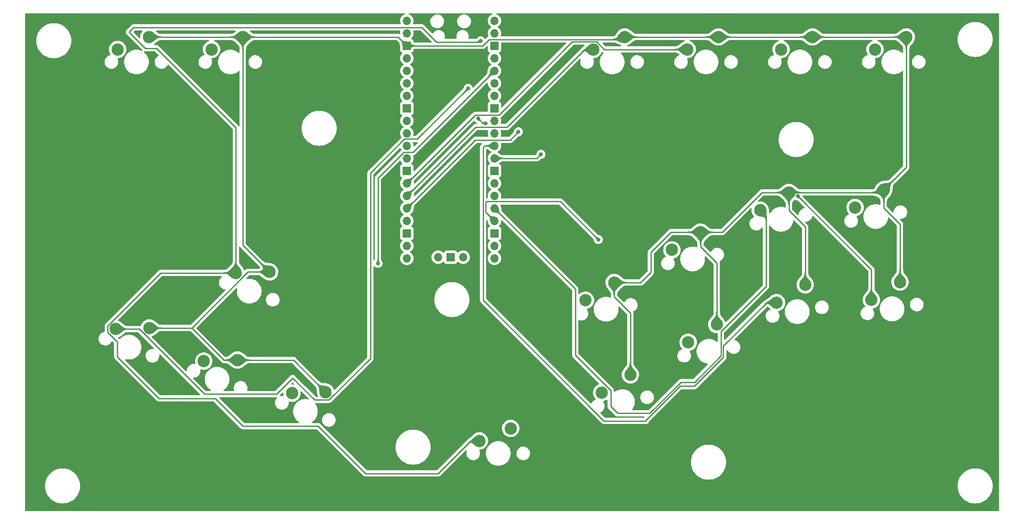
<source format=gbr>
%TF.GenerationSoftware,KiCad,Pcbnew,(6.0.4)*%
%TF.CreationDate,2022-07-04T15:55:19-04:00*%
%TF.ProjectId,cassowary,63617373-6f77-4617-9279-2e6b69636164,rev?*%
%TF.SameCoordinates,Original*%
%TF.FileFunction,Copper,L1,Top*%
%TF.FilePolarity,Positive*%
%FSLAX46Y46*%
G04 Gerber Fmt 4.6, Leading zero omitted, Abs format (unit mm)*
G04 Created by KiCad (PCBNEW (6.0.4)) date 2022-07-04 15:55:19*
%MOMM*%
%LPD*%
G01*
G04 APERTURE LIST*
%TA.AperFunction,ComponentPad*%
%ADD10C,2.500000*%
%TD*%
%TA.AperFunction,ComponentPad*%
%ADD11O,1.700000X1.700000*%
%TD*%
%TA.AperFunction,ComponentPad*%
%ADD12R,1.700000X1.700000*%
%TD*%
%TA.AperFunction,ViaPad*%
%ADD13C,0.800000*%
%TD*%
%TA.AperFunction,Conductor*%
%ADD14C,0.250000*%
%TD*%
G04 APERTURE END LIST*
D10*
%TO.P,MX19,1,COL*%
%TO.N,UP*%
X150368000Y-134874000D03*
%TO.P,MX19,2,ROW*%
%TO.N,GND*%
X156718000Y-132334000D03*
%TD*%
%TO.P,MX3,1,COL*%
%TO.N,L3*%
X211582000Y-55372000D03*
%TO.P,MX3,2,ROW*%
%TO.N,GND*%
X217932000Y-52832000D03*
%TD*%
%TO.P,MX7,1,COL*%
%TO.N,UP*%
X100953130Y-100770512D03*
%TO.P,MX7,2,ROW*%
%TO.N,GND*%
X107788910Y-100555521D03*
%TD*%
%TO.P,MX9,1,COL*%
%TO.N,DOWN*%
X94437646Y-118671656D03*
%TO.P,MX9,2,ROW*%
%TO.N,GND*%
X101273426Y-118456665D03*
%TD*%
%TO.P,MX16,1,COL*%
%TO.N,CIRCLE*%
X192730705Y-114841738D03*
%TO.P,MX16,2,ROW*%
%TO.N,GND*%
X198543168Y-111237660D03*
%TD*%
%TO.P,MX8,1,COL*%
%TO.N,LEFT*%
X76536502Y-112156172D03*
%TO.P,MX8,2,ROW*%
%TO.N,GND*%
X83372282Y-111941181D03*
%TD*%
%TO.P,MX17,1,COL*%
%TO.N,R2*%
X210653266Y-106781058D03*
%TO.P,MX17,2,ROW*%
%TO.N,GND*%
X216465729Y-103176980D03*
%TD*%
%TO.P,MX5,1,COL*%
%TO.N,HOME*%
X173482000Y-55372000D03*
%TO.P,MX5,2,ROW*%
%TO.N,GND*%
X179832000Y-52832000D03*
%TD*%
%TO.P,MX10,1,COL*%
%TO.N,RIGHT*%
X112338791Y-125187140D03*
%TO.P,MX10,2,ROW*%
%TO.N,GND*%
X119174571Y-124972149D03*
%TD*%
%TO.P,MX14,1,COL*%
%TO.N,L1*%
X226591029Y-87464025D03*
%TO.P,MX14,2,ROW*%
%TO.N,GND*%
X232403492Y-83859947D03*
%TD*%
%TO.P,MX15,1,COL*%
%TO.N,CROSS*%
X175188848Y-125061507D03*
%TO.P,MX15,2,ROW*%
%TO.N,GND*%
X181001311Y-121457429D03*
%TD*%
%TO.P,MX4,1,COL*%
%TO.N,R3*%
X230632000Y-55372000D03*
%TO.P,MX4,2,ROW*%
%TO.N,GND*%
X236982000Y-52832000D03*
%TD*%
%TO.P,MX12,1,COL*%
%TO.N,TRIANGLE*%
X189422707Y-96081150D03*
%TO.P,MX12,2,ROW*%
%TO.N,GND*%
X195235170Y-92477072D03*
%TD*%
%TO.P,MX6,1,COL*%
%TO.N,CAPTURE*%
X192532000Y-55372000D03*
%TO.P,MX6,2,ROW*%
%TO.N,GND*%
X198882000Y-52832000D03*
%TD*%
%TO.P,MX2,1,COL*%
%TO.N,SELECT*%
X96012000Y-55372000D03*
%TO.P,MX2,2,ROW*%
%TO.N,GND*%
X102362000Y-52832000D03*
%TD*%
%TO.P,MX1,1,COL*%
%TO.N,START*%
X76962000Y-55372000D03*
%TO.P,MX1,2,ROW*%
%TO.N,GND*%
X83312000Y-52832000D03*
%TD*%
%TO.P,MX13,1,COL*%
%TO.N,R1*%
X207345268Y-88020470D03*
%TO.P,MX13,2,ROW*%
%TO.N,GND*%
X213157731Y-84416392D03*
%TD*%
%TO.P,MX11,1,COL*%
%TO.N,SQUARE*%
X171880851Y-106300919D03*
%TO.P,MX11,2,ROW*%
%TO.N,GND*%
X177693314Y-102696841D03*
%TD*%
%TO.P,MX18,1,COL*%
%TO.N,L2*%
X229899027Y-106224614D03*
%TO.P,MX18,2,ROW*%
%TO.N,GND*%
X235711490Y-102620536D03*
%TD*%
D11*
%TO.P,U1,1,GPIO0*%
%TO.N,unconnected-(U1-Pad1)*%
X153416000Y-49530000D03*
%TO.P,U1,2,GPIO1*%
%TO.N,unconnected-(U1-Pad2)*%
X153416000Y-52070000D03*
D12*
%TO.P,U1,3,GND*%
%TO.N,unconnected-(U1-Pad3)*%
X153416000Y-54610000D03*
D11*
%TO.P,U1,4,GPIO2*%
%TO.N,UP*%
X153416000Y-57150000D03*
%TO.P,U1,5,GPIO3*%
%TO.N,DOWN*%
X153416000Y-59690000D03*
%TO.P,U1,6,GPIO4*%
%TO.N,RIGHT*%
X153416000Y-62230000D03*
%TO.P,U1,7,GPIO5*%
%TO.N,LEFT*%
X153416000Y-64770000D03*
D12*
%TO.P,U1,8,GND*%
%TO.N,unconnected-(U1-Pad8)*%
X153416000Y-67310000D03*
D11*
%TO.P,U1,9,GPIO6*%
%TO.N,CROSS*%
X153416000Y-69850000D03*
%TO.P,U1,10,GPIO7*%
%TO.N,CIRCLE*%
X153416000Y-72390000D03*
%TO.P,U1,11,GPIO8*%
%TO.N,R2*%
X153416000Y-74930000D03*
%TO.P,U1,12,GPIO9*%
%TO.N,L2*%
X153416000Y-77470000D03*
D12*
%TO.P,U1,13,GND*%
%TO.N,unconnected-(U1-Pad13)*%
X153416000Y-80010000D03*
D11*
%TO.P,U1,14,GPIO10*%
%TO.N,SQUARE*%
X153416000Y-82550000D03*
%TO.P,U1,15,GPIO11*%
%TO.N,TRIANGLE*%
X153416000Y-85090000D03*
%TO.P,U1,16,GPIO12*%
%TO.N,R1*%
X153416000Y-87630000D03*
%TO.P,U1,17,GPIO13*%
%TO.N,L1*%
X153416000Y-90170000D03*
D12*
%TO.P,U1,18,GND*%
%TO.N,unconnected-(U1-Pad18)*%
X153416000Y-92710000D03*
D11*
%TO.P,U1,19,GPIO14*%
%TO.N,unconnected-(U1-Pad19)*%
X153416000Y-95250000D03*
%TO.P,U1,20,GPIO15*%
%TO.N,unconnected-(U1-Pad20)*%
X153416000Y-97790000D03*
%TO.P,U1,21,GPIO16*%
%TO.N,SELECT*%
X135636000Y-97790000D03*
%TO.P,U1,22,GPIO17*%
%TO.N,START*%
X135636000Y-95250000D03*
D12*
%TO.P,U1,23,GND*%
%TO.N,unconnected-(U1-Pad23)*%
X135636000Y-92710000D03*
D11*
%TO.P,U1,24,GPIO18*%
%TO.N,L3*%
X135636000Y-90170000D03*
%TO.P,U1,25,GPIO19*%
%TO.N,R3*%
X135636000Y-87630000D03*
%TO.P,U1,26,GPIO20*%
%TO.N,HOME*%
X135636000Y-85090000D03*
%TO.P,U1,27,GPIO21*%
%TO.N,CAPTURE*%
X135636000Y-82550000D03*
D12*
%TO.P,U1,28,GND*%
%TO.N,unconnected-(U1-Pad28)*%
X135636000Y-80010000D03*
D11*
%TO.P,U1,29,GPIO22*%
%TO.N,unconnected-(U1-Pad29)*%
X135636000Y-77470000D03*
%TO.P,U1,30,RUN*%
%TO.N,unconnected-(U1-Pad30)*%
X135636000Y-74930000D03*
%TO.P,U1,31,GPIO26_ADC0*%
%TO.N,unconnected-(U1-Pad31)*%
X135636000Y-72390000D03*
%TO.P,U1,32,GPIO27_ADC1*%
%TO.N,unconnected-(U1-Pad32)*%
X135636000Y-69850000D03*
D12*
%TO.P,U1,33,AGND*%
%TO.N,unconnected-(U1-Pad33)*%
X135636000Y-67310000D03*
D11*
%TO.P,U1,34,GPIO28_ADC2*%
%TO.N,unconnected-(U1-Pad34)*%
X135636000Y-64770000D03*
%TO.P,U1,35,ADC_VREF*%
%TO.N,unconnected-(U1-Pad35)*%
X135636000Y-62230000D03*
%TO.P,U1,36,3V3*%
%TO.N,unconnected-(U1-Pad36)*%
X135636000Y-59690000D03*
%TO.P,U1,37,3V3_EN*%
%TO.N,unconnected-(U1-Pad37)*%
X135636000Y-57150000D03*
D12*
%TO.P,U1,38,GND*%
%TO.N,GND*%
X135636000Y-54610000D03*
D11*
%TO.P,U1,39,VSYS*%
%TO.N,unconnected-(U1-Pad39)*%
X135636000Y-52070000D03*
%TO.P,U1,40,VBUS*%
%TO.N,unconnected-(U1-Pad40)*%
X135636000Y-49530000D03*
%TO.P,U1,41,SWCLK*%
%TO.N,unconnected-(U1-Pad41)*%
X147066000Y-97560000D03*
D12*
%TO.P,U1,42,GND*%
%TO.N,unconnected-(U1-Pad42)*%
X144526000Y-97560000D03*
D11*
%TO.P,U1,43,SWDIO*%
%TO.N,unconnected-(U1-Pad43)*%
X141986000Y-97560000D03*
%TD*%
D13*
%TO.N,R3*%
X158288810Y-72089190D03*
%TO.N,UP*%
X150622000Y-53594000D03*
%TO.N,LEFT*%
X148082000Y-63246000D03*
%TO.N,DOWN*%
X129794000Y-98806000D03*
%TO.N,RIGHT*%
X150114000Y-69399989D03*
X151642299Y-70362299D03*
%TO.N,L1*%
X174498000Y-93980000D03*
%TO.N,L2*%
X214947547Y-85140892D03*
X162860810Y-76661190D03*
%TD*%
D14*
%TO.N,UP*%
X148600234Y-134874000D02*
X150368000Y-134874000D01*
X141996234Y-141478000D02*
X148600234Y-134874000D01*
X127254000Y-141478000D02*
X141996234Y-141478000D01*
X117640039Y-131864039D02*
X127254000Y-141478000D01*
X102400039Y-131864039D02*
X117640039Y-131864039D01*
X96774000Y-126238000D02*
X102400039Y-131864039D01*
X85344000Y-126238000D02*
X96774000Y-126238000D01*
X76873479Y-117767479D02*
X85344000Y-126238000D01*
X76873479Y-114719845D02*
X76873479Y-117767479D01*
X74961991Y-112808357D02*
X76873479Y-114719845D01*
X74961991Y-111503987D02*
X74961991Y-112808357D01*
X85695466Y-100770512D02*
X74961991Y-111503987D01*
X100953130Y-100770512D02*
X85695466Y-100770512D01*
%TO.N,GND*%
X179324000Y-53340000D02*
X179832000Y-52832000D01*
X177693314Y-105642145D02*
X181001311Y-108950142D01*
X213157731Y-84416392D02*
X207683608Y-84416392D01*
X198543168Y-98730374D02*
X198543168Y-111237660D01*
X195235170Y-95422376D02*
X198543168Y-98730374D01*
X98524641Y-118456665D02*
X101273426Y-118456665D01*
X135636000Y-54610000D02*
X151066978Y-54610000D01*
X232403492Y-87565035D02*
X235711490Y-90873033D01*
X107788910Y-100555521D02*
X103394817Y-100555521D01*
X177693314Y-102696841D02*
X177693314Y-105642145D01*
X195235170Y-92477072D02*
X195235170Y-95422376D01*
X133858000Y-52832000D02*
X135636000Y-54610000D01*
X199622928Y-92477072D02*
X195235170Y-92477072D01*
X152336978Y-53340000D02*
X179324000Y-53340000D01*
X216465729Y-91429478D02*
X216465729Y-103176980D01*
X213157731Y-88121480D02*
X216465729Y-91429478D01*
X235711490Y-90873033D02*
X235711490Y-102620536D01*
X92009157Y-111941181D02*
X83372282Y-111941181D01*
X181001311Y-108950142D02*
X181001311Y-121457429D01*
X112659087Y-118456665D02*
X119174571Y-124972149D01*
X103394817Y-100555521D02*
X92009157Y-111941181D01*
X217932000Y-52832000D02*
X236982000Y-52832000D01*
X236982000Y-79281439D02*
X232403492Y-83859947D01*
X236982000Y-52832000D02*
X236982000Y-79281439D01*
X102362000Y-52832000D02*
X102362000Y-95128611D01*
X185166000Y-100584000D02*
X183053159Y-102696841D01*
X185166000Y-96520000D02*
X185166000Y-100584000D01*
X195235170Y-92477072D02*
X189208928Y-92477072D01*
X179832000Y-52832000D02*
X198882000Y-52832000D01*
X102362000Y-95128611D02*
X107788910Y-100555521D01*
X92009157Y-111941181D02*
X98524641Y-118456665D01*
X213157731Y-84416392D02*
X231847047Y-84416392D01*
X232403492Y-83859947D02*
X232403492Y-87565035D01*
X151066978Y-54610000D02*
X152336978Y-53340000D01*
X183053159Y-102696841D02*
X177693314Y-102696841D01*
X101273426Y-118456665D02*
X112659087Y-118456665D01*
X189208928Y-92477072D02*
X185166000Y-96520000D01*
X207683608Y-84416392D02*
X199622928Y-92477072D01*
X102362000Y-52832000D02*
X133858000Y-52832000D01*
X231847047Y-84416392D02*
X232403492Y-83859947D01*
X198882000Y-52832000D02*
X217932000Y-52832000D01*
X213157731Y-84416392D02*
X213157731Y-88121480D01*
X83312000Y-52832000D02*
X102362000Y-52832000D01*
%TO.N,R3*%
X149510511Y-73755489D02*
X135636000Y-87630000D01*
X156622511Y-73755489D02*
X149510511Y-73755489D01*
X158288810Y-72089190D02*
X156622511Y-73755489D01*
%TO.N,HOME*%
X171714234Y-55372000D02*
X155966234Y-71120000D01*
X173482000Y-55372000D02*
X171714234Y-55372000D01*
X155966234Y-71120000D02*
X149606000Y-71120000D01*
X149606000Y-71120000D02*
X135636000Y-85090000D01*
%TO.N,CAPTURE*%
X174134185Y-53797489D02*
X169214511Y-53797489D01*
X169214511Y-53797489D02*
X154336511Y-68675489D01*
X192532000Y-55372000D02*
X175708696Y-55372000D01*
X154336511Y-68675489D02*
X149510511Y-68675489D01*
X175708696Y-55372000D02*
X174134185Y-53797489D01*
X149510511Y-68675489D02*
X135636000Y-82550000D01*
%TO.N,UP*%
X80168511Y-50895489D02*
X138716175Y-50895489D01*
X84825091Y-55118000D02*
X82550000Y-55118000D01*
X100953130Y-100770512D02*
X100953130Y-71246039D01*
X141668686Y-53848000D02*
X150368000Y-53848000D01*
X138716175Y-50895489D02*
X141668686Y-53848000D01*
X79248000Y-51816000D02*
X80168511Y-50895489D01*
X100953130Y-71246039D02*
X84825091Y-55118000D01*
X150368000Y-53848000D02*
X150622000Y-53594000D01*
X82550000Y-55118000D02*
X79248000Y-51816000D01*
%TO.N,LEFT*%
X135149501Y-73564511D02*
X137763489Y-73564511D01*
X128270000Y-80444012D02*
X135149501Y-73564511D01*
X76536502Y-112156172D02*
X81360577Y-112156172D01*
X137763489Y-73564511D02*
X148082000Y-63246000D01*
X94552960Y-125348555D02*
X109212475Y-125348555D01*
X119826756Y-126546660D02*
X128270000Y-118103416D01*
X128270000Y-118103416D02*
X128270000Y-80444012D01*
X81360577Y-112156172D02*
X94552960Y-125348555D01*
X116931408Y-126546660D02*
X119826756Y-126546660D01*
X109212475Y-125348555D02*
X112472889Y-122088141D01*
X112472889Y-122088141D02*
X116931408Y-126546660D01*
%TO.N,DOWN*%
X136906000Y-76200000D02*
X153416000Y-59690000D01*
X129794000Y-98806000D02*
X129794000Y-81460012D01*
X135054012Y-76200000D02*
X136906000Y-76200000D01*
X129794000Y-81460012D02*
X135054012Y-76200000D01*
%TO.N,RIGHT*%
X151076310Y-70362299D02*
X150114000Y-69399989D01*
X151642299Y-70362299D02*
X151076310Y-70362299D01*
%TO.N,R1*%
X177007511Y-124653474D02*
X177007511Y-127884879D01*
X199390000Y-117573520D02*
X199390000Y-112617524D01*
X178398472Y-129275840D02*
X184922160Y-129275840D01*
X199390000Y-112617524D02*
X208534000Y-103473524D01*
X153416000Y-87630000D02*
X169821691Y-104035691D01*
X191262000Y-122936000D02*
X194027520Y-122936000D01*
X169821691Y-117467654D02*
X177007511Y-124653474D01*
X177007511Y-127884879D02*
X178398472Y-129275840D01*
X208534000Y-89209202D02*
X207345268Y-88020470D01*
X169821691Y-104035691D02*
X169821691Y-117467654D01*
X194027520Y-122936000D02*
X199390000Y-117573520D01*
X184922160Y-129275840D02*
X191262000Y-122936000D01*
X208534000Y-103473524D02*
X208534000Y-89209202D01*
%TO.N,L1*%
X151733489Y-86264511D02*
X151638000Y-86360000D01*
X151638000Y-88392000D02*
X153416000Y-90170000D01*
X151638000Y-86360000D02*
X151638000Y-88392000D01*
X166782511Y-86264511D02*
X151733489Y-86264511D01*
X174498000Y-93980000D02*
X166782511Y-86264511D01*
%TO.N,R2*%
X151130000Y-106301334D02*
X151130000Y-75184000D01*
X151384000Y-74930000D02*
X153416000Y-74930000D01*
X208686942Y-106781058D02*
X199839520Y-115628480D01*
X184150000Y-130683718D02*
X184150000Y-130810000D01*
X199839520Y-117914480D02*
X193992141Y-123761859D01*
X193992141Y-123761859D02*
X191071859Y-123761859D01*
X210653266Y-106781058D02*
X208686942Y-106781058D01*
X184150000Y-130810000D02*
X175638666Y-130810000D01*
X199839520Y-115628480D02*
X199839520Y-117914480D01*
X191071859Y-123761859D02*
X184150000Y-130683718D01*
X175638666Y-130810000D02*
X151130000Y-106301334D01*
X151130000Y-75184000D02*
X151384000Y-74930000D01*
%TO.N,L2*%
X162052000Y-77470000D02*
X153416000Y-77470000D01*
X229899027Y-106224614D02*
X229899027Y-100092372D01*
X162860810Y-76661190D02*
X162052000Y-77470000D01*
X229899027Y-100092372D02*
X214947547Y-85140892D01*
%TD*%
%TA.AperFunction,Conductor*%
%TO.N,UP*%
G36*
X149491799Y-133994617D02*
G01*
X150979662Y-134866187D01*
X150985068Y-134873325D01*
X150983843Y-134882196D01*
X150981859Y-134884714D01*
X150744538Y-135112934D01*
X149829435Y-135992944D01*
X149821096Y-135996209D01*
X149815543Y-135994683D01*
X149625588Y-135886705D01*
X149624580Y-135886061D01*
X149444343Y-135757619D01*
X149443821Y-135757225D01*
X149276473Y-135623247D01*
X149276411Y-135623196D01*
X149118754Y-135495201D01*
X149118614Y-135495087D01*
X148966832Y-135384152D01*
X148946248Y-135372783D01*
X148818047Y-135301973D01*
X148818043Y-135301971D01*
X148817463Y-135301651D01*
X148766649Y-135287192D01*
X148667769Y-135259055D01*
X148667766Y-135259055D01*
X148666843Y-135258792D01*
X148665886Y-135258841D01*
X148665884Y-135258841D01*
X148512342Y-135266732D01*
X148511311Y-135266785D01*
X148510364Y-135267189D01*
X148510361Y-135267190D01*
X148444961Y-135295107D01*
X148347202Y-135336836D01*
X148346571Y-135337349D01*
X148346569Y-135337350D01*
X148179044Y-135473499D01*
X148170463Y-135476057D01*
X148163392Y-135472692D01*
X148002459Y-135311759D01*
X147999032Y-135303486D01*
X148002566Y-135295107D01*
X148189470Y-135112934D01*
X148189712Y-135112705D01*
X148358648Y-134957183D01*
X148358908Y-134956951D01*
X148507511Y-134828114D01*
X148507749Y-134827913D01*
X148642066Y-134717599D01*
X148642224Y-134717471D01*
X148768357Y-134617488D01*
X148768379Y-134617471D01*
X148892154Y-134519841D01*
X148892210Y-134519797D01*
X149019718Y-134416331D01*
X149156875Y-134298973D01*
X149309676Y-134159607D01*
X149477732Y-133996321D01*
X149486053Y-133993013D01*
X149491799Y-133994617D01*
G37*
%TD.AperFunction*%
%TD*%
%TA.AperFunction,Conductor*%
%TO.N,UP*%
G36*
X101567356Y-100760151D02*
G01*
X101569361Y-100762079D01*
X101572949Y-100770284D01*
X101569361Y-100778945D01*
X100941155Y-101383060D01*
X100939476Y-101384674D01*
X100939477Y-101384674D01*
X100414480Y-101889538D01*
X100406141Y-101892803D01*
X100400721Y-101891351D01*
X100397433Y-101889538D01*
X100171257Y-101764835D01*
X100170254Y-101764213D01*
X99975393Y-101629070D01*
X99974647Y-101628507D01*
X99809180Y-101492810D01*
X99808817Y-101492500D01*
X99660589Y-101360468D01*
X99517872Y-101236755D01*
X99517868Y-101236752D01*
X99517716Y-101236620D01*
X99368281Y-101125483D01*
X99367949Y-101125297D01*
X99367944Y-101125294D01*
X99281601Y-101076981D01*
X99200195Y-101031430D01*
X99001368Y-100958835D01*
X98759709Y-100912071D01*
X98474178Y-100896129D01*
X98466109Y-100892246D01*
X98463130Y-100884447D01*
X98463130Y-100656577D01*
X98466557Y-100648304D01*
X98474178Y-100644895D01*
X98759709Y-100628952D01*
X99001368Y-100582188D01*
X99200195Y-100509593D01*
X99296869Y-100455499D01*
X99367944Y-100415729D01*
X99367949Y-100415726D01*
X99368281Y-100415540D01*
X99517716Y-100304403D01*
X99660589Y-100180555D01*
X99808817Y-100048523D01*
X99809180Y-100048213D01*
X99974647Y-99912516D01*
X99975398Y-99911949D01*
X100170740Y-99776473D01*
X100408268Y-99645512D01*
X101567356Y-100760151D01*
G37*
%TD.AperFunction*%
%TD*%
%TA.AperFunction,Conductor*%
%TO.N,GND*%
G36*
X212619081Y-83297366D02*
G01*
X213144077Y-83802230D01*
X213144079Y-83802231D01*
X213782731Y-84416392D01*
X212612869Y-85541392D01*
X212375341Y-85410430D01*
X212179994Y-85274950D01*
X212179248Y-85274387D01*
X212013781Y-85138690D01*
X212013418Y-85138380D01*
X211865190Y-85006348D01*
X211722473Y-84882635D01*
X211722469Y-84882632D01*
X211722317Y-84882500D01*
X211572882Y-84771363D01*
X211572550Y-84771177D01*
X211572545Y-84771174D01*
X211501470Y-84731404D01*
X211404796Y-84677310D01*
X211205969Y-84604715D01*
X210964310Y-84557951D01*
X210678779Y-84542009D01*
X210670710Y-84538126D01*
X210667731Y-84530327D01*
X210667731Y-84302457D01*
X210671158Y-84294184D01*
X210678779Y-84290775D01*
X210964310Y-84274832D01*
X211205969Y-84228068D01*
X211404796Y-84155473D01*
X211501470Y-84101379D01*
X211572545Y-84061609D01*
X211572550Y-84061606D01*
X211572882Y-84061420D01*
X211722317Y-83950283D01*
X211865190Y-83826435D01*
X212013418Y-83694403D01*
X212013781Y-83694093D01*
X212179248Y-83558396D01*
X212179999Y-83557829D01*
X212374855Y-83422690D01*
X212375858Y-83422068D01*
X212605322Y-83295553D01*
X212614221Y-83294560D01*
X212619081Y-83297366D01*
G37*
%TD.AperFunction*%
%TD*%
%TA.AperFunction,Conductor*%
%TO.N,GND*%
G36*
X198665376Y-108751087D02*
G01*
X198668785Y-108758708D01*
X198684727Y-109044239D01*
X198731491Y-109285898D01*
X198804086Y-109484725D01*
X198898139Y-109652811D01*
X199009276Y-109802246D01*
X199009408Y-109802398D01*
X199009411Y-109802402D01*
X199133124Y-109945119D01*
X199265156Y-110093347D01*
X199265466Y-110093710D01*
X199401163Y-110259177D01*
X199401726Y-110259923D01*
X199536869Y-110454784D01*
X199537491Y-110455787D01*
X199664007Y-110685251D01*
X199665000Y-110694150D01*
X199662194Y-110699010D01*
X198551601Y-111853891D01*
X198543397Y-111857479D01*
X198534735Y-111853891D01*
X197424142Y-110699010D01*
X197420877Y-110690671D01*
X197422329Y-110685251D01*
X197548844Y-110455787D01*
X197549466Y-110454784D01*
X197684609Y-110259923D01*
X197685172Y-110259177D01*
X197820869Y-110093710D01*
X197821179Y-110093347D01*
X197953211Y-109945119D01*
X198076924Y-109802402D01*
X198076927Y-109802398D01*
X198077059Y-109802246D01*
X198188196Y-109652811D01*
X198282249Y-109484725D01*
X198354844Y-109285898D01*
X198401608Y-109044239D01*
X198417551Y-108758708D01*
X198421434Y-108750638D01*
X198429233Y-108747660D01*
X198657103Y-108747660D01*
X198665376Y-108751087D01*
G37*
%TD.AperFunction*%
%TD*%
%TA.AperFunction,Conductor*%
%TO.N,GND*%
G36*
X100734776Y-117337639D02*
G01*
X101271747Y-117854019D01*
X101271749Y-117854020D01*
X101898426Y-118456665D01*
X101273426Y-119057697D01*
X101271834Y-119059228D01*
X100734776Y-119575691D01*
X100726437Y-119578956D01*
X100721017Y-119577504D01*
X100717729Y-119575691D01*
X100491553Y-119450988D01*
X100490550Y-119450366D01*
X100295689Y-119315223D01*
X100294943Y-119314660D01*
X100129476Y-119178963D01*
X100129113Y-119178653D01*
X99980885Y-119046621D01*
X99838168Y-118922908D01*
X99838164Y-118922905D01*
X99838012Y-118922773D01*
X99688577Y-118811636D01*
X99688245Y-118811450D01*
X99688240Y-118811447D01*
X99617165Y-118771677D01*
X99520491Y-118717583D01*
X99321664Y-118644988D01*
X99080005Y-118598224D01*
X98794474Y-118582282D01*
X98786405Y-118578399D01*
X98783426Y-118570600D01*
X98783426Y-118342730D01*
X98786853Y-118334457D01*
X98794474Y-118331048D01*
X99080005Y-118315105D01*
X99321664Y-118268341D01*
X99520491Y-118195746D01*
X99617165Y-118141652D01*
X99688240Y-118101882D01*
X99688245Y-118101879D01*
X99688577Y-118101693D01*
X99838012Y-117990556D01*
X99980885Y-117866708D01*
X100129113Y-117734676D01*
X100129476Y-117734366D01*
X100294943Y-117598669D01*
X100295694Y-117598102D01*
X100490550Y-117462963D01*
X100491553Y-117462341D01*
X100721017Y-117335826D01*
X100729916Y-117334833D01*
X100734776Y-117337639D01*
G37*
%TD.AperFunction*%
%TD*%
%TA.AperFunction,Conductor*%
%TO.N,GND*%
G36*
X136014034Y-53849102D02*
G01*
X136164744Y-53931224D01*
X136165663Y-53931781D01*
X136296713Y-54019682D01*
X136297357Y-54020149D01*
X136377073Y-54082172D01*
X136409688Y-54107548D01*
X136409984Y-54107786D01*
X136511455Y-54192167D01*
X136609741Y-54270804D01*
X136712548Y-54340978D01*
X136827726Y-54400085D01*
X136898846Y-54423953D01*
X136962721Y-54445390D01*
X136962724Y-54445391D01*
X136963127Y-54445526D01*
X137072165Y-54464983D01*
X137126241Y-54474633D01*
X137126245Y-54474633D01*
X137126601Y-54474697D01*
X137126969Y-54474716D01*
X137314904Y-54484427D01*
X137322989Y-54488276D01*
X137326000Y-54496111D01*
X137326000Y-54723889D01*
X137322573Y-54732162D01*
X137314904Y-54735573D01*
X137135259Y-54744855D01*
X137126601Y-54745302D01*
X137126245Y-54745366D01*
X137126241Y-54745366D01*
X137072165Y-54755016D01*
X136963127Y-54774473D01*
X136962724Y-54774608D01*
X136962721Y-54774609D01*
X136898846Y-54796046D01*
X136827726Y-54819914D01*
X136712548Y-54879021D01*
X136609741Y-54949195D01*
X136511455Y-55027832D01*
X136511417Y-55027864D01*
X136409984Y-55112213D01*
X136409688Y-55112451D01*
X136297357Y-55199850D01*
X136296713Y-55200317D01*
X136195073Y-55268492D01*
X136165663Y-55288218D01*
X136164744Y-55288775D01*
X136017413Y-55369057D01*
X136014034Y-55370898D01*
X136005130Y-55371847D01*
X136000326Y-55369057D01*
X135645528Y-55027864D01*
X135514934Y-54902278D01*
X135514933Y-54902278D01*
X135211000Y-54610000D01*
X135917366Y-53930722D01*
X136000326Y-53850943D01*
X136008665Y-53847678D01*
X136014034Y-53849102D01*
G37*
%TD.AperFunction*%
%TD*%
%TA.AperFunction,Conductor*%
%TO.N,GND*%
G36*
X108286829Y-100433313D02*
G01*
X108405141Y-100547088D01*
X108408729Y-100555292D01*
X108405141Y-100563954D01*
X107959855Y-100992164D01*
X107959854Y-100992164D01*
X107663131Y-101277509D01*
X107250260Y-101674547D01*
X107241921Y-101677812D01*
X107236501Y-101676360D01*
X107233213Y-101674547D01*
X107007037Y-101549844D01*
X107006034Y-101549222D01*
X106811173Y-101414079D01*
X106810427Y-101413516D01*
X106644960Y-101277819D01*
X106644597Y-101277509D01*
X106496369Y-101145477D01*
X106353652Y-101021764D01*
X106353648Y-101021761D01*
X106353496Y-101021629D01*
X106316048Y-100993778D01*
X106289376Y-100973942D01*
X106204061Y-100910492D01*
X106203729Y-100910306D01*
X106203724Y-100910303D01*
X106132649Y-100870533D01*
X106035975Y-100816439D01*
X105837148Y-100743844D01*
X105595489Y-100697080D01*
X105309958Y-100681138D01*
X105301889Y-100677255D01*
X105298910Y-100669456D01*
X105298910Y-100441586D01*
X105302337Y-100433313D01*
X105309958Y-100429904D01*
X105595489Y-100413961D01*
X105837148Y-100367197D01*
X106035975Y-100294602D01*
X106132649Y-100240508D01*
X106203724Y-100200738D01*
X106203729Y-100200735D01*
X106204061Y-100200549D01*
X106353496Y-100089412D01*
X106496369Y-99965564D01*
X106644771Y-99833377D01*
X106810792Y-99697226D01*
X107006520Y-99561482D01*
X107244048Y-99430521D01*
X108286829Y-100433313D01*
G37*
%TD.AperFunction*%
%TD*%
%TA.AperFunction,Conductor*%
%TO.N,GND*%
G36*
X177701747Y-102080610D02*
G01*
X178818314Y-103241703D01*
X178687352Y-103479230D01*
X178551876Y-103674572D01*
X178551309Y-103675323D01*
X178415612Y-103840790D01*
X178415302Y-103841153D01*
X178283270Y-103989381D01*
X178159422Y-104132254D01*
X178048285Y-104281689D01*
X177954232Y-104449775D01*
X177881637Y-104648602D01*
X177834873Y-104890261D01*
X177834851Y-104890655D01*
X177818931Y-105175793D01*
X177815048Y-105183862D01*
X177807249Y-105186841D01*
X177579379Y-105186841D01*
X177571106Y-105183414D01*
X177567697Y-105175793D01*
X177551776Y-104890655D01*
X177551754Y-104890261D01*
X177504990Y-104648602D01*
X177432395Y-104449775D01*
X177338342Y-104281689D01*
X177227205Y-104132254D01*
X177103357Y-103989381D01*
X176971325Y-103841153D01*
X176971015Y-103840790D01*
X176835318Y-103675323D01*
X176834751Y-103674572D01*
X176699612Y-103479716D01*
X176698990Y-103478713D01*
X176572475Y-103249250D01*
X176571482Y-103240351D01*
X176574288Y-103235491D01*
X177079152Y-102710495D01*
X177079152Y-102710494D01*
X177080766Y-102708816D01*
X177684881Y-102080610D01*
X177693085Y-102077022D01*
X177701747Y-102080610D01*
G37*
%TD.AperFunction*%
%TD*%
%TA.AperFunction,Conductor*%
%TO.N,GND*%
G36*
X195243603Y-91860841D02*
G01*
X196360170Y-93021934D01*
X196229208Y-93259461D01*
X196093732Y-93454803D01*
X196093165Y-93455554D01*
X195957468Y-93621021D01*
X195957158Y-93621384D01*
X195825126Y-93769612D01*
X195701278Y-93912485D01*
X195590141Y-94061920D01*
X195496088Y-94230006D01*
X195423493Y-94428833D01*
X195376729Y-94670492D01*
X195376707Y-94670886D01*
X195360787Y-94956024D01*
X195356904Y-94964093D01*
X195349105Y-94967072D01*
X195121235Y-94967072D01*
X195112962Y-94963645D01*
X195109553Y-94956024D01*
X195093632Y-94670886D01*
X195093610Y-94670492D01*
X195046846Y-94428833D01*
X194974251Y-94230006D01*
X194880198Y-94061920D01*
X194769061Y-93912485D01*
X194645213Y-93769612D01*
X194513181Y-93621384D01*
X194512871Y-93621021D01*
X194377174Y-93455554D01*
X194376607Y-93454803D01*
X194241131Y-93259461D01*
X194110170Y-93021934D01*
X195226737Y-91860841D01*
X195234942Y-91857253D01*
X195243603Y-91860841D01*
G37*
%TD.AperFunction*%
%TD*%
%TA.AperFunction,Conductor*%
%TO.N,GND*%
G36*
X134537630Y-53334043D02*
G01*
X134677386Y-53460067D01*
X134677659Y-53460313D01*
X134813880Y-53555278D01*
X134814272Y-53555473D01*
X134814277Y-53555476D01*
X134877500Y-53586926D01*
X134941754Y-53618890D01*
X135010677Y-53641064D01*
X135064650Y-53658428D01*
X135064655Y-53658429D01*
X135064993Y-53658538D01*
X135154751Y-53675471D01*
X135187090Y-53681572D01*
X135187093Y-53681573D01*
X135187308Y-53681613D01*
X135187512Y-53681636D01*
X135187521Y-53681637D01*
X135311890Y-53695449D01*
X135312411Y-53695507D01*
X135389020Y-53702552D01*
X135443827Y-53707592D01*
X135444205Y-53707633D01*
X135585428Y-53725260D01*
X135586241Y-53725391D01*
X135741043Y-53755898D01*
X135742087Y-53756154D01*
X135817152Y-53778267D01*
X135906726Y-53804654D01*
X135913693Y-53810278D01*
X135915117Y-53815647D01*
X135917197Y-53922023D01*
X135936520Y-54910520D01*
X135514935Y-54902279D01*
X135514934Y-54902278D01*
X134841646Y-54889117D01*
X134833443Y-54885529D01*
X134830653Y-54880725D01*
X134782154Y-54716087D01*
X134781898Y-54715043D01*
X134751391Y-54560241D01*
X134751260Y-54559428D01*
X134733633Y-54418205D01*
X134733592Y-54417827D01*
X134721507Y-54286411D01*
X134707637Y-54161521D01*
X134707636Y-54161512D01*
X134707613Y-54161308D01*
X134684538Y-54038993D01*
X134644890Y-53915754D01*
X134592420Y-53810278D01*
X134581476Y-53788277D01*
X134581473Y-53788272D01*
X134581278Y-53787880D01*
X134486313Y-53651659D01*
X134486067Y-53651386D01*
X134360043Y-53511630D01*
X134357048Y-53503191D01*
X134360459Y-53495522D01*
X134521522Y-53334459D01*
X134529795Y-53331032D01*
X134537630Y-53334043D01*
G37*
%TD.AperFunction*%
%TD*%
%TA.AperFunction,Conductor*%
%TO.N,GND*%
G36*
X195787579Y-91356233D02*
G01*
X196017042Y-91482748D01*
X196018045Y-91483370D01*
X196212901Y-91618509D01*
X196213652Y-91619076D01*
X196379119Y-91754773D01*
X196379482Y-91755083D01*
X196527710Y-91887115D01*
X196670583Y-92010963D01*
X196820018Y-92122100D01*
X196820350Y-92122286D01*
X196820355Y-92122289D01*
X196891430Y-92162059D01*
X196988104Y-92216153D01*
X197186931Y-92288748D01*
X197428590Y-92335512D01*
X197714122Y-92351455D01*
X197722192Y-92355338D01*
X197725170Y-92363137D01*
X197725170Y-92591007D01*
X197721743Y-92599280D01*
X197714122Y-92602689D01*
X197428590Y-92618631D01*
X197186931Y-92665395D01*
X196988104Y-92737990D01*
X196891430Y-92792084D01*
X196820355Y-92831854D01*
X196820350Y-92831857D01*
X196820018Y-92832043D01*
X196670583Y-92943180D01*
X196670431Y-92943312D01*
X196670427Y-92943315D01*
X196527710Y-93067028D01*
X196379482Y-93199060D01*
X196379119Y-93199370D01*
X196213652Y-93335067D01*
X196212906Y-93335630D01*
X196017559Y-93471110D01*
X195780032Y-93602072D01*
X194610170Y-92477072D01*
X195247145Y-91864524D01*
X195773820Y-91358046D01*
X195782159Y-91354781D01*
X195787579Y-91356233D01*
G37*
%TD.AperFunction*%
%TD*%
%TA.AperFunction,Conductor*%
%TO.N,GND*%
G36*
X178886506Y-52026625D02*
G01*
X179726420Y-52332499D01*
X180403542Y-52579088D01*
X179991450Y-53586368D01*
X179820996Y-54003011D01*
X179792252Y-54073271D01*
X179785948Y-54079631D01*
X179780389Y-54080495D01*
X179493847Y-54055017D01*
X179492485Y-54054814D01*
X179246366Y-54003010D01*
X179245065Y-54002656D01*
X179034010Y-53931896D01*
X179033025Y-53931515D01*
X178843693Y-53848353D01*
X178843253Y-53848149D01*
X178662446Y-53759167D01*
X178477355Y-53671200D01*
X178477193Y-53671136D01*
X178477182Y-53671131D01*
X178275355Y-53591185D01*
X178275353Y-53591184D01*
X178275077Y-53591075D01*
X178264105Y-53587982D01*
X178198821Y-53569580D01*
X178042499Y-53525516D01*
X177766510Y-53481250D01*
X177445129Y-53465544D01*
X177437033Y-53461717D01*
X177434000Y-53453858D01*
X177434000Y-53225975D01*
X177437427Y-53217702D01*
X177444953Y-53214299D01*
X177686941Y-53198812D01*
X177686942Y-53198812D01*
X177687409Y-53198782D01*
X177892064Y-53152044D01*
X178057166Y-53077653D01*
X178191920Y-52978480D01*
X178305529Y-52857394D01*
X178305741Y-52857102D01*
X178305745Y-52857097D01*
X178407084Y-52717418D01*
X178407195Y-52717265D01*
X178488495Y-52588814D01*
X178506122Y-52560963D01*
X178506721Y-52560000D01*
X178611410Y-52391520D01*
X178611639Y-52391167D01*
X178732339Y-52211659D01*
X178732813Y-52211004D01*
X178873267Y-52030436D01*
X178881051Y-52026009D01*
X178886506Y-52026625D01*
G37*
%TD.AperFunction*%
%TD*%
%TA.AperFunction,Conductor*%
%TO.N,GND*%
G36*
X216587937Y-100690407D02*
G01*
X216591346Y-100698028D01*
X216607288Y-100983559D01*
X216654052Y-101225218D01*
X216726647Y-101424045D01*
X216820700Y-101592131D01*
X216931837Y-101741566D01*
X216931969Y-101741718D01*
X216931972Y-101741722D01*
X217055685Y-101884439D01*
X217187717Y-102032667D01*
X217188027Y-102033030D01*
X217323724Y-102198497D01*
X217324287Y-102199243D01*
X217459430Y-102394104D01*
X217460052Y-102395107D01*
X217586568Y-102624571D01*
X217587561Y-102633470D01*
X217584755Y-102638330D01*
X216474162Y-103793211D01*
X216465958Y-103796799D01*
X216457296Y-103793211D01*
X215346703Y-102638330D01*
X215343438Y-102629991D01*
X215344890Y-102624571D01*
X215471405Y-102395107D01*
X215472027Y-102394104D01*
X215607170Y-102199243D01*
X215607733Y-102198497D01*
X215743430Y-102033030D01*
X215743740Y-102032667D01*
X215875772Y-101884439D01*
X215999485Y-101741722D01*
X215999488Y-101741718D01*
X215999620Y-101741566D01*
X216110757Y-101592131D01*
X216204810Y-101424045D01*
X216277405Y-101225218D01*
X216324169Y-100983559D01*
X216340112Y-100698028D01*
X216343995Y-100689958D01*
X216351794Y-100686980D01*
X216579664Y-100686980D01*
X216587937Y-100690407D01*
G37*
%TD.AperFunction*%
%TD*%
%TA.AperFunction,Conductor*%
%TO.N,GND*%
G36*
X235833698Y-100133963D02*
G01*
X235837107Y-100141584D01*
X235853049Y-100427115D01*
X235899813Y-100668774D01*
X235972408Y-100867601D01*
X236066461Y-101035687D01*
X236177598Y-101185122D01*
X236177730Y-101185274D01*
X236177733Y-101185278D01*
X236301446Y-101327995D01*
X236433478Y-101476223D01*
X236433788Y-101476586D01*
X236569485Y-101642053D01*
X236570048Y-101642799D01*
X236705191Y-101837660D01*
X236705813Y-101838663D01*
X236832329Y-102068127D01*
X236833322Y-102077026D01*
X236830516Y-102081886D01*
X235719923Y-103236767D01*
X235711719Y-103240355D01*
X235703057Y-103236767D01*
X234592464Y-102081886D01*
X234589199Y-102073547D01*
X234590651Y-102068127D01*
X234717166Y-101838663D01*
X234717788Y-101837660D01*
X234852931Y-101642799D01*
X234853494Y-101642053D01*
X234989191Y-101476586D01*
X234989501Y-101476223D01*
X235121533Y-101327995D01*
X235245246Y-101185278D01*
X235245249Y-101185274D01*
X235245381Y-101185122D01*
X235356518Y-101035687D01*
X235450571Y-100867601D01*
X235523166Y-100668774D01*
X235569930Y-100427115D01*
X235585873Y-100141584D01*
X235589756Y-100133514D01*
X235597555Y-100130536D01*
X235825425Y-100130536D01*
X235833698Y-100133963D01*
G37*
%TD.AperFunction*%
%TD*%
%TA.AperFunction,Conductor*%
%TO.N,GND*%
G36*
X83924691Y-110820342D02*
G01*
X84154154Y-110946857D01*
X84155157Y-110947479D01*
X84350013Y-111082618D01*
X84350764Y-111083185D01*
X84516231Y-111218882D01*
X84516594Y-111219192D01*
X84664822Y-111351224D01*
X84807695Y-111475072D01*
X84957130Y-111586209D01*
X84957462Y-111586395D01*
X84957467Y-111586398D01*
X85028542Y-111626168D01*
X85125216Y-111680262D01*
X85324043Y-111752857D01*
X85565702Y-111799621D01*
X85851234Y-111815564D01*
X85859304Y-111819447D01*
X85862282Y-111827246D01*
X85862282Y-112055116D01*
X85858855Y-112063389D01*
X85851234Y-112066798D01*
X85565702Y-112082740D01*
X85324043Y-112129504D01*
X85125216Y-112202099D01*
X85028542Y-112256193D01*
X84957467Y-112295963D01*
X84957462Y-112295966D01*
X84957130Y-112296152D01*
X84807695Y-112407289D01*
X84807543Y-112407421D01*
X84807539Y-112407424D01*
X84664822Y-112531137D01*
X84516594Y-112663169D01*
X84516231Y-112663479D01*
X84350764Y-112799176D01*
X84350018Y-112799739D01*
X84155157Y-112934882D01*
X84154154Y-112935504D01*
X83927979Y-113060207D01*
X83924691Y-113062020D01*
X83915792Y-113063013D01*
X83910932Y-113060207D01*
X83360764Y-112531137D01*
X82756051Y-111949614D01*
X82752463Y-111941410D01*
X82756051Y-111932748D01*
X82877267Y-111816181D01*
X83910932Y-110822155D01*
X83919271Y-110818890D01*
X83924691Y-110820342D01*
G37*
%TD.AperFunction*%
%TD*%
%TA.AperFunction,Conductor*%
%TO.N,GND*%
G36*
X181123519Y-118970856D02*
G01*
X181126928Y-118978477D01*
X181142870Y-119264008D01*
X181189634Y-119505667D01*
X181262229Y-119704494D01*
X181356282Y-119872580D01*
X181467419Y-120022015D01*
X181467551Y-120022167D01*
X181467554Y-120022171D01*
X181591267Y-120164888D01*
X181723299Y-120313116D01*
X181723609Y-120313479D01*
X181859306Y-120478946D01*
X181859869Y-120479692D01*
X181995012Y-120674553D01*
X181995634Y-120675556D01*
X182122150Y-120905020D01*
X182123143Y-120913919D01*
X182120337Y-120918779D01*
X181009744Y-122073660D01*
X181001540Y-122077248D01*
X180992878Y-122073660D01*
X179882285Y-120918779D01*
X179879020Y-120910440D01*
X179880472Y-120905020D01*
X180006987Y-120675556D01*
X180007609Y-120674553D01*
X180142752Y-120479692D01*
X180143315Y-120478946D01*
X180279012Y-120313479D01*
X180279322Y-120313116D01*
X180411354Y-120164888D01*
X180535067Y-120022171D01*
X180535070Y-120022167D01*
X180535202Y-120022015D01*
X180646339Y-119872580D01*
X180740392Y-119704494D01*
X180812987Y-119505667D01*
X180859751Y-119264008D01*
X180875694Y-118978477D01*
X180879577Y-118970407D01*
X180887376Y-118967429D01*
X181115246Y-118967429D01*
X181123519Y-118970856D01*
G37*
%TD.AperFunction*%
%TD*%
%TA.AperFunction,Conductor*%
%TO.N,GND*%
G36*
X117510512Y-123130442D02*
G01*
X117723384Y-123320800D01*
X117723393Y-123320807D01*
X117723686Y-123321069D01*
X117927632Y-123458881D01*
X118119556Y-123548140D01*
X118304916Y-123600490D01*
X118489168Y-123627570D01*
X118489377Y-123627585D01*
X118489387Y-123627586D01*
X118677074Y-123640973D01*
X118677769Y-123641023D01*
X118875968Y-123652476D01*
X118876415Y-123652512D01*
X119089383Y-123673564D01*
X119090294Y-123673691D01*
X119242399Y-123701217D01*
X119323642Y-123715919D01*
X119324809Y-123716193D01*
X119576510Y-123788984D01*
X119583506Y-123794574D01*
X119584958Y-123799994D01*
X119616274Y-125401925D01*
X119613009Y-125410264D01*
X119604347Y-125413852D01*
X118002416Y-125382536D01*
X117994212Y-125378948D01*
X117991406Y-125374088D01*
X117918615Y-125122387D01*
X117918341Y-125121220D01*
X117876114Y-124887882D01*
X117875984Y-124886950D01*
X117854935Y-124674009D01*
X117854897Y-124673533D01*
X117843445Y-124475347D01*
X117830008Y-124286965D01*
X117830007Y-124286955D01*
X117829992Y-124286746D01*
X117802912Y-124102494D01*
X117750562Y-123917134D01*
X117661303Y-123725210D01*
X117523491Y-123521264D01*
X117523229Y-123520971D01*
X117523222Y-123520962D01*
X117332864Y-123308090D01*
X117329903Y-123299639D01*
X117333312Y-123292018D01*
X117494440Y-123130890D01*
X117502713Y-123127463D01*
X117510512Y-123130442D01*
G37*
%TD.AperFunction*%
%TD*%
%TA.AperFunction,Conductor*%
%TO.N,GND*%
G36*
X218484409Y-51711161D02*
G01*
X218713872Y-51837676D01*
X218714875Y-51838298D01*
X218909731Y-51973437D01*
X218910482Y-51974004D01*
X219075949Y-52109701D01*
X219076312Y-52110011D01*
X219224540Y-52242043D01*
X219367413Y-52365891D01*
X219516848Y-52477028D01*
X219517180Y-52477214D01*
X219517185Y-52477217D01*
X219588260Y-52516987D01*
X219684934Y-52571081D01*
X219883761Y-52643676D01*
X220125420Y-52690440D01*
X220410952Y-52706383D01*
X220419022Y-52710266D01*
X220422000Y-52718065D01*
X220422000Y-52945935D01*
X220418573Y-52954208D01*
X220410952Y-52957617D01*
X220125420Y-52973559D01*
X219883761Y-53020323D01*
X219684934Y-53092918D01*
X219588260Y-53147012D01*
X219517185Y-53186782D01*
X219517180Y-53186785D01*
X219516848Y-53186971D01*
X219367413Y-53298108D01*
X219367261Y-53298240D01*
X219367257Y-53298243D01*
X219224540Y-53421956D01*
X219076312Y-53553988D01*
X219075949Y-53554298D01*
X218910482Y-53689995D01*
X218909736Y-53690558D01*
X218714875Y-53825701D01*
X218713872Y-53826323D01*
X218487697Y-53951026D01*
X218484409Y-53952839D01*
X218475510Y-53953832D01*
X218470650Y-53951026D01*
X217933679Y-53434646D01*
X217933678Y-53434646D01*
X217932000Y-53433032D01*
X217307000Y-52832000D01*
X217932000Y-52230968D01*
X218199522Y-51973705D01*
X218470650Y-51712974D01*
X218478989Y-51709709D01*
X218484409Y-51711161D01*
G37*
%TD.AperFunction*%
%TD*%
%TA.AperFunction,Conductor*%
%TO.N,GND*%
G36*
X236443350Y-51712974D02*
G01*
X236968346Y-52217838D01*
X236968348Y-52217839D01*
X237477016Y-52707000D01*
X237598231Y-52823567D01*
X237601819Y-52831771D01*
X237598231Y-52840433D01*
X236437138Y-53957000D01*
X236199610Y-53826038D01*
X236004263Y-53690558D01*
X236003517Y-53689995D01*
X235838050Y-53554298D01*
X235837687Y-53553988D01*
X235689459Y-53421956D01*
X235546742Y-53298243D01*
X235546738Y-53298240D01*
X235546586Y-53298108D01*
X235397151Y-53186971D01*
X235396819Y-53186785D01*
X235396814Y-53186782D01*
X235325739Y-53147012D01*
X235229065Y-53092918D01*
X235030238Y-53020323D01*
X234788579Y-52973559D01*
X234503048Y-52957617D01*
X234494979Y-52953734D01*
X234492000Y-52945935D01*
X234492000Y-52718065D01*
X234495427Y-52709792D01*
X234503048Y-52706383D01*
X234788579Y-52690440D01*
X235030238Y-52643676D01*
X235229065Y-52571081D01*
X235325739Y-52516987D01*
X235396814Y-52477217D01*
X235396819Y-52477214D01*
X235397151Y-52477028D01*
X235546586Y-52365891D01*
X235689459Y-52242043D01*
X235837687Y-52110011D01*
X235838050Y-52109701D01*
X236003517Y-51974004D01*
X236004268Y-51973437D01*
X236199124Y-51838298D01*
X236200127Y-51837676D01*
X236429591Y-51711161D01*
X236438490Y-51710168D01*
X236443350Y-51712974D01*
G37*
%TD.AperFunction*%
%TD*%
%TA.AperFunction,Conductor*%
%TO.N,GND*%
G36*
X234083623Y-82018688D02*
G01*
X234244751Y-82179816D01*
X234248178Y-82188089D01*
X234245199Y-82195888D01*
X234054571Y-82409062D01*
X233916759Y-82613008D01*
X233827500Y-82804932D01*
X233775150Y-82990292D01*
X233748070Y-83174544D01*
X233748055Y-83174753D01*
X233748054Y-83174763D01*
X233734617Y-83363145D01*
X233723165Y-83561331D01*
X233723127Y-83561807D01*
X233702078Y-83774748D01*
X233701948Y-83775680D01*
X233659721Y-84009018D01*
X233659447Y-84010185D01*
X233586657Y-84261886D01*
X233581067Y-84268882D01*
X233575647Y-84270334D01*
X233520244Y-84271417D01*
X231961551Y-84301888D01*
X231981689Y-83271740D01*
X231993105Y-82687792D01*
X231996693Y-82679588D01*
X232001553Y-82676782D01*
X232253253Y-82603991D01*
X232254420Y-82603717D01*
X232335663Y-82589015D01*
X232487768Y-82561489D01*
X232488679Y-82561362D01*
X232701647Y-82540310D01*
X232702094Y-82540274D01*
X232900293Y-82528821D01*
X232900988Y-82528771D01*
X233088675Y-82515384D01*
X233088685Y-82515383D01*
X233088894Y-82515368D01*
X233273146Y-82488288D01*
X233458506Y-82435938D01*
X233650430Y-82346679D01*
X233854376Y-82208867D01*
X234067552Y-82018239D01*
X234076002Y-82015279D01*
X234083623Y-82018688D01*
G37*
%TD.AperFunction*%
%TD*%
%TA.AperFunction,Conductor*%
%TO.N,GND*%
G36*
X236990433Y-52215769D02*
G01*
X237594548Y-52843975D01*
X237596162Y-52845653D01*
X238101026Y-53370650D01*
X238104291Y-53378989D01*
X238102839Y-53384409D01*
X237976323Y-53613872D01*
X237975701Y-53614875D01*
X237840562Y-53809731D01*
X237839995Y-53810482D01*
X237704298Y-53975949D01*
X237703988Y-53976312D01*
X237571956Y-54124540D01*
X237448108Y-54267413D01*
X237336971Y-54416848D01*
X237242918Y-54584934D01*
X237170323Y-54783761D01*
X237123559Y-55025420D01*
X237123537Y-55025814D01*
X237107617Y-55310952D01*
X237103734Y-55319021D01*
X237095935Y-55322000D01*
X236868065Y-55322000D01*
X236859792Y-55318573D01*
X236856383Y-55310952D01*
X236840462Y-55025814D01*
X236840440Y-55025420D01*
X236793676Y-54783761D01*
X236721081Y-54584934D01*
X236627028Y-54416848D01*
X236515891Y-54267413D01*
X236392043Y-54124540D01*
X236260011Y-53976312D01*
X236259701Y-53975949D01*
X236124004Y-53810482D01*
X236123437Y-53809731D01*
X235987961Y-53614389D01*
X235857000Y-53376862D01*
X236973567Y-52215769D01*
X236981772Y-52212181D01*
X236990433Y-52215769D01*
G37*
%TD.AperFunction*%
%TD*%
%TA.AperFunction,Conductor*%
%TO.N,GND*%
G36*
X102370433Y-52215769D02*
G01*
X103487000Y-53376862D01*
X103356038Y-53614389D01*
X103220562Y-53809731D01*
X103219995Y-53810482D01*
X103084298Y-53975949D01*
X103083988Y-53976312D01*
X102951956Y-54124540D01*
X102828108Y-54267413D01*
X102716971Y-54416848D01*
X102622918Y-54584934D01*
X102550323Y-54783761D01*
X102503559Y-55025420D01*
X102503537Y-55025814D01*
X102487617Y-55310952D01*
X102483734Y-55319021D01*
X102475935Y-55322000D01*
X102248065Y-55322000D01*
X102239792Y-55318573D01*
X102236383Y-55310952D01*
X102220462Y-55025814D01*
X102220440Y-55025420D01*
X102173676Y-54783761D01*
X102101081Y-54584934D01*
X102007028Y-54416848D01*
X101895891Y-54267413D01*
X101772043Y-54124540D01*
X101640011Y-53976312D01*
X101639701Y-53975949D01*
X101504004Y-53810482D01*
X101503437Y-53809731D01*
X101367961Y-53614389D01*
X101237000Y-53376862D01*
X102353567Y-52215769D01*
X102361772Y-52212181D01*
X102370433Y-52215769D01*
G37*
%TD.AperFunction*%
%TD*%
%TA.AperFunction,Conductor*%
%TO.N,GND*%
G36*
X194696520Y-91358046D02*
G01*
X195221516Y-91862910D01*
X195221518Y-91862911D01*
X195860170Y-92477072D01*
X194690308Y-93602072D01*
X194452780Y-93471110D01*
X194257433Y-93335630D01*
X194256687Y-93335067D01*
X194091220Y-93199370D01*
X194090857Y-93199060D01*
X193942629Y-93067028D01*
X193799912Y-92943315D01*
X193799908Y-92943312D01*
X193799756Y-92943180D01*
X193650321Y-92832043D01*
X193649989Y-92831857D01*
X193649984Y-92831854D01*
X193578909Y-92792084D01*
X193482235Y-92737990D01*
X193283408Y-92665395D01*
X193041749Y-92618631D01*
X192756218Y-92602689D01*
X192748149Y-92598806D01*
X192745170Y-92591007D01*
X192745170Y-92363137D01*
X192748597Y-92354864D01*
X192756218Y-92351455D01*
X193041749Y-92335512D01*
X193283408Y-92288748D01*
X193482235Y-92216153D01*
X193578909Y-92162059D01*
X193649984Y-92122289D01*
X193649989Y-92122286D01*
X193650321Y-92122100D01*
X193799756Y-92010963D01*
X193942629Y-91887115D01*
X194090857Y-91755083D01*
X194091220Y-91754773D01*
X194256687Y-91619076D01*
X194257438Y-91618509D01*
X194452294Y-91483370D01*
X194453297Y-91482748D01*
X194682761Y-91356233D01*
X194691660Y-91355240D01*
X194696520Y-91358046D01*
G37*
%TD.AperFunction*%
%TD*%
%TA.AperFunction,Conductor*%
%TO.N,GND*%
G36*
X180384409Y-51711161D02*
G01*
X180613872Y-51837676D01*
X180614875Y-51838298D01*
X180809731Y-51973437D01*
X180810482Y-51974004D01*
X180975949Y-52109701D01*
X180976312Y-52110011D01*
X181124540Y-52242043D01*
X181267413Y-52365891D01*
X181416848Y-52477028D01*
X181417180Y-52477214D01*
X181417185Y-52477217D01*
X181488260Y-52516987D01*
X181584934Y-52571081D01*
X181783761Y-52643676D01*
X182025420Y-52690440D01*
X182310952Y-52706383D01*
X182319022Y-52710266D01*
X182322000Y-52718065D01*
X182322000Y-52945935D01*
X182318573Y-52954208D01*
X182310952Y-52957617D01*
X182025420Y-52973559D01*
X181783761Y-53020323D01*
X181584934Y-53092918D01*
X181488260Y-53147012D01*
X181417185Y-53186782D01*
X181417180Y-53186785D01*
X181416848Y-53186971D01*
X181267413Y-53298108D01*
X181267261Y-53298240D01*
X181267257Y-53298243D01*
X181124540Y-53421956D01*
X180976312Y-53553988D01*
X180975949Y-53554298D01*
X180917692Y-53602074D01*
X180810482Y-53689995D01*
X180809736Y-53690558D01*
X180614875Y-53825701D01*
X180613872Y-53826323D01*
X180387697Y-53951026D01*
X180384409Y-53952839D01*
X180375510Y-53953832D01*
X180370650Y-53951026D01*
X179993129Y-53587982D01*
X179993128Y-53587982D01*
X179207000Y-52832000D01*
X179726420Y-52332499D01*
X179727390Y-52331566D01*
X179727391Y-52331566D01*
X180370650Y-51712974D01*
X180378989Y-51709709D01*
X180384409Y-51711161D01*
G37*
%TD.AperFunction*%
%TD*%
%TA.AperFunction,Conductor*%
%TO.N,GND*%
G36*
X198343350Y-51712974D02*
G01*
X198880321Y-52229354D01*
X198880323Y-52229355D01*
X199507000Y-52832000D01*
X198882000Y-53433032D01*
X198880408Y-53434563D01*
X198343350Y-53951026D01*
X198335011Y-53954291D01*
X198329591Y-53952839D01*
X198326303Y-53951026D01*
X198100127Y-53826323D01*
X198099124Y-53825701D01*
X197904263Y-53690558D01*
X197903517Y-53689995D01*
X197738050Y-53554298D01*
X197737687Y-53553988D01*
X197589459Y-53421956D01*
X197446742Y-53298243D01*
X197446738Y-53298240D01*
X197446586Y-53298108D01*
X197297151Y-53186971D01*
X197296819Y-53186785D01*
X197296814Y-53186782D01*
X197225739Y-53147012D01*
X197129065Y-53092918D01*
X196930238Y-53020323D01*
X196688579Y-52973559D01*
X196403048Y-52957617D01*
X196394979Y-52953734D01*
X196392000Y-52945935D01*
X196392000Y-52718065D01*
X196395427Y-52709792D01*
X196403048Y-52706383D01*
X196688579Y-52690440D01*
X196930238Y-52643676D01*
X197129065Y-52571081D01*
X197225739Y-52516987D01*
X197296814Y-52477217D01*
X197296819Y-52477214D01*
X197297151Y-52477028D01*
X197446586Y-52365891D01*
X197589459Y-52242043D01*
X197737687Y-52110011D01*
X197738050Y-52109701D01*
X197903517Y-51974004D01*
X197904268Y-51973437D01*
X198099124Y-51838298D01*
X198100127Y-51837676D01*
X198329591Y-51711161D01*
X198338490Y-51710168D01*
X198343350Y-51712974D01*
G37*
%TD.AperFunction*%
%TD*%
%TA.AperFunction,Conductor*%
%TO.N,GND*%
G36*
X106124851Y-98713814D02*
G01*
X106337723Y-98904172D01*
X106337732Y-98904179D01*
X106338025Y-98904441D01*
X106541971Y-99042253D01*
X106733895Y-99131512D01*
X106919255Y-99183862D01*
X107103507Y-99210942D01*
X107103716Y-99210957D01*
X107103726Y-99210958D01*
X107291413Y-99224345D01*
X107292108Y-99224395D01*
X107490307Y-99235848D01*
X107490754Y-99235884D01*
X107703722Y-99256936D01*
X107704633Y-99257063D01*
X107856738Y-99284589D01*
X107937981Y-99299291D01*
X107939148Y-99299565D01*
X108190849Y-99372356D01*
X108197845Y-99377946D01*
X108199297Y-99383366D01*
X108225749Y-100736467D01*
X108225797Y-100738911D01*
X108230613Y-100985297D01*
X108227348Y-100993636D01*
X108218686Y-100997224D01*
X108151258Y-100995906D01*
X107959854Y-100992164D01*
X106608139Y-100965740D01*
X106532786Y-100705179D01*
X106490370Y-100470793D01*
X106469249Y-100257125D01*
X106457784Y-100058719D01*
X106444331Y-99870118D01*
X106417251Y-99685866D01*
X106364901Y-99500506D01*
X106275642Y-99308582D01*
X106137830Y-99104636D01*
X106137568Y-99104343D01*
X106137561Y-99104334D01*
X105947203Y-98891462D01*
X105944242Y-98883011D01*
X105947651Y-98875390D01*
X106108779Y-98714262D01*
X106117052Y-98710835D01*
X106124851Y-98713814D01*
G37*
%TD.AperFunction*%
%TD*%
%TA.AperFunction,Conductor*%
%TO.N,GND*%
G36*
X231424837Y-83095188D02*
G01*
X232963851Y-83583139D01*
X232403492Y-85109946D01*
X232106039Y-85094026D01*
X231856604Y-85050816D01*
X231660718Y-84992648D01*
X231642690Y-84987294D01*
X231641659Y-84986935D01*
X231449936Y-84909911D01*
X231449422Y-84909689D01*
X231266176Y-84825669D01*
X231078753Y-84741599D01*
X231078584Y-84741523D01*
X231078426Y-84741463D01*
X231078418Y-84741460D01*
X230874155Y-84664296D01*
X230874153Y-84664295D01*
X230873898Y-84664199D01*
X230873636Y-84664128D01*
X230873630Y-84664126D01*
X230639409Y-84600606D01*
X230639402Y-84600604D01*
X230639094Y-84600521D01*
X230361151Y-84557311D01*
X230360849Y-84557297D01*
X230360843Y-84557296D01*
X230096244Y-84544689D01*
X230038190Y-84541923D01*
X230030089Y-84538106D01*
X230027047Y-84530236D01*
X230027047Y-84302354D01*
X230030474Y-84294081D01*
X230037985Y-84290679D01*
X230275425Y-84275211D01*
X230275890Y-84275103D01*
X230275895Y-84275102D01*
X230475299Y-84228669D01*
X230475298Y-84228669D01*
X230475879Y-84228534D01*
X230476414Y-84228287D01*
X230476418Y-84228286D01*
X230636684Y-84154422D01*
X230636688Y-84154419D01*
X230637262Y-84154155D01*
X230705885Y-84102211D01*
X230767987Y-84055204D01*
X230767990Y-84055202D01*
X230768429Y-84054869D01*
X230878234Y-83933470D01*
X230878444Y-83933166D01*
X230878449Y-83933160D01*
X230975419Y-83792916D01*
X230975531Y-83792754D01*
X231069174Y-83635516D01*
X231167935Y-83464696D01*
X231168113Y-83464398D01*
X231280725Y-83282964D01*
X231281131Y-83282353D01*
X231411782Y-83099538D01*
X231419380Y-83094800D01*
X231424837Y-83095188D01*
G37*
%TD.AperFunction*%
%TD*%
%TA.AperFunction,Conductor*%
%TO.N,GND*%
G36*
X213710140Y-83295553D02*
G01*
X213939603Y-83422068D01*
X213940606Y-83422690D01*
X214135462Y-83557829D01*
X214136213Y-83558396D01*
X214301680Y-83694093D01*
X214302043Y-83694403D01*
X214450271Y-83826435D01*
X214593144Y-83950283D01*
X214742579Y-84061420D01*
X214742911Y-84061606D01*
X214742916Y-84061609D01*
X214813991Y-84101379D01*
X214910665Y-84155473D01*
X215109492Y-84228068D01*
X215351151Y-84274832D01*
X215636683Y-84290775D01*
X215644753Y-84294658D01*
X215647731Y-84302457D01*
X215647731Y-84530327D01*
X215644304Y-84538600D01*
X215636683Y-84542009D01*
X215351151Y-84557951D01*
X215350764Y-84558026D01*
X215350763Y-84558026D01*
X215189820Y-84589170D01*
X215183120Y-84588492D01*
X215105021Y-84556143D01*
X215105022Y-84556143D01*
X215104309Y-84555848D01*
X214947547Y-84535210D01*
X214790785Y-84555848D01*
X214644706Y-84616356D01*
X214519265Y-84712610D01*
X214423011Y-84838051D01*
X214362503Y-84984130D01*
X214362403Y-84984892D01*
X214348098Y-85093548D01*
X214344280Y-85100758D01*
X214302043Y-85138380D01*
X214301680Y-85138690D01*
X214136213Y-85274387D01*
X214135467Y-85274950D01*
X213940120Y-85410430D01*
X213702593Y-85541392D01*
X212532731Y-84416392D01*
X213169706Y-83803844D01*
X213696381Y-83297366D01*
X213704720Y-83294101D01*
X213710140Y-83295553D01*
G37*
%TD.AperFunction*%
%TD*%
%TA.AperFunction,Conductor*%
%TO.N,GND*%
G36*
X233403962Y-84275313D02*
G01*
X233522518Y-84398597D01*
X233525783Y-84406936D01*
X233524331Y-84412356D01*
X233397815Y-84641819D01*
X233397193Y-84642822D01*
X233262054Y-84837678D01*
X233261491Y-84838424D01*
X233249757Y-84852732D01*
X233125790Y-85003896D01*
X233125480Y-85004259D01*
X232993448Y-85152487D01*
X232869600Y-85295360D01*
X232758463Y-85444795D01*
X232664410Y-85612881D01*
X232591815Y-85811708D01*
X232545051Y-86053367D01*
X232545029Y-86053761D01*
X232529109Y-86338899D01*
X232525226Y-86346968D01*
X232517427Y-86349947D01*
X232289557Y-86349947D01*
X232281284Y-86346520D01*
X232277875Y-86338899D01*
X232261954Y-86053761D01*
X232261932Y-86053367D01*
X232215168Y-85811708D01*
X232142573Y-85612881D01*
X232048520Y-85444795D01*
X231937383Y-85295360D01*
X231813535Y-85152487D01*
X231681503Y-85004259D01*
X231681193Y-85003896D01*
X231676703Y-84998421D01*
X231545197Y-84838064D01*
X231409453Y-84642336D01*
X231278492Y-84404809D01*
X232403492Y-83234947D01*
X233403962Y-84275313D01*
G37*
%TD.AperFunction*%
%TD*%
%TA.AperFunction,Conductor*%
%TO.N,GND*%
G36*
X178245723Y-101576002D02*
G01*
X178475186Y-101702517D01*
X178476189Y-101703139D01*
X178671045Y-101838278D01*
X178671796Y-101838845D01*
X178837263Y-101974542D01*
X178837626Y-101974852D01*
X178985854Y-102106884D01*
X179128727Y-102230732D01*
X179278162Y-102341869D01*
X179278494Y-102342055D01*
X179278499Y-102342058D01*
X179349574Y-102381828D01*
X179446248Y-102435922D01*
X179645075Y-102508517D01*
X179886734Y-102555281D01*
X180172266Y-102571224D01*
X180180336Y-102575107D01*
X180183314Y-102582906D01*
X180183314Y-102810776D01*
X180179887Y-102819049D01*
X180172266Y-102822458D01*
X179886734Y-102838400D01*
X179645075Y-102885164D01*
X179446248Y-102957759D01*
X179349574Y-103011853D01*
X179278499Y-103051623D01*
X179278494Y-103051626D01*
X179278162Y-103051812D01*
X179128727Y-103162949D01*
X179128575Y-103163081D01*
X179128571Y-103163084D01*
X178985854Y-103286797D01*
X178837626Y-103418829D01*
X178837263Y-103419139D01*
X178671796Y-103554836D01*
X178671050Y-103555399D01*
X178475703Y-103690879D01*
X178238176Y-103821841D01*
X177077083Y-102705274D01*
X177073495Y-102697069D01*
X177077083Y-102688408D01*
X177198299Y-102571841D01*
X177705289Y-102084293D01*
X178231964Y-101577815D01*
X178240303Y-101574550D01*
X178245723Y-101576002D01*
G37*
%TD.AperFunction*%
%TD*%
%TA.AperFunction,Conductor*%
%TO.N,GND*%
G36*
X101825835Y-117335826D02*
G01*
X102055298Y-117462341D01*
X102056301Y-117462963D01*
X102251157Y-117598102D01*
X102251908Y-117598669D01*
X102417375Y-117734366D01*
X102417738Y-117734676D01*
X102565966Y-117866708D01*
X102708839Y-117990556D01*
X102858274Y-118101693D01*
X102858606Y-118101879D01*
X102858611Y-118101882D01*
X102929686Y-118141652D01*
X103026360Y-118195746D01*
X103225187Y-118268341D01*
X103466846Y-118315105D01*
X103752378Y-118331048D01*
X103760448Y-118334931D01*
X103763426Y-118342730D01*
X103763426Y-118570600D01*
X103759999Y-118578873D01*
X103752378Y-118582282D01*
X103466846Y-118598224D01*
X103225187Y-118644988D01*
X103026360Y-118717583D01*
X102929686Y-118771677D01*
X102858611Y-118811447D01*
X102858606Y-118811450D01*
X102858274Y-118811636D01*
X102708839Y-118922773D01*
X102708687Y-118922905D01*
X102708683Y-118922908D01*
X102565966Y-119046621D01*
X102417738Y-119178653D01*
X102417375Y-119178963D01*
X102251908Y-119314660D01*
X102251162Y-119315223D01*
X102056301Y-119450366D01*
X102055298Y-119450988D01*
X101829123Y-119575691D01*
X101825835Y-119577504D01*
X101816936Y-119578497D01*
X101812076Y-119575691D01*
X101275105Y-119059311D01*
X101275104Y-119059311D01*
X101273426Y-119057697D01*
X100648426Y-118456665D01*
X101273426Y-117855633D01*
X101540948Y-117598370D01*
X101812076Y-117337639D01*
X101820415Y-117334374D01*
X101825835Y-117335826D01*
G37*
%TD.AperFunction*%
%TD*%
%TA.AperFunction,Conductor*%
%TO.N,GND*%
G36*
X102914409Y-51711161D02*
G01*
X103143872Y-51837676D01*
X103144875Y-51838298D01*
X103339731Y-51973437D01*
X103340482Y-51974004D01*
X103505949Y-52109701D01*
X103506312Y-52110011D01*
X103654540Y-52242043D01*
X103797413Y-52365891D01*
X103946848Y-52477028D01*
X103947180Y-52477214D01*
X103947185Y-52477217D01*
X104018260Y-52516987D01*
X104114934Y-52571081D01*
X104313761Y-52643676D01*
X104555420Y-52690440D01*
X104840952Y-52706383D01*
X104849022Y-52710266D01*
X104852000Y-52718065D01*
X104852000Y-52945935D01*
X104848573Y-52954208D01*
X104840952Y-52957617D01*
X104555420Y-52973559D01*
X104313761Y-53020323D01*
X104114934Y-53092918D01*
X104018260Y-53147012D01*
X103947185Y-53186782D01*
X103947180Y-53186785D01*
X103946848Y-53186971D01*
X103797413Y-53298108D01*
X103797261Y-53298240D01*
X103797257Y-53298243D01*
X103654540Y-53421956D01*
X103506312Y-53553988D01*
X103505949Y-53554298D01*
X103340482Y-53689995D01*
X103339736Y-53690558D01*
X103144389Y-53826038D01*
X102906862Y-53957000D01*
X101737000Y-52832000D01*
X102373975Y-52219452D01*
X102900650Y-51712974D01*
X102908989Y-51709709D01*
X102914409Y-51711161D01*
G37*
%TD.AperFunction*%
%TD*%
%TA.AperFunction,Conductor*%
%TO.N,GND*%
G36*
X217393350Y-51712974D02*
G01*
X217930321Y-52229354D01*
X217930323Y-52229355D01*
X218557000Y-52832000D01*
X217932000Y-53433032D01*
X217930408Y-53434563D01*
X217393350Y-53951026D01*
X217385011Y-53954291D01*
X217379591Y-53952839D01*
X217376303Y-53951026D01*
X217150127Y-53826323D01*
X217149124Y-53825701D01*
X216954263Y-53690558D01*
X216953517Y-53689995D01*
X216788050Y-53554298D01*
X216787687Y-53553988D01*
X216639459Y-53421956D01*
X216496742Y-53298243D01*
X216496738Y-53298240D01*
X216496586Y-53298108D01*
X216347151Y-53186971D01*
X216346819Y-53186785D01*
X216346814Y-53186782D01*
X216275739Y-53147012D01*
X216179065Y-53092918D01*
X215980238Y-53020323D01*
X215738579Y-52973559D01*
X215453048Y-52957617D01*
X215444979Y-52953734D01*
X215442000Y-52945935D01*
X215442000Y-52718065D01*
X215445427Y-52709792D01*
X215453048Y-52706383D01*
X215738579Y-52690440D01*
X215980238Y-52643676D01*
X216179065Y-52571081D01*
X216275739Y-52516987D01*
X216346814Y-52477217D01*
X216346819Y-52477214D01*
X216347151Y-52477028D01*
X216496586Y-52365891D01*
X216639459Y-52242043D01*
X216787687Y-52110011D01*
X216788050Y-52109701D01*
X216953517Y-51974004D01*
X216954268Y-51973437D01*
X217149124Y-51838298D01*
X217150127Y-51837676D01*
X217379591Y-51711161D01*
X217388490Y-51710168D01*
X217393350Y-51712974D01*
G37*
%TD.AperFunction*%
%TD*%
%TA.AperFunction,Conductor*%
%TO.N,GND*%
G36*
X199434409Y-51711161D02*
G01*
X199663872Y-51837676D01*
X199664875Y-51838298D01*
X199859731Y-51973437D01*
X199860482Y-51974004D01*
X200025949Y-52109701D01*
X200026312Y-52110011D01*
X200174540Y-52242043D01*
X200317413Y-52365891D01*
X200466848Y-52477028D01*
X200467180Y-52477214D01*
X200467185Y-52477217D01*
X200538260Y-52516987D01*
X200634934Y-52571081D01*
X200833761Y-52643676D01*
X201075420Y-52690440D01*
X201360952Y-52706383D01*
X201369022Y-52710266D01*
X201372000Y-52718065D01*
X201372000Y-52945935D01*
X201368573Y-52954208D01*
X201360952Y-52957617D01*
X201075420Y-52973559D01*
X200833761Y-53020323D01*
X200634934Y-53092918D01*
X200538260Y-53147012D01*
X200467185Y-53186782D01*
X200467180Y-53186785D01*
X200466848Y-53186971D01*
X200317413Y-53298108D01*
X200317261Y-53298240D01*
X200317257Y-53298243D01*
X200174540Y-53421956D01*
X200026312Y-53553988D01*
X200025949Y-53554298D01*
X199860482Y-53689995D01*
X199859736Y-53690558D01*
X199664875Y-53825701D01*
X199663872Y-53826323D01*
X199437697Y-53951026D01*
X199434409Y-53952839D01*
X199425510Y-53953832D01*
X199420650Y-53951026D01*
X198883679Y-53434646D01*
X198883678Y-53434646D01*
X198882000Y-53433032D01*
X198257000Y-52832000D01*
X198882000Y-52230968D01*
X199149522Y-51973705D01*
X199420650Y-51712974D01*
X199428989Y-51709709D01*
X199434409Y-51711161D01*
G37*
%TD.AperFunction*%
%TD*%
%TA.AperFunction,Conductor*%
%TO.N,GND*%
G36*
X213166164Y-83800161D02*
G01*
X214282731Y-84961254D01*
X214151769Y-85198781D01*
X214016293Y-85394123D01*
X214015726Y-85394874D01*
X213880029Y-85560341D01*
X213879719Y-85560704D01*
X213747687Y-85708932D01*
X213623839Y-85851805D01*
X213512702Y-86001240D01*
X213418649Y-86169326D01*
X213346054Y-86368153D01*
X213299290Y-86609812D01*
X213299268Y-86610206D01*
X213283348Y-86895344D01*
X213279465Y-86903413D01*
X213271666Y-86906392D01*
X213043796Y-86906392D01*
X213035523Y-86902965D01*
X213032114Y-86895344D01*
X213016193Y-86610206D01*
X213016171Y-86609812D01*
X212969407Y-86368153D01*
X212896812Y-86169326D01*
X212802759Y-86001240D01*
X212691622Y-85851805D01*
X212567774Y-85708932D01*
X212435742Y-85560704D01*
X212435432Y-85560341D01*
X212299735Y-85394874D01*
X212299168Y-85394123D01*
X212163692Y-85198781D01*
X212032731Y-84961254D01*
X213149298Y-83800161D01*
X213157503Y-83796573D01*
X213166164Y-83800161D01*
G37*
%TD.AperFunction*%
%TD*%
%TA.AperFunction,Conductor*%
%TO.N,GND*%
G36*
X101823350Y-51712974D02*
G01*
X102348346Y-52217838D01*
X102348348Y-52217839D01*
X102987000Y-52832000D01*
X101817138Y-53957000D01*
X101579610Y-53826038D01*
X101384263Y-53690558D01*
X101383517Y-53689995D01*
X101218050Y-53554298D01*
X101217687Y-53553988D01*
X101069459Y-53421956D01*
X100926742Y-53298243D01*
X100926738Y-53298240D01*
X100926586Y-53298108D01*
X100777151Y-53186971D01*
X100776819Y-53186785D01*
X100776814Y-53186782D01*
X100705739Y-53147012D01*
X100609065Y-53092918D01*
X100410238Y-53020323D01*
X100168579Y-52973559D01*
X99883048Y-52957617D01*
X99874979Y-52953734D01*
X99872000Y-52945935D01*
X99872000Y-52718065D01*
X99875427Y-52709792D01*
X99883048Y-52706383D01*
X100168579Y-52690440D01*
X100410238Y-52643676D01*
X100609065Y-52571081D01*
X100705739Y-52516987D01*
X100776814Y-52477217D01*
X100776819Y-52477214D01*
X100777151Y-52477028D01*
X100926586Y-52365891D01*
X101069459Y-52242043D01*
X101217687Y-52110011D01*
X101218050Y-52109701D01*
X101383517Y-51974004D01*
X101384268Y-51973437D01*
X101579124Y-51838298D01*
X101580127Y-51837676D01*
X101809591Y-51711161D01*
X101818490Y-51710168D01*
X101823350Y-51712974D01*
G37*
%TD.AperFunction*%
%TD*%
%TA.AperFunction,Conductor*%
%TO.N,GND*%
G36*
X83864409Y-51711161D02*
G01*
X84093872Y-51837676D01*
X84094875Y-51838298D01*
X84289731Y-51973437D01*
X84290482Y-51974004D01*
X84455949Y-52109701D01*
X84456312Y-52110011D01*
X84604540Y-52242043D01*
X84747413Y-52365891D01*
X84896848Y-52477028D01*
X84897180Y-52477214D01*
X84897185Y-52477217D01*
X84968260Y-52516987D01*
X85064934Y-52571081D01*
X85263761Y-52643676D01*
X85505420Y-52690440D01*
X85790952Y-52706383D01*
X85799022Y-52710266D01*
X85802000Y-52718065D01*
X85802000Y-52945935D01*
X85798573Y-52954208D01*
X85790952Y-52957617D01*
X85505420Y-52973559D01*
X85263761Y-53020323D01*
X85064934Y-53092918D01*
X84968260Y-53147012D01*
X84897185Y-53186782D01*
X84897180Y-53186785D01*
X84896848Y-53186971D01*
X84747413Y-53298108D01*
X84747261Y-53298240D01*
X84747257Y-53298243D01*
X84604540Y-53421956D01*
X84456312Y-53553988D01*
X84455949Y-53554298D01*
X84290482Y-53689995D01*
X84289736Y-53690558D01*
X84094875Y-53825701D01*
X84093872Y-53826323D01*
X83867697Y-53951026D01*
X83864409Y-53952839D01*
X83855510Y-53953832D01*
X83850650Y-53951026D01*
X83300482Y-53421956D01*
X82695769Y-52840433D01*
X82692181Y-52832229D01*
X82695769Y-52823567D01*
X82816985Y-52707000D01*
X83850650Y-51712974D01*
X83858989Y-51709709D01*
X83864409Y-51711161D01*
G37*
%TD.AperFunction*%
%TD*%
%TA.AperFunction,Conductor*%
%TO.N,R3*%
G36*
X136750478Y-86354459D02*
G01*
X136911541Y-86515522D01*
X136914968Y-86523795D01*
X136911957Y-86531630D01*
X136815114Y-86639025D01*
X136785686Y-86671659D01*
X136690721Y-86807880D01*
X136690526Y-86808272D01*
X136690523Y-86808277D01*
X136680989Y-86827443D01*
X136627109Y-86935754D01*
X136587461Y-87058993D01*
X136564386Y-87181308D01*
X136564363Y-87181512D01*
X136564362Y-87181521D01*
X136550492Y-87306411D01*
X136550483Y-87306504D01*
X136538407Y-87437827D01*
X136538366Y-87438205D01*
X136520739Y-87579428D01*
X136520608Y-87580241D01*
X136490101Y-87735043D01*
X136489845Y-87736087D01*
X136441347Y-87900725D01*
X136435722Y-87907693D01*
X136430355Y-87909117D01*
X135669149Y-87923997D01*
X135347645Y-87930282D01*
X135339306Y-87927017D01*
X135335718Y-87918355D01*
X135345108Y-87438015D01*
X135356883Y-86835646D01*
X135360471Y-86827443D01*
X135365274Y-86824654D01*
X135453282Y-86798728D01*
X135529912Y-86776154D01*
X135530956Y-86775898D01*
X135685758Y-86745391D01*
X135686571Y-86745260D01*
X135827794Y-86727633D01*
X135828172Y-86727592D01*
X135882979Y-86722552D01*
X135959588Y-86715507D01*
X135960109Y-86715449D01*
X136084478Y-86701637D01*
X136084487Y-86701636D01*
X136084691Y-86701613D01*
X136084906Y-86701573D01*
X136084909Y-86701572D01*
X136117248Y-86695471D01*
X136207006Y-86678538D01*
X136207344Y-86678429D01*
X136207349Y-86678428D01*
X136261322Y-86661064D01*
X136330245Y-86638890D01*
X136394499Y-86606926D01*
X136457722Y-86575476D01*
X136457727Y-86575473D01*
X136458119Y-86575278D01*
X136594340Y-86480313D01*
X136594613Y-86480067D01*
X136734370Y-86354043D01*
X136742809Y-86351048D01*
X136750478Y-86354459D01*
G37*
%TD.AperFunction*%
%TD*%
%TA.AperFunction,Conductor*%
%TO.N,R3*%
G36*
X158426405Y-71951272D02*
G01*
X158429993Y-71959934D01*
X158420244Y-72458633D01*
X158416656Y-72466837D01*
X158412063Y-72469563D01*
X158345177Y-72490647D01*
X158344621Y-72490807D01*
X158277940Y-72508096D01*
X158277607Y-72508177D01*
X158216899Y-72521889D01*
X158216899Y-72521888D01*
X158216895Y-72521890D01*
X158160555Y-72534597D01*
X158106963Y-72548896D01*
X158106744Y-72548973D01*
X158106741Y-72548974D01*
X158054654Y-72567308D01*
X158054646Y-72567311D01*
X158054360Y-72567412D01*
X158000985Y-72592773D01*
X158000707Y-72592946D01*
X158000700Y-72592950D01*
X157945335Y-72627441D01*
X157945072Y-72627605D01*
X157944834Y-72627791D01*
X157944829Y-72627794D01*
X157885053Y-72674385D01*
X157885046Y-72674391D01*
X157884860Y-72674536D01*
X157855617Y-72701741D01*
X157826847Y-72728505D01*
X157818456Y-72731631D01*
X157810605Y-72728212D01*
X157649787Y-72567394D01*
X157646360Y-72559121D01*
X157649493Y-72551154D01*
X157703463Y-72493139D01*
X157703608Y-72492953D01*
X157703614Y-72492946D01*
X157750205Y-72433170D01*
X157750208Y-72433165D01*
X157750394Y-72432927D01*
X157750558Y-72432664D01*
X157785049Y-72377299D01*
X157785053Y-72377292D01*
X157785226Y-72377014D01*
X157810587Y-72323639D01*
X157810688Y-72323353D01*
X157810691Y-72323345D01*
X157829025Y-72271258D01*
X157829026Y-72271255D01*
X157829103Y-72271036D01*
X157843402Y-72217444D01*
X157856109Y-72161104D01*
X157856112Y-72161100D01*
X157856110Y-72161100D01*
X157869822Y-72100392D01*
X157869910Y-72100033D01*
X157887185Y-72033408D01*
X157887351Y-72032827D01*
X157908437Y-71965936D01*
X157914193Y-71959076D01*
X157919367Y-71957756D01*
X158418066Y-71948007D01*
X158426405Y-71951272D01*
G37*
%TD.AperFunction*%
%TD*%
%TA.AperFunction,Conductor*%
%TO.N,HOME*%
G36*
X172605799Y-54492617D02*
G01*
X174093662Y-55364187D01*
X174099068Y-55371325D01*
X174097843Y-55380196D01*
X174095859Y-55382714D01*
X173858538Y-55610934D01*
X172943435Y-56490944D01*
X172935096Y-56494209D01*
X172929543Y-56492683D01*
X172739588Y-56384705D01*
X172738580Y-56384061D01*
X172558343Y-56255619D01*
X172557821Y-56255225D01*
X172390473Y-56121247D01*
X172390411Y-56121196D01*
X172232754Y-55993201D01*
X172232614Y-55993087D01*
X172080832Y-55882152D01*
X172060248Y-55870783D01*
X171932047Y-55799973D01*
X171932043Y-55799971D01*
X171931463Y-55799651D01*
X171880649Y-55785192D01*
X171781769Y-55757055D01*
X171781766Y-55757055D01*
X171780843Y-55756792D01*
X171779886Y-55756841D01*
X171779884Y-55756841D01*
X171626342Y-55764732D01*
X171625311Y-55764785D01*
X171624364Y-55765189D01*
X171624361Y-55765190D01*
X171558961Y-55793107D01*
X171461202Y-55834836D01*
X171460571Y-55835349D01*
X171460569Y-55835350D01*
X171293044Y-55971499D01*
X171284463Y-55974057D01*
X171277392Y-55970692D01*
X171116459Y-55809759D01*
X171113032Y-55801486D01*
X171116566Y-55793107D01*
X171303470Y-55610934D01*
X171303712Y-55610705D01*
X171472648Y-55455183D01*
X171472908Y-55454951D01*
X171621511Y-55326114D01*
X171621749Y-55325913D01*
X171756066Y-55215599D01*
X171756224Y-55215471D01*
X171882357Y-55115488D01*
X171882379Y-55115471D01*
X172006154Y-55017841D01*
X172006210Y-55017797D01*
X172133718Y-54914331D01*
X172270875Y-54796973D01*
X172423676Y-54657607D01*
X172591732Y-54494321D01*
X172600053Y-54491013D01*
X172605799Y-54492617D01*
G37*
%TD.AperFunction*%
%TD*%
%TA.AperFunction,Conductor*%
%TO.N,HOME*%
G36*
X136750478Y-83814459D02*
G01*
X136911541Y-83975522D01*
X136914968Y-83983795D01*
X136911957Y-83991630D01*
X136815114Y-84099025D01*
X136785686Y-84131659D01*
X136690721Y-84267880D01*
X136690526Y-84268272D01*
X136690523Y-84268277D01*
X136680989Y-84287443D01*
X136627109Y-84395754D01*
X136587461Y-84518993D01*
X136564386Y-84641308D01*
X136564363Y-84641512D01*
X136564362Y-84641521D01*
X136550492Y-84766411D01*
X136550483Y-84766504D01*
X136538407Y-84897827D01*
X136538366Y-84898205D01*
X136520739Y-85039428D01*
X136520608Y-85040241D01*
X136490101Y-85195043D01*
X136489845Y-85196087D01*
X136441347Y-85360725D01*
X136435722Y-85367693D01*
X136430355Y-85369117D01*
X135669149Y-85383997D01*
X135347645Y-85390282D01*
X135339306Y-85387017D01*
X135335718Y-85378355D01*
X135345108Y-84898015D01*
X135356883Y-84295646D01*
X135360471Y-84287443D01*
X135365274Y-84284654D01*
X135453282Y-84258728D01*
X135529912Y-84236154D01*
X135530956Y-84235898D01*
X135685758Y-84205391D01*
X135686571Y-84205260D01*
X135827794Y-84187633D01*
X135828172Y-84187592D01*
X135882979Y-84182552D01*
X135959588Y-84175507D01*
X135960109Y-84175449D01*
X136084478Y-84161637D01*
X136084487Y-84161636D01*
X136084691Y-84161613D01*
X136084906Y-84161573D01*
X136084909Y-84161572D01*
X136117248Y-84155471D01*
X136207006Y-84138538D01*
X136207344Y-84138429D01*
X136207349Y-84138428D01*
X136261322Y-84121064D01*
X136330245Y-84098890D01*
X136394499Y-84066926D01*
X136457722Y-84035476D01*
X136457727Y-84035473D01*
X136458119Y-84035278D01*
X136594340Y-83940313D01*
X136594613Y-83940067D01*
X136734370Y-83814043D01*
X136742809Y-83811048D01*
X136750478Y-83814459D01*
G37*
%TD.AperFunction*%
%TD*%
%TA.AperFunction,Conductor*%
%TO.N,CAPTURE*%
G36*
X191993351Y-54252974D02*
G01*
X193027016Y-55247000D01*
X193148231Y-55363567D01*
X193151819Y-55371771D01*
X193148231Y-55380433D01*
X192543518Y-55961956D01*
X191993350Y-56491026D01*
X191985011Y-56494291D01*
X191979591Y-56492839D01*
X191976303Y-56491026D01*
X191750127Y-56366323D01*
X191749124Y-56365701D01*
X191554263Y-56230558D01*
X191553517Y-56229995D01*
X191388050Y-56094298D01*
X191387687Y-56093988D01*
X191239459Y-55961956D01*
X191096742Y-55838243D01*
X191096738Y-55838240D01*
X191096586Y-55838108D01*
X190947151Y-55726971D01*
X190946819Y-55726785D01*
X190946814Y-55726782D01*
X190875739Y-55687012D01*
X190779065Y-55632918D01*
X190580238Y-55560323D01*
X190338579Y-55513559D01*
X190053048Y-55497617D01*
X190044979Y-55493734D01*
X190042000Y-55485935D01*
X190042000Y-55258065D01*
X190045427Y-55249792D01*
X190053048Y-55246383D01*
X190338579Y-55230440D01*
X190580238Y-55183676D01*
X190779065Y-55111081D01*
X190875739Y-55056987D01*
X190946814Y-55017217D01*
X190946819Y-55017214D01*
X190947151Y-55017028D01*
X191096586Y-54905891D01*
X191239459Y-54782043D01*
X191387687Y-54650011D01*
X191388050Y-54649701D01*
X191553517Y-54514004D01*
X191554268Y-54513437D01*
X191749124Y-54378298D01*
X191750127Y-54377676D01*
X191979591Y-54251161D01*
X191988490Y-54250168D01*
X191993351Y-54252974D01*
G37*
%TD.AperFunction*%
%TD*%
%TA.AperFunction,Conductor*%
%TO.N,CAPTURE*%
G36*
X136750478Y-81274459D02*
G01*
X136911541Y-81435522D01*
X136914968Y-81443795D01*
X136911957Y-81451630D01*
X136815114Y-81559025D01*
X136785686Y-81591659D01*
X136690721Y-81727880D01*
X136690526Y-81728272D01*
X136690523Y-81728277D01*
X136680989Y-81747443D01*
X136627109Y-81855754D01*
X136587461Y-81978993D01*
X136564386Y-82101308D01*
X136564363Y-82101512D01*
X136564362Y-82101521D01*
X136550492Y-82226411D01*
X136550483Y-82226504D01*
X136538407Y-82357827D01*
X136538366Y-82358205D01*
X136520739Y-82499428D01*
X136520608Y-82500241D01*
X136490101Y-82655043D01*
X136489845Y-82656087D01*
X136441347Y-82820725D01*
X136435722Y-82827693D01*
X136430355Y-82829117D01*
X135669149Y-82843997D01*
X135347645Y-82850282D01*
X135339306Y-82847017D01*
X135335718Y-82838355D01*
X135345108Y-82358015D01*
X135356883Y-81755646D01*
X135360471Y-81747443D01*
X135365274Y-81744654D01*
X135453282Y-81718728D01*
X135529912Y-81696154D01*
X135530956Y-81695898D01*
X135685758Y-81665391D01*
X135686571Y-81665260D01*
X135827794Y-81647633D01*
X135828172Y-81647592D01*
X135882979Y-81642552D01*
X135959588Y-81635507D01*
X135960109Y-81635449D01*
X136084478Y-81621637D01*
X136084487Y-81621636D01*
X136084691Y-81621613D01*
X136084906Y-81621573D01*
X136084909Y-81621572D01*
X136117248Y-81615471D01*
X136207006Y-81598538D01*
X136207344Y-81598429D01*
X136207349Y-81598428D01*
X136261322Y-81581064D01*
X136330245Y-81558890D01*
X136394499Y-81526926D01*
X136457722Y-81495476D01*
X136457727Y-81495473D01*
X136458119Y-81495278D01*
X136594340Y-81400313D01*
X136594613Y-81400067D01*
X136734370Y-81274043D01*
X136742809Y-81271048D01*
X136750478Y-81274459D01*
G37*
%TD.AperFunction*%
%TD*%
%TA.AperFunction,Conductor*%
%TO.N,UP*%
G36*
X101075338Y-98283939D02*
G01*
X101078747Y-98291560D01*
X101094689Y-98577091D01*
X101141453Y-98818750D01*
X101214048Y-99017577D01*
X101308101Y-99185663D01*
X101419238Y-99335098D01*
X101419370Y-99335250D01*
X101419373Y-99335254D01*
X101543086Y-99477971D01*
X101675118Y-99626199D01*
X101675428Y-99626562D01*
X101811125Y-99792029D01*
X101811688Y-99792775D01*
X101946831Y-99987636D01*
X101947453Y-99988639D01*
X102073505Y-100217261D01*
X102073969Y-100218103D01*
X102074962Y-100227002D01*
X102072156Y-100231862D01*
X101567292Y-100756858D01*
X101567291Y-100756860D01*
X101259521Y-101076903D01*
X100963553Y-101384674D01*
X100961563Y-101386743D01*
X100953359Y-101390331D01*
X100944697Y-101386743D01*
X100942769Y-101384738D01*
X99828130Y-100225650D01*
X99959091Y-99988122D01*
X100094571Y-99792775D01*
X100095134Y-99792029D01*
X100230831Y-99626562D01*
X100231141Y-99626199D01*
X100363173Y-99477971D01*
X100486886Y-99335254D01*
X100486889Y-99335250D01*
X100487021Y-99335098D01*
X100598158Y-99185663D01*
X100692211Y-99017577D01*
X100764806Y-98818750D01*
X100811570Y-98577091D01*
X100827513Y-98291560D01*
X100831396Y-98283490D01*
X100839195Y-98280512D01*
X101067065Y-98280512D01*
X101075338Y-98283939D01*
G37*
%TD.AperFunction*%
%TD*%
%TA.AperFunction,Conductor*%
%TO.N,UP*%
G36*
X150587018Y-53451855D02*
G01*
X150763210Y-53466991D01*
X150771160Y-53471113D01*
X150773866Y-53479649D01*
X150773429Y-53481966D01*
X150624497Y-53985557D01*
X150618864Y-53992519D01*
X150613196Y-53993939D01*
X150583227Y-53993730D01*
X150537543Y-53993412D01*
X150537368Y-53993409D01*
X150472109Y-53991976D01*
X150464915Y-53991818D01*
X150464755Y-53991813D01*
X150400733Y-53989466D01*
X150400599Y-53989460D01*
X150341753Y-53986611D01*
X150341684Y-53986608D01*
X150284481Y-53983500D01*
X150225719Y-53980392D01*
X150162075Y-53977536D01*
X150162045Y-53977535D01*
X150090103Y-53975184D01*
X150006553Y-53973588D01*
X150006539Y-53973588D01*
X149993286Y-53973509D01*
X149919630Y-53973069D01*
X149911378Y-53969593D01*
X149908000Y-53961369D01*
X149908000Y-53734065D01*
X149911427Y-53725792D01*
X149919047Y-53722384D01*
X149957163Y-53720257D01*
X149971333Y-53719466D01*
X149971336Y-53719466D01*
X149971724Y-53719444D01*
X150025255Y-53709029D01*
X150070037Y-53692128D01*
X150107517Y-53669117D01*
X150139141Y-53640372D01*
X150166354Y-53606268D01*
X150166533Y-53605980D01*
X150166539Y-53605971D01*
X150190495Y-53567356D01*
X150190605Y-53567179D01*
X150213337Y-53523482D01*
X150235998Y-53475552D01*
X150239972Y-53466991D01*
X150256584Y-53431197D01*
X150263175Y-53425135D01*
X150268196Y-53424465D01*
X150587018Y-53451855D01*
G37*
%TD.AperFunction*%
%TD*%
%TA.AperFunction,Conductor*%
%TO.N,LEFT*%
G36*
X77088911Y-111035333D02*
G01*
X77318374Y-111161848D01*
X77319377Y-111162470D01*
X77514233Y-111297609D01*
X77514984Y-111298176D01*
X77680451Y-111433873D01*
X77680814Y-111434183D01*
X77829042Y-111566215D01*
X77971915Y-111690063D01*
X78121350Y-111801200D01*
X78121682Y-111801386D01*
X78121687Y-111801389D01*
X78192762Y-111841159D01*
X78289436Y-111895253D01*
X78488263Y-111967848D01*
X78729922Y-112014612D01*
X79015454Y-112030555D01*
X79023524Y-112034438D01*
X79026502Y-112042237D01*
X79026502Y-112270107D01*
X79023075Y-112278380D01*
X79015454Y-112281789D01*
X78729922Y-112297731D01*
X78488263Y-112344495D01*
X78289436Y-112417090D01*
X78192762Y-112471184D01*
X78121687Y-112510954D01*
X78121682Y-112510957D01*
X78121350Y-112511143D01*
X77971915Y-112622280D01*
X77971763Y-112622412D01*
X77971759Y-112622415D01*
X77829042Y-112746128D01*
X77680814Y-112878160D01*
X77680451Y-112878470D01*
X77514984Y-113014167D01*
X77514238Y-113014730D01*
X77319377Y-113149873D01*
X77318374Y-113150495D01*
X77092199Y-113275198D01*
X77088911Y-113277011D01*
X77080012Y-113278004D01*
X77075152Y-113275198D01*
X76524984Y-112746128D01*
X75920271Y-112164605D01*
X75916683Y-112156401D01*
X75920271Y-112147739D01*
X76041487Y-112031172D01*
X77075152Y-111037146D01*
X77083491Y-111033881D01*
X77088911Y-111035333D01*
G37*
%TD.AperFunction*%
%TD*%
%TA.AperFunction,Conductor*%
%TO.N,LEFT*%
G36*
X148219595Y-63108082D02*
G01*
X148223183Y-63116744D01*
X148213434Y-63615443D01*
X148209846Y-63623647D01*
X148205253Y-63626373D01*
X148138367Y-63647457D01*
X148137811Y-63647617D01*
X148071130Y-63664906D01*
X148070797Y-63664987D01*
X148010089Y-63678699D01*
X148010089Y-63678698D01*
X148010085Y-63678700D01*
X147953745Y-63691407D01*
X147900153Y-63705706D01*
X147899934Y-63705783D01*
X147899931Y-63705784D01*
X147847844Y-63724118D01*
X147847836Y-63724121D01*
X147847550Y-63724222D01*
X147794175Y-63749583D01*
X147793897Y-63749756D01*
X147793890Y-63749760D01*
X147738525Y-63784251D01*
X147738262Y-63784415D01*
X147738024Y-63784601D01*
X147738019Y-63784604D01*
X147678243Y-63831195D01*
X147678236Y-63831201D01*
X147678050Y-63831346D01*
X147648807Y-63858551D01*
X147620037Y-63885315D01*
X147611646Y-63888441D01*
X147603795Y-63885022D01*
X147442977Y-63724204D01*
X147439550Y-63715931D01*
X147442683Y-63707964D01*
X147496653Y-63649949D01*
X147496798Y-63649763D01*
X147496804Y-63649756D01*
X147543395Y-63589980D01*
X147543398Y-63589975D01*
X147543584Y-63589737D01*
X147543748Y-63589474D01*
X147578239Y-63534109D01*
X147578243Y-63534102D01*
X147578416Y-63533824D01*
X147603777Y-63480449D01*
X147603878Y-63480163D01*
X147603881Y-63480155D01*
X147622215Y-63428068D01*
X147622216Y-63428065D01*
X147622293Y-63427846D01*
X147636592Y-63374254D01*
X147649299Y-63317914D01*
X147649302Y-63317910D01*
X147649300Y-63317910D01*
X147663012Y-63257202D01*
X147663100Y-63256843D01*
X147680375Y-63190218D01*
X147680541Y-63189637D01*
X147701627Y-63122746D01*
X147707383Y-63115886D01*
X147712557Y-63114566D01*
X148211256Y-63104817D01*
X148219595Y-63108082D01*
G37*
%TD.AperFunction*%
%TD*%
%TA.AperFunction,Conductor*%
%TO.N,DOWN*%
G36*
X153712694Y-59392983D02*
G01*
X153716282Y-59401645D01*
X153712719Y-59583912D01*
X153704320Y-60013588D01*
X153695117Y-60484353D01*
X153691529Y-60492557D01*
X153686726Y-60495346D01*
X153592345Y-60523149D01*
X153522087Y-60543845D01*
X153521043Y-60544101D01*
X153366241Y-60574608D01*
X153365428Y-60574739D01*
X153224205Y-60592366D01*
X153223827Y-60592407D01*
X153169020Y-60597447D01*
X153092411Y-60604492D01*
X153092384Y-60604495D01*
X152967521Y-60618362D01*
X152967512Y-60618363D01*
X152967308Y-60618386D01*
X152967093Y-60618426D01*
X152967090Y-60618427D01*
X152934751Y-60624528D01*
X152844993Y-60641461D01*
X152844655Y-60641570D01*
X152844650Y-60641571D01*
X152822762Y-60648613D01*
X152721754Y-60681109D01*
X152657500Y-60713073D01*
X152594277Y-60744523D01*
X152594272Y-60744526D01*
X152593880Y-60744721D01*
X152457659Y-60839686D01*
X152457388Y-60839931D01*
X152457386Y-60839932D01*
X152317630Y-60965957D01*
X152309191Y-60968952D01*
X152301522Y-60965541D01*
X152140459Y-60804478D01*
X152137032Y-60796205D01*
X152140043Y-60788370D01*
X152266067Y-60648613D01*
X152266068Y-60648611D01*
X152266313Y-60648340D01*
X152361278Y-60512119D01*
X152361473Y-60511727D01*
X152361476Y-60511722D01*
X152392926Y-60448499D01*
X152424890Y-60384245D01*
X152464538Y-60261006D01*
X152487613Y-60138691D01*
X152501507Y-60013588D01*
X152513592Y-59882172D01*
X152513633Y-59881794D01*
X152531260Y-59740571D01*
X152531391Y-59739758D01*
X152561898Y-59584956D01*
X152562154Y-59583912D01*
X152610653Y-59419275D01*
X152616278Y-59412307D01*
X152621645Y-59410883D01*
X153382851Y-59396003D01*
X153704355Y-59389718D01*
X153712694Y-59392983D01*
G37*
%TD.AperFunction*%
%TD*%
%TA.AperFunction,Conductor*%
%TO.N,DOWN*%
G36*
X129915988Y-98019427D02*
G01*
X129919407Y-98027278D01*
X129922266Y-98106461D01*
X129931658Y-98182222D01*
X129946564Y-98246389D01*
X129966374Y-98302064D01*
X129990476Y-98352352D01*
X130018261Y-98400359D01*
X130018304Y-98400427D01*
X130018310Y-98400437D01*
X130049116Y-98449187D01*
X130049118Y-98449190D01*
X130082320Y-98501763D01*
X130082513Y-98502078D01*
X130117443Y-98561465D01*
X130117736Y-98561994D01*
X130150119Y-98624191D01*
X130150900Y-98633112D01*
X130148175Y-98637702D01*
X129802433Y-98997231D01*
X129794229Y-99000819D01*
X129785567Y-98997231D01*
X129439826Y-98637703D01*
X129436561Y-98629364D01*
X129437881Y-98624190D01*
X129470263Y-98561994D01*
X129470556Y-98561465D01*
X129505486Y-98502078D01*
X129505679Y-98501763D01*
X129538881Y-98449190D01*
X129538884Y-98449188D01*
X129538883Y-98449187D01*
X129569689Y-98400437D01*
X129569695Y-98400427D01*
X129569738Y-98400359D01*
X129597523Y-98352352D01*
X129621625Y-98302064D01*
X129641435Y-98246389D01*
X129656341Y-98182222D01*
X129665733Y-98106461D01*
X129668593Y-98027278D01*
X129672316Y-98019134D01*
X129680285Y-98016000D01*
X129907715Y-98016000D01*
X129915988Y-98019427D01*
G37*
%TD.AperFunction*%
%TD*%
%TA.AperFunction,Conductor*%
%TO.N,RIGHT*%
G36*
X150483443Y-69268555D02*
G01*
X150491647Y-69272143D01*
X150494373Y-69276736D01*
X150515458Y-69343626D01*
X150515624Y-69344206D01*
X150532899Y-69410832D01*
X150532987Y-69411191D01*
X150546699Y-69471899D01*
X150546698Y-69471899D01*
X150546700Y-69471903D01*
X150559407Y-69528243D01*
X150573706Y-69581835D01*
X150573783Y-69582054D01*
X150573784Y-69582057D01*
X150592118Y-69634144D01*
X150592121Y-69634152D01*
X150592222Y-69634438D01*
X150617583Y-69687813D01*
X150617756Y-69688091D01*
X150617760Y-69688098D01*
X150652251Y-69743463D01*
X150652415Y-69743726D01*
X150652601Y-69743964D01*
X150652604Y-69743969D01*
X150699195Y-69803745D01*
X150699201Y-69803752D01*
X150699346Y-69803938D01*
X150713254Y-69818888D01*
X150753315Y-69861952D01*
X150756441Y-69870343D01*
X150753022Y-69878194D01*
X150592205Y-70039011D01*
X150583932Y-70042438D01*
X150575963Y-70039304D01*
X150545318Y-70010796D01*
X150517949Y-69985335D01*
X150517763Y-69985190D01*
X150517756Y-69985184D01*
X150457980Y-69938593D01*
X150457975Y-69938590D01*
X150457737Y-69938404D01*
X150457474Y-69938240D01*
X150402109Y-69903749D01*
X150402102Y-69903745D01*
X150401824Y-69903572D01*
X150348449Y-69878211D01*
X150348163Y-69878110D01*
X150348155Y-69878107D01*
X150296068Y-69859773D01*
X150296065Y-69859772D01*
X150295846Y-69859695D01*
X150242254Y-69845396D01*
X150185914Y-69832689D01*
X150185910Y-69832686D01*
X150185910Y-69832688D01*
X150125202Y-69818976D01*
X150124843Y-69818888D01*
X150058217Y-69801613D01*
X150057637Y-69801447D01*
X149990747Y-69780362D01*
X149983886Y-69774606D01*
X149982566Y-69769432D01*
X149972817Y-69270733D01*
X149976082Y-69262394D01*
X149984744Y-69258806D01*
X150483443Y-69268555D01*
G37*
%TD.AperFunction*%
%TD*%
%TA.AperFunction,Conductor*%
%TO.N,RIGHT*%
G36*
X151474141Y-70008258D02*
G01*
X151770733Y-70293477D01*
X151831157Y-70351584D01*
X151834745Y-70359788D01*
X151831480Y-70368127D01*
X151828961Y-70370112D01*
X151792166Y-70391666D01*
X151447150Y-70593772D01*
X151366890Y-70640787D01*
X151358019Y-70642012D01*
X151353094Y-70639338D01*
X151322371Y-70611320D01*
X151303352Y-70593974D01*
X151303347Y-70593970D01*
X151303130Y-70593772D01*
X151250549Y-70554649D01*
X151200527Y-70524461D01*
X151151880Y-70499897D01*
X151103421Y-70477646D01*
X151103326Y-70477601D01*
X151054237Y-70454525D01*
X151053706Y-70454259D01*
X151002735Y-70427060D01*
X151001940Y-70426595D01*
X150947754Y-70391946D01*
X150946909Y-70391351D01*
X150888159Y-70345875D01*
X150887381Y-70345216D01*
X150831390Y-70293477D01*
X150827639Y-70285345D01*
X150831057Y-70276611D01*
X150991714Y-70115954D01*
X150999987Y-70112527D01*
X151007427Y-70115198D01*
X151048650Y-70149173D01*
X151095479Y-70171240D01*
X151096364Y-70171360D01*
X151096366Y-70171361D01*
X151119936Y-70174567D01*
X151140473Y-70177361D01*
X151141326Y-70177223D01*
X151141327Y-70177223D01*
X151183751Y-70170361D01*
X151183752Y-70170361D01*
X151184393Y-70170257D01*
X151228000Y-70152650D01*
X151228349Y-70152449D01*
X151228357Y-70152445D01*
X151257121Y-70135867D01*
X151272054Y-70127261D01*
X151317315Y-70096810D01*
X151364410Y-70064111D01*
X151364714Y-70063908D01*
X151414130Y-70031848D01*
X151414872Y-70031404D01*
X151460406Y-70006433D01*
X151469308Y-70005460D01*
X151474141Y-70008258D01*
G37*
%TD.AperFunction*%
%TD*%
%TA.AperFunction,Conductor*%
%TO.N,R1*%
G36*
X153449149Y-87336003D02*
G01*
X154210354Y-87350883D01*
X154218557Y-87354471D01*
X154221347Y-87359275D01*
X154269845Y-87523912D01*
X154270101Y-87524956D01*
X154300608Y-87679758D01*
X154300739Y-87680571D01*
X154318366Y-87821794D01*
X154318407Y-87822172D01*
X154330492Y-87953588D01*
X154344386Y-88078691D01*
X154367461Y-88201006D01*
X154407109Y-88324245D01*
X154439073Y-88388499D01*
X154470523Y-88451722D01*
X154470526Y-88451727D01*
X154470721Y-88452119D01*
X154565686Y-88588340D01*
X154565931Y-88588611D01*
X154565932Y-88588613D01*
X154691957Y-88728370D01*
X154694952Y-88736809D01*
X154691541Y-88744478D01*
X154530478Y-88905541D01*
X154522205Y-88908968D01*
X154514370Y-88905957D01*
X154374613Y-88779932D01*
X154374611Y-88779931D01*
X154374340Y-88779686D01*
X154238119Y-88684721D01*
X154237727Y-88684526D01*
X154237722Y-88684523D01*
X154174499Y-88653073D01*
X154110245Y-88621109D01*
X154009237Y-88588613D01*
X153987349Y-88581571D01*
X153987344Y-88581570D01*
X153987006Y-88581461D01*
X153897248Y-88564528D01*
X153864909Y-88558427D01*
X153864906Y-88558426D01*
X153864691Y-88558386D01*
X153864487Y-88558363D01*
X153864478Y-88558362D01*
X153739615Y-88544495D01*
X153739588Y-88544492D01*
X153662979Y-88537447D01*
X153608172Y-88532407D01*
X153607794Y-88532366D01*
X153466571Y-88514739D01*
X153465758Y-88514608D01*
X153310956Y-88484101D01*
X153309912Y-88483845D01*
X153203437Y-88452480D01*
X153145274Y-88435346D01*
X153138307Y-88429722D01*
X153136883Y-88424353D01*
X153127681Y-87953588D01*
X153119281Y-87523912D01*
X153115718Y-87341645D01*
X153118983Y-87333306D01*
X153127645Y-87329718D01*
X153449149Y-87336003D01*
G37*
%TD.AperFunction*%
%TD*%
%TA.AperFunction,Conductor*%
%TO.N,R1*%
G36*
X206918284Y-87582436D02*
G01*
X206962499Y-87593985D01*
X208586591Y-88018203D01*
X208593728Y-88023609D01*
X208595333Y-88029438D01*
X208597052Y-88266497D01*
X208601896Y-88475652D01*
X208609034Y-88657989D01*
X208617701Y-88823562D01*
X208627134Y-88982429D01*
X208636566Y-89144643D01*
X208645233Y-89320260D01*
X208652371Y-89519335D01*
X208654930Y-89642182D01*
X208657212Y-89751755D01*
X208657215Y-89751923D01*
X208658924Y-90016305D01*
X208655550Y-90024600D01*
X208647224Y-90028081D01*
X208419591Y-90028081D01*
X208411318Y-90024654D01*
X208407949Y-90017542D01*
X208386963Y-89807019D01*
X208386886Y-89806246D01*
X208323823Y-89641268D01*
X208323195Y-89640521D01*
X208323193Y-89640518D01*
X208225328Y-89524136D01*
X208224726Y-89523420D01*
X208094512Y-89442979D01*
X208049697Y-89427862D01*
X207938462Y-89390341D01*
X207938456Y-89390339D01*
X207938096Y-89390218D01*
X207937721Y-89390145D01*
X207937719Y-89390144D01*
X207760562Y-89355445D01*
X207760394Y-89355412D01*
X207566322Y-89328837D01*
X207361074Y-89300805D01*
X207360527Y-89300717D01*
X207149257Y-89261573D01*
X207148222Y-89261332D01*
X206943403Y-89203596D01*
X206936370Y-89198053D01*
X206934879Y-89192564D01*
X206933943Y-89144643D01*
X206903629Y-87593985D01*
X206906894Y-87585646D01*
X206915098Y-87582058D01*
X206918284Y-87582436D01*
G37*
%TD.AperFunction*%
%TD*%
%TA.AperFunction,Conductor*%
%TO.N,L1*%
G36*
X152317630Y-88894043D02*
G01*
X152457386Y-89020067D01*
X152457659Y-89020313D01*
X152593880Y-89115278D01*
X152594272Y-89115473D01*
X152594277Y-89115476D01*
X152657500Y-89146926D01*
X152721754Y-89178890D01*
X152790677Y-89201064D01*
X152844650Y-89218428D01*
X152844655Y-89218429D01*
X152844993Y-89218538D01*
X152934751Y-89235471D01*
X152967090Y-89241572D01*
X152967093Y-89241573D01*
X152967308Y-89241613D01*
X152967512Y-89241636D01*
X152967521Y-89241637D01*
X153091890Y-89255449D01*
X153092411Y-89255507D01*
X153169020Y-89262552D01*
X153223827Y-89267592D01*
X153224205Y-89267633D01*
X153365428Y-89285260D01*
X153366241Y-89285391D01*
X153521043Y-89315898D01*
X153522087Y-89316154D01*
X153597152Y-89338267D01*
X153686726Y-89364654D01*
X153693693Y-89370278D01*
X153695117Y-89375645D01*
X153706892Y-89978015D01*
X153716282Y-90458355D01*
X153713017Y-90466694D01*
X153704355Y-90470282D01*
X153382851Y-90463997D01*
X152621646Y-90449117D01*
X152613443Y-90445529D01*
X152610653Y-90440725D01*
X152562154Y-90276087D01*
X152561898Y-90275043D01*
X152531391Y-90120241D01*
X152531260Y-90119428D01*
X152513633Y-89978205D01*
X152513592Y-89977827D01*
X152501507Y-89846411D01*
X152487637Y-89721521D01*
X152487636Y-89721512D01*
X152487613Y-89721308D01*
X152464538Y-89598993D01*
X152424890Y-89475754D01*
X152372420Y-89370278D01*
X152361476Y-89348277D01*
X152361473Y-89348272D01*
X152361278Y-89347880D01*
X152266313Y-89211659D01*
X152266067Y-89211386D01*
X152140043Y-89071630D01*
X152137048Y-89063191D01*
X152140459Y-89055522D01*
X152301522Y-88894459D01*
X152309795Y-88891032D01*
X152317630Y-88894043D01*
G37*
%TD.AperFunction*%
%TD*%
%TA.AperFunction,Conductor*%
%TO.N,L1*%
G36*
X174036037Y-93340685D02*
G01*
X174066812Y-93369314D01*
X174094050Y-93394653D01*
X174094236Y-93394798D01*
X174094243Y-93394804D01*
X174154019Y-93441395D01*
X174154024Y-93441398D01*
X174154262Y-93441584D01*
X174154523Y-93441747D01*
X174154525Y-93441748D01*
X174209890Y-93476239D01*
X174209897Y-93476243D01*
X174210175Y-93476416D01*
X174263550Y-93501777D01*
X174263836Y-93501878D01*
X174263844Y-93501881D01*
X174315931Y-93520215D01*
X174316153Y-93520293D01*
X174369745Y-93534592D01*
X174426085Y-93547299D01*
X174426089Y-93547302D01*
X174426089Y-93547300D01*
X174486797Y-93561012D01*
X174487156Y-93561100D01*
X174553781Y-93578375D01*
X174554362Y-93578541D01*
X174621254Y-93599627D01*
X174628114Y-93605383D01*
X174629434Y-93610557D01*
X174639183Y-94109256D01*
X174635918Y-94117595D01*
X174627256Y-94121183D01*
X174128557Y-94111434D01*
X174120353Y-94107846D01*
X174117627Y-94103254D01*
X174096541Y-94036362D01*
X174096375Y-94035781D01*
X174079100Y-93969156D01*
X174079012Y-93968797D01*
X174065300Y-93908089D01*
X174065301Y-93908089D01*
X174065299Y-93908085D01*
X174052623Y-93851883D01*
X174052592Y-93851745D01*
X174038293Y-93798153D01*
X174038215Y-93797931D01*
X174019881Y-93745844D01*
X174019878Y-93745836D01*
X174019777Y-93745550D01*
X173994416Y-93692175D01*
X173994243Y-93691897D01*
X173994239Y-93691890D01*
X173959748Y-93636525D01*
X173959747Y-93636523D01*
X173959584Y-93636262D01*
X173935516Y-93605383D01*
X173912804Y-93576243D01*
X173912798Y-93576236D01*
X173912653Y-93576050D01*
X173874085Y-93534592D01*
X173858685Y-93518037D01*
X173855559Y-93509646D01*
X173858978Y-93501795D01*
X174019795Y-93340978D01*
X174028068Y-93337551D01*
X174036037Y-93340685D01*
G37*
%TD.AperFunction*%
%TD*%
%TA.AperFunction,Conductor*%
%TO.N,R2*%
G36*
X153051674Y-74170943D02*
G01*
X153722570Y-74816111D01*
X153832231Y-74921567D01*
X153835819Y-74929771D01*
X153832231Y-74938433D01*
X153318513Y-75432451D01*
X153051674Y-75689057D01*
X153043335Y-75692322D01*
X153037966Y-75690898D01*
X152887255Y-75608775D01*
X152886336Y-75608218D01*
X152856926Y-75588492D01*
X152755286Y-75520317D01*
X152754642Y-75519850D01*
X152642311Y-75432451D01*
X152642015Y-75432213D01*
X152540582Y-75347864D01*
X152540544Y-75347832D01*
X152442258Y-75269195D01*
X152339451Y-75199021D01*
X152224273Y-75139914D01*
X152153153Y-75116046D01*
X152089278Y-75094609D01*
X152089275Y-75094608D01*
X152088872Y-75094473D01*
X151979834Y-75075016D01*
X151925758Y-75065366D01*
X151925754Y-75065366D01*
X151925398Y-75065302D01*
X151916763Y-75064856D01*
X151737096Y-75055573D01*
X151729011Y-75051724D01*
X151726000Y-75043889D01*
X151726000Y-74816111D01*
X151729427Y-74807838D01*
X151737096Y-74804427D01*
X151925030Y-74794716D01*
X151925398Y-74794697D01*
X151925754Y-74794633D01*
X151925758Y-74794633D01*
X151979834Y-74784983D01*
X152088872Y-74765526D01*
X152089275Y-74765391D01*
X152089278Y-74765390D01*
X152153153Y-74743953D01*
X152224273Y-74720085D01*
X152339451Y-74660978D01*
X152442258Y-74590804D01*
X152540544Y-74512167D01*
X152642015Y-74427786D01*
X152642311Y-74427548D01*
X152674926Y-74402172D01*
X152754642Y-74340149D01*
X152755286Y-74339682D01*
X152886336Y-74251781D01*
X152887255Y-74251224D01*
X153037966Y-74169102D01*
X153046870Y-74168153D01*
X153051674Y-74170943D01*
G37*
%TD.AperFunction*%
%TD*%
%TA.AperFunction,Conductor*%
%TO.N,R2*%
G36*
X209776931Y-105901597D02*
G01*
X211264928Y-106773245D01*
X211270334Y-106780383D01*
X211269109Y-106789254D01*
X211267125Y-106791772D01*
X210800749Y-107240263D01*
X210114789Y-107899918D01*
X210106450Y-107903183D01*
X210100763Y-107901579D01*
X209900467Y-107784177D01*
X209899256Y-107783362D01*
X209711509Y-107639170D01*
X209710849Y-107638623D01*
X209538191Y-107484659D01*
X209538007Y-107484492D01*
X209376300Y-107334011D01*
X209376223Y-107333939D01*
X209221256Y-107200229D01*
X209068844Y-107096614D01*
X208914647Y-107036281D01*
X208913629Y-107036256D01*
X208913627Y-107036256D01*
X208817809Y-107033945D01*
X208754328Y-107032413D01*
X208583546Y-107098195D01*
X208582842Y-107098759D01*
X208406142Y-107240263D01*
X208397543Y-107242759D01*
X208390556Y-107239403D01*
X208229695Y-107078542D01*
X208226268Y-107070269D01*
X208229929Y-107061769D01*
X208414657Y-106887060D01*
X208415200Y-106886577D01*
X208587008Y-106743202D01*
X208587605Y-106742736D01*
X208742787Y-106629431D01*
X208743342Y-106629049D01*
X208886837Y-106536441D01*
X208887204Y-106536214D01*
X209023846Y-106455023D01*
X209023898Y-106454992D01*
X209158494Y-106375945D01*
X209158545Y-106375913D01*
X209158560Y-106375904D01*
X209295455Y-106289986D01*
X209295460Y-106289983D01*
X209295571Y-106289913D01*
X209439899Y-106187623D01*
X209596246Y-106059802D01*
X209763007Y-105903164D01*
X209771383Y-105899998D01*
X209776931Y-105901597D01*
G37*
%TD.AperFunction*%
%TD*%
%TA.AperFunction,Conductor*%
%TO.N,L2*%
G36*
X153794034Y-76709102D02*
G01*
X153944744Y-76791224D01*
X153945663Y-76791781D01*
X154076713Y-76879682D01*
X154077357Y-76880149D01*
X154157073Y-76942172D01*
X154189688Y-76967548D01*
X154189984Y-76967786D01*
X154291455Y-77052167D01*
X154389741Y-77130804D01*
X154492548Y-77200978D01*
X154607726Y-77260085D01*
X154678846Y-77283953D01*
X154742721Y-77305390D01*
X154742724Y-77305391D01*
X154743127Y-77305526D01*
X154852165Y-77324983D01*
X154906241Y-77334633D01*
X154906245Y-77334633D01*
X154906601Y-77334697D01*
X154906969Y-77334716D01*
X155094904Y-77344427D01*
X155102989Y-77348276D01*
X155106000Y-77356111D01*
X155106000Y-77583889D01*
X155102573Y-77592162D01*
X155094904Y-77595573D01*
X154915259Y-77604855D01*
X154906601Y-77605302D01*
X154906245Y-77605366D01*
X154906241Y-77605366D01*
X154852165Y-77615016D01*
X154743127Y-77634473D01*
X154742724Y-77634608D01*
X154742721Y-77634609D01*
X154678846Y-77656046D01*
X154607726Y-77679914D01*
X154492548Y-77739021D01*
X154389741Y-77809195D01*
X154291455Y-77887832D01*
X154291417Y-77887864D01*
X154189984Y-77972213D01*
X154189688Y-77972451D01*
X154077357Y-78059850D01*
X154076713Y-78060317D01*
X153975073Y-78128491D01*
X153945663Y-78148218D01*
X153944744Y-78148775D01*
X153797413Y-78229057D01*
X153794034Y-78230898D01*
X153785130Y-78231847D01*
X153780326Y-78229057D01*
X153513487Y-77972451D01*
X152999769Y-77478433D01*
X152996181Y-77470229D01*
X152999769Y-77461567D01*
X153109431Y-77356111D01*
X153780326Y-76710943D01*
X153788665Y-76707678D01*
X153794034Y-76709102D01*
G37*
%TD.AperFunction*%
%TD*%
%TA.AperFunction,Conductor*%
%TO.N,L2*%
G36*
X230021235Y-103738041D02*
G01*
X230024644Y-103745662D01*
X230040586Y-104031193D01*
X230087350Y-104272852D01*
X230159945Y-104471679D01*
X230253998Y-104639765D01*
X230365135Y-104789200D01*
X230365267Y-104789352D01*
X230365270Y-104789356D01*
X230488983Y-104932073D01*
X230621015Y-105080301D01*
X230621325Y-105080664D01*
X230757022Y-105246131D01*
X230757585Y-105246877D01*
X230892728Y-105441738D01*
X230893350Y-105442741D01*
X231019866Y-105672205D01*
X231020859Y-105681104D01*
X231018053Y-105685964D01*
X229907460Y-106840845D01*
X229899256Y-106844433D01*
X229890594Y-106840845D01*
X228780001Y-105685964D01*
X228776736Y-105677625D01*
X228778188Y-105672205D01*
X228904703Y-105442741D01*
X228905325Y-105441738D01*
X229040468Y-105246877D01*
X229041031Y-105246131D01*
X229176728Y-105080664D01*
X229177038Y-105080301D01*
X229309070Y-104932073D01*
X229432783Y-104789356D01*
X229432786Y-104789352D01*
X229432918Y-104789200D01*
X229544055Y-104639765D01*
X229638108Y-104471679D01*
X229710703Y-104272852D01*
X229757467Y-104031193D01*
X229773410Y-103745662D01*
X229777293Y-103737592D01*
X229785092Y-103734614D01*
X230012962Y-103734614D01*
X230021235Y-103738041D01*
G37*
%TD.AperFunction*%
%TD*%
%TA.AperFunction,Conductor*%
%TO.N,L2*%
G36*
X162998405Y-76523272D02*
G01*
X163001993Y-76531934D01*
X162992244Y-77030633D01*
X162988656Y-77038837D01*
X162984063Y-77041563D01*
X162917177Y-77062647D01*
X162916621Y-77062807D01*
X162849940Y-77080096D01*
X162849607Y-77080177D01*
X162788899Y-77093889D01*
X162788899Y-77093888D01*
X162788895Y-77093890D01*
X162732555Y-77106597D01*
X162678963Y-77120896D01*
X162678744Y-77120973D01*
X162678741Y-77120974D01*
X162626654Y-77139308D01*
X162626646Y-77139311D01*
X162626360Y-77139412D01*
X162572985Y-77164773D01*
X162572707Y-77164946D01*
X162572700Y-77164950D01*
X162517335Y-77199441D01*
X162517072Y-77199605D01*
X162516834Y-77199791D01*
X162516829Y-77199794D01*
X162457053Y-77246385D01*
X162457046Y-77246391D01*
X162456860Y-77246536D01*
X162427617Y-77273741D01*
X162398847Y-77300505D01*
X162390456Y-77303631D01*
X162382605Y-77300212D01*
X162221787Y-77139394D01*
X162218360Y-77131121D01*
X162221493Y-77123154D01*
X162275463Y-77065139D01*
X162275608Y-77064953D01*
X162275614Y-77064946D01*
X162322205Y-77005170D01*
X162322208Y-77005165D01*
X162322394Y-77004927D01*
X162322558Y-77004664D01*
X162357049Y-76949299D01*
X162357053Y-76949292D01*
X162357226Y-76949014D01*
X162382587Y-76895639D01*
X162382688Y-76895353D01*
X162382691Y-76895345D01*
X162401025Y-76843258D01*
X162401026Y-76843255D01*
X162401103Y-76843036D01*
X162415402Y-76789444D01*
X162428109Y-76733104D01*
X162428112Y-76733100D01*
X162428110Y-76733100D01*
X162441822Y-76672392D01*
X162441910Y-76672033D01*
X162459185Y-76605408D01*
X162459351Y-76604827D01*
X162480437Y-76537936D01*
X162486193Y-76531076D01*
X162491367Y-76529756D01*
X162990066Y-76520007D01*
X162998405Y-76523272D01*
G37*
%TD.AperFunction*%
%TD*%
%TA.AperFunction,Conductor*%
%TO.N,L2*%
G36*
X215316990Y-85009458D02*
G01*
X215325194Y-85013046D01*
X215327920Y-85017639D01*
X215349005Y-85084529D01*
X215349171Y-85085109D01*
X215366446Y-85151735D01*
X215366534Y-85152094D01*
X215380246Y-85212802D01*
X215380245Y-85212802D01*
X215380247Y-85212806D01*
X215392954Y-85269146D01*
X215407253Y-85322738D01*
X215407330Y-85322957D01*
X215407331Y-85322960D01*
X215425665Y-85375047D01*
X215425668Y-85375055D01*
X215425769Y-85375341D01*
X215451130Y-85428716D01*
X215451303Y-85428994D01*
X215451307Y-85429001D01*
X215485798Y-85484366D01*
X215485962Y-85484629D01*
X215486148Y-85484867D01*
X215486151Y-85484872D01*
X215532742Y-85544648D01*
X215532748Y-85544655D01*
X215532893Y-85544841D01*
X215546801Y-85559791D01*
X215586862Y-85602855D01*
X215589988Y-85611246D01*
X215586569Y-85619097D01*
X215425752Y-85779914D01*
X215417479Y-85783341D01*
X215409510Y-85780207D01*
X215378865Y-85751699D01*
X215351496Y-85726238D01*
X215351310Y-85726093D01*
X215351303Y-85726087D01*
X215291527Y-85679496D01*
X215291522Y-85679493D01*
X215291284Y-85679307D01*
X215291021Y-85679143D01*
X215235656Y-85644652D01*
X215235649Y-85644648D01*
X215235371Y-85644475D01*
X215181996Y-85619114D01*
X215181710Y-85619013D01*
X215181702Y-85619010D01*
X215129615Y-85600676D01*
X215129612Y-85600675D01*
X215129393Y-85600598D01*
X215075801Y-85586299D01*
X215019461Y-85573592D01*
X215019457Y-85573589D01*
X215019457Y-85573591D01*
X214958749Y-85559879D01*
X214958390Y-85559791D01*
X214891764Y-85542516D01*
X214891184Y-85542350D01*
X214824294Y-85521265D01*
X214817433Y-85515509D01*
X214816113Y-85510335D01*
X214806364Y-85011636D01*
X214809629Y-85003297D01*
X214818291Y-84999709D01*
X215316990Y-85009458D01*
G37*
%TD.AperFunction*%
%TD*%
%TA.AperFunction,NonConductor*%
G36*
X100835186Y-51548991D02*
G01*
X100881679Y-51602647D01*
X100891783Y-51672921D01*
X100862289Y-51737501D01*
X100850873Y-51749075D01*
X100731289Y-51855593D01*
X100731155Y-51855712D01*
X100729878Y-51856834D01*
X100608301Y-51962221D01*
X100600964Y-51968116D01*
X100503936Y-52040278D01*
X100490270Y-52049130D01*
X100403080Y-52097918D01*
X100384769Y-52106319D01*
X100281956Y-52143858D01*
X100262684Y-52149204D01*
X100211923Y-52159027D01*
X100113581Y-52178057D01*
X100096667Y-52180156D01*
X99982406Y-52186536D01*
X99854421Y-52193682D01*
X99853195Y-52193799D01*
X99853186Y-52193800D01*
X99813925Y-52197557D01*
X99813891Y-52197197D01*
X99799963Y-52198500D01*
X85856074Y-52198500D01*
X85831218Y-52196024D01*
X85823997Y-52194571D01*
X85819579Y-52193682D01*
X85668576Y-52185251D01*
X85577332Y-52180156D01*
X85560418Y-52178057D01*
X85411316Y-52149204D01*
X85392043Y-52143858D01*
X85289226Y-52106317D01*
X85270924Y-52097920D01*
X85183729Y-52049129D01*
X85170063Y-52040277D01*
X85073035Y-51968116D01*
X85065698Y-51962221D01*
X84944121Y-51856834D01*
X84942844Y-51855712D01*
X84942711Y-51855593D01*
X84823127Y-51749076D01*
X84785564Y-51688831D01*
X84786535Y-51617841D01*
X84825731Y-51558645D01*
X84890709Y-51530038D01*
X84906934Y-51528989D01*
X100767065Y-51528989D01*
X100835186Y-51548991D01*
G37*
%TD.AperFunction*%
%TA.AperFunction,NonConductor*%
G36*
X134278611Y-51548991D02*
G01*
X134325104Y-51602647D01*
X134335208Y-51672921D01*
X134331907Y-51688661D01*
X134296989Y-51814570D01*
X134273251Y-52036695D01*
X134277858Y-52116587D01*
X134278057Y-52120045D01*
X134262010Y-52189204D01*
X134211119Y-52238708D01*
X134141543Y-52252841D01*
X134105886Y-52244451D01*
X134100003Y-52242122D01*
X134093060Y-52238305D01*
X134073437Y-52233267D01*
X134054734Y-52226863D01*
X134043420Y-52221967D01*
X134043419Y-52221967D01*
X134036145Y-52218819D01*
X134028322Y-52217580D01*
X134028312Y-52217577D01*
X133992476Y-52211901D01*
X133980856Y-52209495D01*
X133945711Y-52200472D01*
X133945710Y-52200472D01*
X133938030Y-52198500D01*
X133917776Y-52198500D01*
X133898065Y-52196949D01*
X133885886Y-52195020D01*
X133878057Y-52193780D01*
X133870165Y-52194526D01*
X133834039Y-52197941D01*
X133822181Y-52198500D01*
X104906074Y-52198500D01*
X104881218Y-52196024D01*
X104873997Y-52194571D01*
X104869579Y-52193682D01*
X104718576Y-52185251D01*
X104627332Y-52180156D01*
X104610418Y-52178057D01*
X104461316Y-52149204D01*
X104442043Y-52143858D01*
X104339226Y-52106317D01*
X104320924Y-52097920D01*
X104233729Y-52049129D01*
X104220063Y-52040277D01*
X104123035Y-51968116D01*
X104115698Y-51962221D01*
X103994121Y-51856834D01*
X103992844Y-51855712D01*
X103992711Y-51855593D01*
X103873127Y-51749076D01*
X103835564Y-51688831D01*
X103836535Y-51617841D01*
X103875731Y-51558645D01*
X103940709Y-51530038D01*
X103956934Y-51528989D01*
X134210490Y-51528989D01*
X134278611Y-51548991D01*
G37*
%TD.AperFunction*%
%TA.AperFunction,NonConductor*%
G36*
X81907834Y-51548991D02*
G01*
X81954327Y-51602647D01*
X81964431Y-51672921D01*
X81936587Y-51735559D01*
X81876363Y-51807970D01*
X81873934Y-51811973D01*
X81750326Y-52015673D01*
X81740771Y-52031419D01*
X81639697Y-52272455D01*
X81575359Y-52525783D01*
X81574891Y-52530434D01*
X81574890Y-52530438D01*
X81567931Y-52599547D01*
X81549173Y-52785839D01*
X81549397Y-52790505D01*
X81549397Y-52790511D01*
X81555497Y-52917502D01*
X81538786Y-52986504D01*
X81487423Y-53035517D01*
X81417714Y-53048981D01*
X81351793Y-53022620D01*
X81340547Y-53012642D01*
X80233000Y-51905095D01*
X80198974Y-51842783D01*
X80204039Y-51771968D01*
X80233000Y-51726905D01*
X80394011Y-51565894D01*
X80456323Y-51531868D01*
X80483106Y-51528989D01*
X81839713Y-51528989D01*
X81907834Y-51548991D01*
G37*
%TD.AperFunction*%
%TA.AperFunction,NonConductor*%
G36*
X141706159Y-48026502D02*
G01*
X141752652Y-48080158D01*
X141762756Y-48150432D01*
X141733262Y-48215012D01*
X141673536Y-48253396D01*
X141657096Y-48257050D01*
X141473464Y-48285150D01*
X141253314Y-48357106D01*
X141248726Y-48359494D01*
X141248722Y-48359496D01*
X141181292Y-48394598D01*
X141047872Y-48464052D01*
X141043739Y-48467155D01*
X141043736Y-48467157D01*
X140866790Y-48600012D01*
X140862655Y-48603117D01*
X140859083Y-48606855D01*
X140775369Y-48694457D01*
X140702639Y-48770564D01*
X140699725Y-48774836D01*
X140699724Y-48774837D01*
X140643895Y-48856680D01*
X140572119Y-48961899D01*
X140474602Y-49171981D01*
X140412707Y-49395169D01*
X140388095Y-49625469D01*
X140388392Y-49630622D01*
X140388392Y-49630625D01*
X140394067Y-49729041D01*
X140401427Y-49856697D01*
X140402564Y-49861743D01*
X140402565Y-49861749D01*
X140434741Y-50004523D01*
X140452346Y-50082642D01*
X140454288Y-50087424D01*
X140454289Y-50087428D01*
X140533422Y-50282308D01*
X140539484Y-50297237D01*
X140660501Y-50494719D01*
X140812147Y-50669784D01*
X140990349Y-50817730D01*
X141190322Y-50934584D01*
X141406694Y-51017209D01*
X141411760Y-51018240D01*
X141411761Y-51018240D01*
X141464846Y-51029040D01*
X141633656Y-51063385D01*
X141764324Y-51068176D01*
X141859949Y-51071683D01*
X141859953Y-51071683D01*
X141865113Y-51071872D01*
X141870233Y-51071216D01*
X141870235Y-51071216D01*
X141961604Y-51059511D01*
X142094847Y-51042442D01*
X142099795Y-51040957D01*
X142099802Y-51040956D01*
X142311747Y-50977369D01*
X142316690Y-50975886D01*
X142321324Y-50973616D01*
X142520049Y-50876262D01*
X142520052Y-50876260D01*
X142524684Y-50873991D01*
X142713243Y-50739494D01*
X142877303Y-50576005D01*
X143012458Y-50387917D01*
X143018802Y-50375082D01*
X143112784Y-50184922D01*
X143112785Y-50184920D01*
X143115078Y-50180280D01*
X143182408Y-49958671D01*
X143212640Y-49729041D01*
X143212722Y-49725691D01*
X143214245Y-49663365D01*
X143214245Y-49663361D01*
X143214327Y-49660000D01*
X143200479Y-49491562D01*
X143195773Y-49434318D01*
X143195772Y-49434312D01*
X143195349Y-49429167D01*
X143138925Y-49204533D01*
X143136866Y-49199797D01*
X143048630Y-48996868D01*
X143048628Y-48996865D01*
X143046570Y-48992131D01*
X142920764Y-48797665D01*
X142764887Y-48626358D01*
X142760836Y-48623159D01*
X142760832Y-48623155D01*
X142587177Y-48486011D01*
X142587172Y-48486008D01*
X142583123Y-48482810D01*
X142578607Y-48480317D01*
X142578604Y-48480315D01*
X142384879Y-48373373D01*
X142384875Y-48373371D01*
X142380355Y-48370876D01*
X142375486Y-48369152D01*
X142375482Y-48369150D01*
X142166903Y-48295288D01*
X142166899Y-48295287D01*
X142162028Y-48293562D01*
X142156935Y-48292655D01*
X142156932Y-48292654D01*
X141954227Y-48256547D01*
X141890669Y-48224909D01*
X141854306Y-48163932D01*
X141856683Y-48092975D01*
X141897044Y-48034567D01*
X141962576Y-48007252D01*
X141976323Y-48006500D01*
X147088038Y-48006500D01*
X147156159Y-48026502D01*
X147202652Y-48080158D01*
X147212756Y-48150432D01*
X147183262Y-48215012D01*
X147123536Y-48253396D01*
X147107096Y-48257050D01*
X146923464Y-48285150D01*
X146703314Y-48357106D01*
X146698726Y-48359494D01*
X146698722Y-48359496D01*
X146631292Y-48394598D01*
X146497872Y-48464052D01*
X146493739Y-48467155D01*
X146493736Y-48467157D01*
X146316790Y-48600012D01*
X146312655Y-48603117D01*
X146309083Y-48606855D01*
X146225369Y-48694457D01*
X146152639Y-48770564D01*
X146149725Y-48774836D01*
X146149724Y-48774837D01*
X146093895Y-48856680D01*
X146022119Y-48961899D01*
X145924602Y-49171981D01*
X145862707Y-49395169D01*
X145838095Y-49625469D01*
X145838392Y-49630622D01*
X145838392Y-49630625D01*
X145844067Y-49729041D01*
X145851427Y-49856697D01*
X145852564Y-49861743D01*
X145852565Y-49861749D01*
X145884741Y-50004523D01*
X145902346Y-50082642D01*
X145904288Y-50087424D01*
X145904289Y-50087428D01*
X145983422Y-50282308D01*
X145989484Y-50297237D01*
X146110501Y-50494719D01*
X146262147Y-50669784D01*
X146440349Y-50817730D01*
X146640322Y-50934584D01*
X146856694Y-51017209D01*
X146861760Y-51018240D01*
X146861761Y-51018240D01*
X146914846Y-51029040D01*
X147083656Y-51063385D01*
X147214324Y-51068176D01*
X147309949Y-51071683D01*
X147309953Y-51071683D01*
X147315113Y-51071872D01*
X147320233Y-51071216D01*
X147320235Y-51071216D01*
X147411604Y-51059511D01*
X147544847Y-51042442D01*
X147549795Y-51040957D01*
X147549802Y-51040956D01*
X147761747Y-50977369D01*
X147766690Y-50975886D01*
X147771324Y-50973616D01*
X147970049Y-50876262D01*
X147970052Y-50876260D01*
X147974684Y-50873991D01*
X148163243Y-50739494D01*
X148327303Y-50576005D01*
X148462458Y-50387917D01*
X148468802Y-50375082D01*
X148562784Y-50184922D01*
X148562785Y-50184920D01*
X148565078Y-50180280D01*
X148632408Y-49958671D01*
X148662640Y-49729041D01*
X148662722Y-49725691D01*
X148664245Y-49663365D01*
X148664245Y-49663361D01*
X148664327Y-49660000D01*
X148650479Y-49491562D01*
X148645773Y-49434318D01*
X148645772Y-49434312D01*
X148645349Y-49429167D01*
X148588925Y-49204533D01*
X148586866Y-49199797D01*
X148498630Y-48996868D01*
X148498628Y-48996865D01*
X148496570Y-48992131D01*
X148370764Y-48797665D01*
X148214887Y-48626358D01*
X148210836Y-48623159D01*
X148210832Y-48623155D01*
X148037177Y-48486011D01*
X148037172Y-48486008D01*
X148033123Y-48482810D01*
X148028607Y-48480317D01*
X148028604Y-48480315D01*
X147834879Y-48373373D01*
X147834875Y-48373371D01*
X147830355Y-48370876D01*
X147825486Y-48369152D01*
X147825482Y-48369150D01*
X147616903Y-48295288D01*
X147616899Y-48295287D01*
X147612028Y-48293562D01*
X147606935Y-48292655D01*
X147606932Y-48292654D01*
X147404227Y-48256547D01*
X147340669Y-48224909D01*
X147304306Y-48163932D01*
X147306683Y-48092975D01*
X147347044Y-48034567D01*
X147412576Y-48007252D01*
X147426323Y-48006500D01*
X152913142Y-48006500D01*
X152981263Y-48026502D01*
X153027756Y-48080158D01*
X153037860Y-48150432D01*
X153008366Y-48215012D01*
X152952287Y-48252265D01*
X152887756Y-48273357D01*
X152862015Y-48286757D01*
X152703740Y-48369150D01*
X152689607Y-48376507D01*
X152685474Y-48379610D01*
X152685471Y-48379612D01*
X152548024Y-48482810D01*
X152510965Y-48510635D01*
X152356629Y-48672138D01*
X152353715Y-48676410D01*
X152353714Y-48676411D01*
X152273611Y-48793838D01*
X152230743Y-48856680D01*
X152136688Y-49059305D01*
X152076989Y-49274570D01*
X152053251Y-49496695D01*
X152053548Y-49501848D01*
X152053548Y-49501851D01*
X152062667Y-49660000D01*
X152066110Y-49719715D01*
X152067247Y-49724761D01*
X152067248Y-49724767D01*
X152083897Y-49798643D01*
X152115222Y-49937639D01*
X152161711Y-50052129D01*
X152188482Y-50118057D01*
X152199266Y-50144616D01*
X152236925Y-50206070D01*
X152311837Y-50328315D01*
X152315987Y-50335088D01*
X152462250Y-50503938D01*
X152634126Y-50646632D01*
X152667060Y-50665877D01*
X152707445Y-50689476D01*
X152756169Y-50741114D01*
X152769240Y-50810897D01*
X152742509Y-50876669D01*
X152702055Y-50910027D01*
X152689607Y-50916507D01*
X152685474Y-50919610D01*
X152685471Y-50919612D01*
X152555484Y-51017209D01*
X152510965Y-51050635D01*
X152490626Y-51071919D01*
X152387109Y-51180243D01*
X152356629Y-51212138D01*
X152353715Y-51216410D01*
X152353714Y-51216411D01*
X152271435Y-51337028D01*
X152230743Y-51396680D01*
X152206072Y-51449829D01*
X152139328Y-51593618D01*
X152136688Y-51599305D01*
X152076989Y-51814570D01*
X152053251Y-52036695D01*
X152053548Y-52041848D01*
X152053548Y-52041851D01*
X152064899Y-52238708D01*
X152066110Y-52259715D01*
X152067247Y-52264761D01*
X152067248Y-52264767D01*
X152078662Y-52315414D01*
X152115222Y-52477639D01*
X152117166Y-52482426D01*
X152117167Y-52482430D01*
X152159937Y-52587762D01*
X152167033Y-52658403D01*
X152134810Y-52721666D01*
X152093234Y-52750802D01*
X152090994Y-52751771D01*
X152083385Y-52753982D01*
X152076568Y-52758014D01*
X152076560Y-52758017D01*
X152065946Y-52764294D01*
X152048196Y-52772990D01*
X152036734Y-52777528D01*
X152036729Y-52777531D01*
X152029361Y-52780448D01*
X152022946Y-52785109D01*
X151993603Y-52806427D01*
X151983685Y-52812943D01*
X151964997Y-52823995D01*
X151945615Y-52835458D01*
X151931291Y-52849782D01*
X151916259Y-52862621D01*
X151899871Y-52874528D01*
X151875577Y-52903894D01*
X151871690Y-52908593D01*
X151863700Y-52917373D01*
X151610010Y-53171063D01*
X151547698Y-53205089D01*
X151476883Y-53200024D01*
X151420047Y-53157477D01*
X151411796Y-53144968D01*
X151398579Y-53122076D01*
X151361040Y-53057056D01*
X151321050Y-53012642D01*
X151237675Y-52920045D01*
X151237674Y-52920044D01*
X151233253Y-52915134D01*
X151078752Y-52802882D01*
X151072724Y-52800198D01*
X151072722Y-52800197D01*
X150910319Y-52727891D01*
X150910318Y-52727891D01*
X150904288Y-52725206D01*
X150794972Y-52701970D01*
X150723944Y-52686872D01*
X150723939Y-52686872D01*
X150717487Y-52685500D01*
X150526513Y-52685500D01*
X150520061Y-52686872D01*
X150520056Y-52686872D01*
X150449028Y-52701970D01*
X150339712Y-52725206D01*
X150333682Y-52727891D01*
X150333681Y-52727891D01*
X150171278Y-52800197D01*
X150171276Y-52800198D01*
X150165248Y-52802882D01*
X150010747Y-52915134D01*
X150006326Y-52920044D01*
X150006325Y-52920045D01*
X149922951Y-53012642D01*
X149882960Y-53057056D01*
X149845421Y-53122076D01*
X149828432Y-53151501D01*
X149777049Y-53200494D01*
X149719313Y-53214500D01*
X148277562Y-53214500D01*
X148209441Y-53194498D01*
X148162948Y-53140842D01*
X148152844Y-53070568D01*
X148155856Y-53055888D01*
X148193690Y-52914692D01*
X148193691Y-52914683D01*
X148195115Y-52909371D01*
X148214307Y-52690000D01*
X148195115Y-52470629D01*
X148138120Y-52257924D01*
X148086534Y-52147298D01*
X148047382Y-52063334D01*
X148047379Y-52063329D01*
X148045056Y-52058347D01*
X148038602Y-52049130D01*
X147921908Y-51882473D01*
X147921906Y-51882470D01*
X147918749Y-51877962D01*
X147763038Y-51722251D01*
X147758440Y-51719031D01*
X147646490Y-51640643D01*
X147582654Y-51595944D01*
X147383076Y-51502880D01*
X147170371Y-51445885D01*
X146951000Y-51426693D01*
X146731629Y-51445885D01*
X146518924Y-51502880D01*
X146456759Y-51531868D01*
X146324334Y-51593618D01*
X146324329Y-51593621D01*
X146319347Y-51595944D01*
X146314840Y-51599100D01*
X146314838Y-51599101D01*
X146143473Y-51719092D01*
X146143470Y-51719094D01*
X146138962Y-51722251D01*
X145983251Y-51877962D01*
X145980094Y-51882470D01*
X145980092Y-51882473D01*
X145863398Y-52049130D01*
X145856944Y-52058347D01*
X145854621Y-52063329D01*
X145854618Y-52063334D01*
X145815466Y-52147298D01*
X145763880Y-52257924D01*
X145706885Y-52470629D01*
X145687693Y-52690000D01*
X145706885Y-52909371D01*
X145708309Y-52914683D01*
X145708310Y-52914692D01*
X145746144Y-53055888D01*
X145744455Y-53126865D01*
X145704662Y-53185661D01*
X145639397Y-53213609D01*
X145624438Y-53214500D01*
X143427562Y-53214500D01*
X143359441Y-53194498D01*
X143312948Y-53140842D01*
X143302844Y-53070568D01*
X143305856Y-53055888D01*
X143343690Y-52914692D01*
X143343691Y-52914683D01*
X143345115Y-52909371D01*
X143364307Y-52690000D01*
X143345115Y-52470629D01*
X143288120Y-52257924D01*
X143236534Y-52147298D01*
X143197382Y-52063334D01*
X143197379Y-52063329D01*
X143195056Y-52058347D01*
X143188602Y-52049130D01*
X143071908Y-51882473D01*
X143071906Y-51882470D01*
X143068749Y-51877962D01*
X142913038Y-51722251D01*
X142908440Y-51719031D01*
X142796490Y-51640643D01*
X142732654Y-51595944D01*
X142533076Y-51502880D01*
X142320371Y-51445885D01*
X142101000Y-51426693D01*
X141881629Y-51445885D01*
X141668924Y-51502880D01*
X141606759Y-51531868D01*
X141474334Y-51593618D01*
X141474329Y-51593621D01*
X141469347Y-51595944D01*
X141464840Y-51599100D01*
X141464838Y-51599101D01*
X141293473Y-51719092D01*
X141293470Y-51719094D01*
X141288962Y-51722251D01*
X141133251Y-51877962D01*
X141130094Y-51882470D01*
X141130092Y-51882473D01*
X141093149Y-51935233D01*
X141006944Y-52058347D01*
X141004624Y-52063322D01*
X141004474Y-52063582D01*
X140953090Y-52112573D01*
X140883375Y-52126006D01*
X140817466Y-52099616D01*
X140806263Y-52089672D01*
X139219827Y-50503236D01*
X139212287Y-50494950D01*
X139208175Y-50488471D01*
X139158523Y-50441845D01*
X139155682Y-50439091D01*
X139135945Y-50419354D01*
X139132748Y-50416874D01*
X139123726Y-50409169D01*
X139105566Y-50392116D01*
X139091496Y-50378903D01*
X139084550Y-50375084D01*
X139084547Y-50375082D01*
X139073741Y-50369141D01*
X139057222Y-50358290D01*
X139056758Y-50357930D01*
X139041216Y-50345875D01*
X139033947Y-50342730D01*
X139033943Y-50342727D01*
X139000638Y-50328315D01*
X138989988Y-50323098D01*
X138951235Y-50301794D01*
X138931612Y-50296756D01*
X138912909Y-50290352D01*
X138901595Y-50285456D01*
X138901594Y-50285456D01*
X138894320Y-50282308D01*
X138886497Y-50281069D01*
X138886487Y-50281066D01*
X138850651Y-50275390D01*
X138839031Y-50272984D01*
X138803886Y-50263961D01*
X138803885Y-50263961D01*
X138796205Y-50261989D01*
X138775951Y-50261989D01*
X138756240Y-50260438D01*
X138744061Y-50258509D01*
X138736232Y-50257269D01*
X138706961Y-50260036D01*
X138692214Y-50261430D01*
X138680356Y-50261989D01*
X136992491Y-50261989D01*
X136924370Y-50241987D01*
X136877877Y-50188331D01*
X136867773Y-50118057D01*
X136879533Y-50080163D01*
X136901138Y-50036448D01*
X136903430Y-50031811D01*
X136968370Y-49818069D01*
X136997529Y-49596590D01*
X136999156Y-49530000D01*
X136980852Y-49307361D01*
X136926431Y-49090702D01*
X136837354Y-48885840D01*
X136716014Y-48698277D01*
X136565670Y-48533051D01*
X136561619Y-48529852D01*
X136561615Y-48529848D01*
X136394414Y-48397800D01*
X136394410Y-48397798D01*
X136390359Y-48394598D01*
X136347387Y-48370876D01*
X136338136Y-48365769D01*
X136194789Y-48286638D01*
X136189920Y-48284914D01*
X136189916Y-48284912D01*
X136094921Y-48251273D01*
X136037385Y-48209679D01*
X136011469Y-48143581D01*
X136025403Y-48073965D01*
X136074762Y-48022934D01*
X136136981Y-48006500D01*
X141638038Y-48006500D01*
X141706159Y-48026502D01*
G37*
%TD.AperFunction*%
%TA.AperFunction,NonConductor*%
G36*
X138469702Y-51548991D02*
G01*
X138490676Y-51565894D01*
X140686186Y-53761405D01*
X140720212Y-53823717D01*
X140715147Y-53894533D01*
X140672600Y-53951368D01*
X140606080Y-53976179D01*
X140597091Y-53976500D01*
X137378518Y-53976500D01*
X137354174Y-53974126D01*
X137345820Y-53972481D01*
X137341402Y-53971611D01*
X137193058Y-53963946D01*
X137177427Y-53962155D01*
X137099750Y-53948294D01*
X137081832Y-53943718D01*
X137081450Y-53943590D01*
X137080447Y-53943253D01*
X137022219Y-53902636D01*
X136995193Y-53836984D01*
X136994500Y-53823789D01*
X136994500Y-53711866D01*
X136987745Y-53649684D01*
X136936615Y-53513295D01*
X136849261Y-53396739D01*
X136732705Y-53309385D01*
X136720132Y-53304672D01*
X136614203Y-53264960D01*
X136557439Y-53222318D01*
X136532739Y-53155756D01*
X136547947Y-53086408D01*
X136569493Y-53057727D01*
X136570166Y-53057056D01*
X136674096Y-52953489D01*
X136709734Y-52903894D01*
X136801435Y-52776277D01*
X136804453Y-52772077D01*
X136845528Y-52688969D01*
X136901136Y-52576453D01*
X136901137Y-52576451D01*
X136903430Y-52571811D01*
X136957683Y-52393244D01*
X136966865Y-52363023D01*
X136966867Y-52363015D01*
X136968370Y-52358069D01*
X136997529Y-52136590D01*
X136998122Y-52112330D01*
X136999074Y-52073365D01*
X136999074Y-52073361D01*
X136999156Y-52070000D01*
X136980852Y-51847361D01*
X136979591Y-51842339D01*
X136940242Y-51685684D01*
X136943046Y-51614743D01*
X136983759Y-51556580D01*
X137049455Y-51529661D01*
X137062446Y-51528989D01*
X138401581Y-51528989D01*
X138469702Y-51548991D01*
G37*
%TD.AperFunction*%
%TA.AperFunction,NonConductor*%
G36*
X177406529Y-53975807D02*
G01*
X177415632Y-53977573D01*
X177415644Y-53977574D01*
X177420064Y-53978432D01*
X177424558Y-53978652D01*
X177424561Y-53978652D01*
X177706214Y-53992416D01*
X177720018Y-53993856D01*
X177788021Y-54004763D01*
X177924609Y-54026671D01*
X177938834Y-54029805D01*
X178059505Y-54063820D01*
X178104223Y-54076425D01*
X178116432Y-54080552D01*
X178257824Y-54136558D01*
X178268460Y-54140771D01*
X178276140Y-54144113D01*
X178337878Y-54173455D01*
X178438079Y-54221077D01*
X178439629Y-54221826D01*
X178616511Y-54308877D01*
X178616766Y-54308999D01*
X178616791Y-54309011D01*
X178624900Y-54312886D01*
X178627261Y-54314014D01*
X178627701Y-54314218D01*
X178628073Y-54314386D01*
X178628082Y-54314390D01*
X178635767Y-54317858D01*
X178637187Y-54318499D01*
X178637414Y-54318599D01*
X178637455Y-54318617D01*
X178824800Y-54400906D01*
X178826519Y-54401661D01*
X178827103Y-54401902D01*
X178827131Y-54401914D01*
X178832437Y-54404104D01*
X178847777Y-54410436D01*
X178848762Y-54410817D01*
X178870780Y-54418762D01*
X178871408Y-54418973D01*
X178871438Y-54418983D01*
X179080999Y-54489242D01*
X179081016Y-54489247D01*
X179081835Y-54489522D01*
X179089149Y-54491741D01*
X179089762Y-54491927D01*
X179149142Y-54530845D01*
X179178054Y-54595687D01*
X179167321Y-54665868D01*
X179120348Y-54719105D01*
X179053181Y-54738500D01*
X176023291Y-54738500D01*
X175955170Y-54718498D01*
X175934195Y-54701595D01*
X175421196Y-54188595D01*
X175387171Y-54126283D01*
X175392236Y-54055467D01*
X175434783Y-53998632D01*
X175501303Y-53973821D01*
X175510292Y-53973500D01*
X177382531Y-53973500D01*
X177406529Y-53975807D01*
G37*
%TD.AperFunction*%
%TA.AperFunction,NonConductor*%
G36*
X191973978Y-53485502D02*
G01*
X192020471Y-53539158D01*
X192030575Y-53609432D01*
X192001081Y-53674012D01*
X191941115Y-53712466D01*
X191914433Y-53720243D01*
X191910180Y-53722204D01*
X191910179Y-53722204D01*
X191771966Y-53785921D01*
X191763732Y-53789369D01*
X191731660Y-53801481D01*
X191702177Y-53817737D01*
X191694098Y-53821819D01*
X191681323Y-53827708D01*
X191681320Y-53827710D01*
X191677072Y-53829668D01*
X191662785Y-53839035D01*
X191654539Y-53844001D01*
X191502908Y-53927603D01*
X191502882Y-53927618D01*
X191502196Y-53927996D01*
X191479499Y-53941278D01*
X191478496Y-53941900D01*
X191456485Y-53956344D01*
X191455850Y-53956785D01*
X191455815Y-53956808D01*
X191331738Y-54042860D01*
X191261629Y-54091483D01*
X191244860Y-54103621D01*
X191244109Y-54104188D01*
X191227897Y-54116948D01*
X191227441Y-54117322D01*
X191067993Y-54248083D01*
X191062430Y-54252645D01*
X191054578Y-54259216D01*
X191054215Y-54259526D01*
X191046141Y-54266568D01*
X191045955Y-54266734D01*
X191045916Y-54266768D01*
X190987707Y-54318617D01*
X190907613Y-54389960D01*
X190901155Y-54395712D01*
X190899878Y-54396834D01*
X190778301Y-54502221D01*
X190770964Y-54508116D01*
X190673936Y-54580278D01*
X190660270Y-54589130D01*
X190573080Y-54637918D01*
X190554769Y-54646319D01*
X190451956Y-54683858D01*
X190432682Y-54689205D01*
X190389230Y-54697613D01*
X190283581Y-54718057D01*
X190266667Y-54720156D01*
X190152406Y-54726536D01*
X190024421Y-54733682D01*
X190023195Y-54733799D01*
X190023186Y-54733800D01*
X189983925Y-54737557D01*
X189983891Y-54737197D01*
X189969963Y-54738500D01*
X180461965Y-54738500D01*
X180393844Y-54718498D01*
X180347351Y-54664842D01*
X180337247Y-54594568D01*
X180366741Y-54529988D01*
X180412227Y-54496732D01*
X180622910Y-54406215D01*
X180628130Y-54404109D01*
X180628144Y-54404104D01*
X180628147Y-54404103D01*
X180632343Y-54402518D01*
X180633095Y-54402104D01*
X180635621Y-54401730D01*
X180635267Y-54400906D01*
X180641966Y-54398028D01*
X180641968Y-54398027D01*
X180646262Y-54396182D01*
X180650239Y-54393721D01*
X180663410Y-54385571D01*
X180668875Y-54382376D01*
X180861086Y-54276399D01*
X180861087Y-54276398D01*
X180861806Y-54276002D01*
X180862521Y-54275584D01*
X180883801Y-54263130D01*
X180884500Y-54262721D01*
X180885503Y-54262099D01*
X180907514Y-54247654D01*
X181067702Y-54136558D01*
X181101842Y-54112881D01*
X181101866Y-54112864D01*
X181102375Y-54112511D01*
X181102851Y-54112167D01*
X181102880Y-54112146D01*
X181117118Y-54101842D01*
X181119065Y-54100433D01*
X181119811Y-54099870D01*
X181120284Y-54099498D01*
X181120324Y-54099467D01*
X181135577Y-54087464D01*
X181136102Y-54087051D01*
X181148124Y-54077192D01*
X181301278Y-53951593D01*
X181301314Y-53951563D01*
X181301569Y-53951354D01*
X181309421Y-53944783D01*
X181309784Y-53944473D01*
X181317858Y-53937431D01*
X181328451Y-53927996D01*
X181435962Y-53832231D01*
X181462857Y-53808275D01*
X181464120Y-53807165D01*
X181585696Y-53701779D01*
X181593033Y-53695884D01*
X181690063Y-53623721D01*
X181703729Y-53614869D01*
X181790919Y-53566081D01*
X181809230Y-53557680D01*
X181912045Y-53520141D01*
X181931317Y-53514795D01*
X182080409Y-53485944D01*
X182097324Y-53483845D01*
X182167913Y-53479904D01*
X182339577Y-53470319D01*
X182340785Y-53470203D01*
X182340790Y-53470203D01*
X182380075Y-53466443D01*
X182380109Y-53466803D01*
X182394039Y-53465500D01*
X191905857Y-53465500D01*
X191973978Y-53485502D01*
G37*
%TD.AperFunction*%
%TA.AperFunction,NonConductor*%
G36*
X167906526Y-53993502D02*
G01*
X167953019Y-54047158D01*
X167963123Y-54117432D01*
X167933629Y-54182012D01*
X167927500Y-54188595D01*
X154989595Y-67126500D01*
X154927283Y-67160526D01*
X154856468Y-67155461D01*
X154799632Y-67112914D01*
X154774821Y-67046394D01*
X154774500Y-67037405D01*
X154774500Y-66411866D01*
X154767745Y-66349684D01*
X154716615Y-66213295D01*
X154629261Y-66096739D01*
X154512705Y-66009385D01*
X154500132Y-66004672D01*
X154394203Y-65964960D01*
X154337439Y-65922318D01*
X154312739Y-65855756D01*
X154327947Y-65786408D01*
X154349493Y-65757727D01*
X154450435Y-65657137D01*
X154454096Y-65653489D01*
X154513594Y-65570689D01*
X154581435Y-65476277D01*
X154584453Y-65472077D01*
X154683430Y-65271811D01*
X154748370Y-65058069D01*
X154777529Y-64836590D01*
X154779156Y-64770000D01*
X154760852Y-64547361D01*
X154706431Y-64330702D01*
X154617354Y-64125840D01*
X154496014Y-63938277D01*
X154345670Y-63773051D01*
X154341619Y-63769852D01*
X154341615Y-63769848D01*
X154174414Y-63637800D01*
X154174410Y-63637798D01*
X154170359Y-63634598D01*
X154129053Y-63611796D01*
X154079084Y-63561364D01*
X154064312Y-63491921D01*
X154089428Y-63425516D01*
X154116780Y-63398909D01*
X154175300Y-63357167D01*
X154295860Y-63271173D01*
X154313203Y-63253891D01*
X154423803Y-63143676D01*
X154454096Y-63113489D01*
X154491820Y-63060991D01*
X154581435Y-62936277D01*
X154584453Y-62932077D01*
X154615766Y-62868721D01*
X154681136Y-62736453D01*
X154681137Y-62736451D01*
X154683430Y-62731811D01*
X154748370Y-62518069D01*
X154777529Y-62296590D01*
X154779156Y-62230000D01*
X154760852Y-62007361D01*
X154706431Y-61790702D01*
X154617354Y-61585840D01*
X154496014Y-61398277D01*
X154345670Y-61233051D01*
X154341619Y-61229852D01*
X154341615Y-61229848D01*
X154174414Y-61097800D01*
X154174410Y-61097798D01*
X154170359Y-61094598D01*
X154129053Y-61071796D01*
X154079084Y-61021364D01*
X154064312Y-60951921D01*
X154089428Y-60885516D01*
X154116780Y-60858909D01*
X154160603Y-60827650D01*
X154295860Y-60731173D01*
X154454096Y-60573489D01*
X154513594Y-60490689D01*
X154581435Y-60396277D01*
X154584453Y-60392077D01*
X154607588Y-60345268D01*
X154681136Y-60196453D01*
X154681137Y-60196451D01*
X154683430Y-60191811D01*
X154748370Y-59978069D01*
X154777529Y-59756590D01*
X154779156Y-59690000D01*
X154760852Y-59467361D01*
X154706431Y-59250702D01*
X154617354Y-59045840D01*
X154496014Y-58858277D01*
X154345670Y-58693051D01*
X154341619Y-58689852D01*
X154341615Y-58689848D01*
X154174414Y-58557800D01*
X154174410Y-58557798D01*
X154170359Y-58554598D01*
X154129053Y-58531796D01*
X154079084Y-58481364D01*
X154064312Y-58411921D01*
X154089428Y-58345516D01*
X154116780Y-58318909D01*
X154160603Y-58287650D01*
X154295860Y-58191173D01*
X154454096Y-58033489D01*
X154513594Y-57950689D01*
X154581435Y-57856277D01*
X154584453Y-57852077D01*
X154587164Y-57846593D01*
X154681136Y-57656453D01*
X154681137Y-57656451D01*
X154683430Y-57651811D01*
X154725604Y-57512999D01*
X154746865Y-57443023D01*
X154746865Y-57443021D01*
X154748370Y-57438069D01*
X154777529Y-57216590D01*
X154778520Y-57176039D01*
X154779074Y-57153365D01*
X154779074Y-57153361D01*
X154779156Y-57150000D01*
X154760852Y-56927361D01*
X154706431Y-56710702D01*
X154617354Y-56505840D01*
X154565538Y-56425745D01*
X154498822Y-56322617D01*
X154498820Y-56322614D01*
X154496014Y-56318277D01*
X154485728Y-56306973D01*
X154348798Y-56156488D01*
X154317746Y-56092642D01*
X154326141Y-56022143D01*
X154371317Y-55967375D01*
X154397761Y-55953706D01*
X154504297Y-55913767D01*
X154512705Y-55910615D01*
X154629261Y-55823261D01*
X154716615Y-55706705D01*
X154767745Y-55570316D01*
X154774500Y-55508134D01*
X154774500Y-54099500D01*
X154794502Y-54031379D01*
X154848158Y-53984886D01*
X154900500Y-53973500D01*
X167838405Y-53973500D01*
X167906526Y-53993502D01*
G37*
%TD.AperFunction*%
%TA.AperFunction,NonConductor*%
G36*
X171625930Y-54450991D02*
G01*
X171672423Y-54504647D01*
X171682527Y-54574921D01*
X171653033Y-54639501D01*
X171635845Y-54655915D01*
X171564367Y-54712295D01*
X171563398Y-54713061D01*
X171494335Y-54767806D01*
X171467101Y-54784105D01*
X171460641Y-54785982D01*
X171453815Y-54790019D01*
X171453810Y-54790021D01*
X171443202Y-54796294D01*
X171425452Y-54804990D01*
X171413990Y-54809528D01*
X171413985Y-54809531D01*
X171406617Y-54812448D01*
X171396812Y-54819572D01*
X171370859Y-54838427D01*
X171360941Y-54844943D01*
X171348892Y-54852069D01*
X171322871Y-54867458D01*
X171308547Y-54881782D01*
X171293515Y-54894621D01*
X171277127Y-54906528D01*
X171256618Y-54931319D01*
X171248946Y-54940593D01*
X171240956Y-54949373D01*
X170976553Y-55213776D01*
X170972797Y-55217381D01*
X170956070Y-55232779D01*
X170955978Y-55232865D01*
X170955921Y-55232917D01*
X170955800Y-55233030D01*
X170950769Y-55237726D01*
X170950669Y-55237820D01*
X170950608Y-55237879D01*
X170950527Y-55237955D01*
X170950416Y-55238062D01*
X170945147Y-55243121D01*
X170944925Y-55243336D01*
X170780602Y-55403500D01*
X170758150Y-55425384D01*
X170756957Y-55426687D01*
X170756948Y-55426696D01*
X170723063Y-55463697D01*
X170718814Y-55468337D01*
X170716428Y-55472299D01*
X170706101Y-55484228D01*
X155740734Y-70449595D01*
X155678422Y-70483621D01*
X155651639Y-70486500D01*
X154812477Y-70486500D01*
X154744356Y-70466498D01*
X154697863Y-70412842D01*
X154687759Y-70342568D01*
X154691917Y-70323879D01*
X154748370Y-70138069D01*
X154777529Y-69916590D01*
X154779156Y-69850000D01*
X154760852Y-69627361D01*
X154708084Y-69417282D01*
X154707690Y-69415714D01*
X154707690Y-69415713D01*
X154706431Y-69410702D01*
X154675407Y-69339351D01*
X154666588Y-69268904D01*
X154697254Y-69204873D01*
X154715534Y-69189893D01*
X154714784Y-69188926D01*
X154721045Y-69184069D01*
X154727873Y-69180031D01*
X154742194Y-69165710D01*
X154757228Y-69152869D01*
X154767205Y-69145620D01*
X154773618Y-69140961D01*
X154801809Y-69106884D01*
X154809799Y-69098105D01*
X169440010Y-54467894D01*
X169502322Y-54433868D01*
X169529105Y-54430989D01*
X171557809Y-54430989D01*
X171625930Y-54450991D01*
G37*
%TD.AperFunction*%
%TA.AperFunction,NonConductor*%
G36*
X95453978Y-53485502D02*
G01*
X95500471Y-53539158D01*
X95510575Y-53609432D01*
X95481081Y-53674012D01*
X95421115Y-53712466D01*
X95394433Y-53720243D01*
X95390180Y-53722203D01*
X95390179Y-53722204D01*
X95353659Y-53739040D01*
X95157072Y-53829668D01*
X95118067Y-53855241D01*
X94942404Y-53970410D01*
X94942399Y-53970414D01*
X94938491Y-53972976D01*
X94743494Y-54147018D01*
X94576363Y-54347970D01*
X94573934Y-54351973D01*
X94443757Y-54566499D01*
X94440771Y-54571419D01*
X94339697Y-54812455D01*
X94275359Y-55065783D01*
X94274891Y-55070434D01*
X94274890Y-55070438D01*
X94272183Y-55097324D01*
X94249173Y-55325839D01*
X94249397Y-55330505D01*
X94249397Y-55330511D01*
X94249833Y-55339579D01*
X94261713Y-55586908D01*
X94312704Y-55843256D01*
X94401026Y-56089252D01*
X94403242Y-56093376D01*
X94521284Y-56313064D01*
X94524737Y-56319491D01*
X94527531Y-56323232D01*
X94527535Y-56323239D01*
X94549861Y-56353136D01*
X94574594Y-56419686D01*
X94559420Y-56489042D01*
X94509158Y-56539185D01*
X94480558Y-56550485D01*
X94280794Y-56602333D01*
X94275928Y-56604525D01*
X94275925Y-56604526D01*
X94071583Y-56696576D01*
X94071580Y-56696577D01*
X94066722Y-56698766D01*
X93871959Y-56829888D01*
X93868102Y-56833567D01*
X93868100Y-56833569D01*
X93817467Y-56881871D01*
X93702073Y-56991951D01*
X93561922Y-57180321D01*
X93559506Y-57185072D01*
X93559504Y-57185076D01*
X93457931Y-57384856D01*
X93455513Y-57389612D01*
X93385889Y-57613840D01*
X93385188Y-57619129D01*
X93365905Y-57764616D01*
X93355039Y-57846593D01*
X93355239Y-57851922D01*
X93355239Y-57851923D01*
X93358420Y-57936638D01*
X93363848Y-58081216D01*
X93364943Y-58086434D01*
X93389794Y-58204871D01*
X93412062Y-58311001D01*
X93498302Y-58529377D01*
X93501071Y-58533940D01*
X93584020Y-58670635D01*
X93620104Y-58730100D01*
X93773985Y-58907432D01*
X93778117Y-58910820D01*
X93951416Y-59052917D01*
X93951422Y-59052921D01*
X93955544Y-59056301D01*
X93960180Y-59058940D01*
X93960183Y-59058942D01*
X94071408Y-59122255D01*
X94159590Y-59172451D01*
X94380289Y-59252561D01*
X94385538Y-59253510D01*
X94385541Y-59253511D01*
X94466615Y-59268171D01*
X94611330Y-59294340D01*
X94615469Y-59294535D01*
X94615476Y-59294536D01*
X94634440Y-59295430D01*
X94634449Y-59295430D01*
X94635929Y-59295500D01*
X94800950Y-59295500D01*
X94882299Y-59288597D01*
X94970637Y-59281102D01*
X94970641Y-59281101D01*
X94975948Y-59280651D01*
X94981103Y-59279313D01*
X94981109Y-59279312D01*
X95193073Y-59224297D01*
X95203206Y-59221667D01*
X95208072Y-59219475D01*
X95208075Y-59219474D01*
X95412417Y-59127424D01*
X95412420Y-59127423D01*
X95417278Y-59125234D01*
X95612041Y-58994112D01*
X95628402Y-58978505D01*
X95778070Y-58835728D01*
X95781927Y-58832049D01*
X95922078Y-58643679D01*
X95974989Y-58539612D01*
X96026069Y-58439144D01*
X96026069Y-58439143D01*
X96028487Y-58434388D01*
X96098111Y-58210160D01*
X96115202Y-58081216D01*
X96128261Y-57982690D01*
X96128261Y-57982687D01*
X96128961Y-57977407D01*
X96120152Y-57742784D01*
X96100024Y-57646857D01*
X96073035Y-57518226D01*
X96073034Y-57518223D01*
X96071938Y-57512999D01*
X96045069Y-57444961D01*
X95989315Y-57303781D01*
X95982897Y-57233075D01*
X96015725Y-57170124D01*
X96077375Y-57134914D01*
X96092789Y-57132249D01*
X96141577Y-57126906D01*
X96328707Y-57106412D01*
X96328712Y-57106411D01*
X96333360Y-57105902D01*
X96378947Y-57093900D01*
X96581594Y-57040548D01*
X96581596Y-57040547D01*
X96586117Y-57039357D01*
X96826262Y-56936182D01*
X96972812Y-56845495D01*
X97044547Y-56801104D01*
X97044548Y-56801104D01*
X97048519Y-56798646D01*
X97052082Y-56795629D01*
X97052087Y-56795626D01*
X97244439Y-56632787D01*
X97244440Y-56632786D01*
X97248005Y-56629768D01*
X97276172Y-56597650D01*
X97417257Y-56436774D01*
X97417261Y-56436769D01*
X97420339Y-56433259D01*
X97426137Y-56424246D01*
X97520529Y-56277496D01*
X97561733Y-56213437D01*
X97669083Y-55975129D01*
X97684176Y-55921614D01*
X97738760Y-55728076D01*
X97738761Y-55728073D01*
X97740030Y-55723572D01*
X97756832Y-55591496D01*
X97772616Y-55467421D01*
X97772616Y-55467417D01*
X97773014Y-55464291D01*
X97773758Y-55435903D01*
X97775133Y-55383382D01*
X97775431Y-55372000D01*
X97765980Y-55244821D01*
X97756407Y-55116000D01*
X97756406Y-55115996D01*
X97756061Y-55111348D01*
X97753544Y-55100221D01*
X97699408Y-54860980D01*
X97698377Y-54856423D01*
X97676155Y-54799278D01*
X97605340Y-54617176D01*
X97605339Y-54617173D01*
X97603647Y-54612823D01*
X97594943Y-54597593D01*
X97537433Y-54496973D01*
X97473951Y-54385902D01*
X97312138Y-54180643D01*
X97121763Y-54001557D01*
X96953027Y-53884500D01*
X96910851Y-53855241D01*
X96910848Y-53855239D01*
X96907009Y-53852576D01*
X96875392Y-53836984D01*
X96676781Y-53739040D01*
X96676778Y-53739039D01*
X96672593Y-53736975D01*
X96616227Y-53718932D01*
X96593015Y-53711502D01*
X96534235Y-53671685D01*
X96506313Y-53606409D01*
X96518114Y-53536400D01*
X96565892Y-53483885D01*
X96631428Y-53465500D01*
X99817928Y-53465500D01*
X99842782Y-53467976D01*
X99854422Y-53470318D01*
X99858904Y-53470568D01*
X99858910Y-53470569D01*
X100096669Y-53483843D01*
X100113581Y-53485942D01*
X100198658Y-53502405D01*
X100262684Y-53514795D01*
X100281956Y-53520141D01*
X100384773Y-53557682D01*
X100403075Y-53566079D01*
X100490270Y-53614870D01*
X100503936Y-53623722D01*
X100600964Y-53695883D01*
X100608301Y-53701778D01*
X100729878Y-53807165D01*
X100731136Y-53808270D01*
X100750822Y-53825805D01*
X100865549Y-53927996D01*
X100876141Y-53937431D01*
X100884215Y-53944473D01*
X100884578Y-53944783D01*
X100892430Y-53951354D01*
X100892685Y-53951563D01*
X100892721Y-53951593D01*
X101045875Y-54077192D01*
X101057897Y-54087051D01*
X101073531Y-54099353D01*
X101094624Y-54120445D01*
X101106523Y-54135563D01*
X101106562Y-54135611D01*
X101106948Y-54136102D01*
X101113519Y-54144115D01*
X101222012Y-54276409D01*
X101242645Y-54301569D01*
X101249216Y-54309421D01*
X101249526Y-54309784D01*
X101256568Y-54317858D01*
X101256734Y-54318044D01*
X101256768Y-54318083D01*
X101331439Y-54401914D01*
X101357338Y-54430989D01*
X101385712Y-54462844D01*
X101386834Y-54464121D01*
X101492221Y-54585698D01*
X101498116Y-54593035D01*
X101570278Y-54690063D01*
X101579130Y-54703729D01*
X101627918Y-54790919D01*
X101636319Y-54809230D01*
X101651960Y-54852069D01*
X101673858Y-54912043D01*
X101679205Y-54931317D01*
X101681885Y-54945167D01*
X101708057Y-55080418D01*
X101710156Y-55097332D01*
X101714351Y-55172469D01*
X101723682Y-55339579D01*
X101723799Y-55340805D01*
X101723800Y-55340814D01*
X101727557Y-55380075D01*
X101727197Y-55380109D01*
X101728500Y-55394037D01*
X101728500Y-55965807D01*
X101708498Y-56033928D01*
X101654842Y-56080421D01*
X101584568Y-56090525D01*
X101522184Y-56062892D01*
X101355214Y-55924762D01*
X101299375Y-55878568D01*
X101039886Y-55713891D01*
X101036216Y-55711562D01*
X101036215Y-55711562D01*
X101032869Y-55709438D01*
X101029290Y-55707754D01*
X101029283Y-55707750D01*
X100750856Y-55576733D01*
X100750852Y-55576731D01*
X100747266Y-55575044D01*
X100708537Y-55562460D01*
X100450848Y-55478732D01*
X100450850Y-55478732D01*
X100447072Y-55477505D01*
X100137020Y-55418359D01*
X99900838Y-55403500D01*
X99743162Y-55403500D01*
X99506980Y-55418359D01*
X99196928Y-55477505D01*
X99193150Y-55478732D01*
X99193152Y-55478732D01*
X98935464Y-55562460D01*
X98896734Y-55575044D01*
X98893148Y-55576731D01*
X98893144Y-55576733D01*
X98614717Y-55707750D01*
X98614710Y-55707754D01*
X98611131Y-55709438D01*
X98607785Y-55711562D01*
X98607784Y-55711562D01*
X98604114Y-55713891D01*
X98344625Y-55878568D01*
X98288786Y-55924762D01*
X98180194Y-56014598D01*
X98101418Y-56079767D01*
X98098704Y-56082657D01*
X98098703Y-56082658D01*
X98088638Y-56093376D01*
X97885346Y-56309860D01*
X97883019Y-56313062D01*
X97883018Y-56313064D01*
X97873029Y-56326813D01*
X97699816Y-56565221D01*
X97697909Y-56568690D01*
X97697907Y-56568693D01*
X97549660Y-56838352D01*
X97547753Y-56841821D01*
X97546300Y-56845490D01*
X97546298Y-56845495D01*
X97492618Y-56981075D01*
X97431557Y-57135298D01*
X97353060Y-57441025D01*
X97313500Y-57754179D01*
X97313500Y-58069821D01*
X97353060Y-58382975D01*
X97431557Y-58688702D01*
X97433010Y-58692371D01*
X97433010Y-58692372D01*
X97518159Y-58907432D01*
X97547753Y-58982179D01*
X97549659Y-58985647D01*
X97549660Y-58985648D01*
X97696398Y-59252561D01*
X97699816Y-59258779D01*
X97885346Y-59514140D01*
X98047340Y-59686646D01*
X98090962Y-59733098D01*
X98101418Y-59744233D01*
X98104469Y-59746757D01*
X98104470Y-59746758D01*
X98116355Y-59756590D01*
X98344625Y-59945432D01*
X98611131Y-60114562D01*
X98614710Y-60116246D01*
X98614717Y-60116250D01*
X98893144Y-60247267D01*
X98893148Y-60247269D01*
X98896734Y-60248956D01*
X99196928Y-60346495D01*
X99506980Y-60405641D01*
X99743162Y-60420500D01*
X99900838Y-60420500D01*
X100137020Y-60405641D01*
X100447072Y-60346495D01*
X100747266Y-60248956D01*
X100750852Y-60247269D01*
X100750856Y-60247267D01*
X101029283Y-60116250D01*
X101029290Y-60116246D01*
X101032869Y-60114562D01*
X101299375Y-59945432D01*
X101387290Y-59872702D01*
X101522184Y-59761108D01*
X101587422Y-59733098D01*
X101657447Y-59744805D01*
X101710026Y-59792512D01*
X101728500Y-59858193D01*
X101728500Y-70847682D01*
X101708498Y-70915803D01*
X101654842Y-70962296D01*
X101584568Y-70972400D01*
X101519988Y-70942906D01*
X101500565Y-70921745D01*
X101496248Y-70915803D01*
X101486694Y-70902653D01*
X101480183Y-70892740D01*
X101461708Y-70861499D01*
X101461704Y-70861494D01*
X101457672Y-70854676D01*
X101443348Y-70840352D01*
X101430506Y-70825317D01*
X101429504Y-70823938D01*
X101418602Y-70808932D01*
X101384536Y-70780750D01*
X101375757Y-70772761D01*
X85328743Y-54725747D01*
X85321203Y-54717461D01*
X85317091Y-54710982D01*
X85267439Y-54664356D01*
X85264598Y-54661602D01*
X85244861Y-54641865D01*
X85241664Y-54639385D01*
X85232642Y-54631680D01*
X85217197Y-54617176D01*
X85200412Y-54601414D01*
X85193466Y-54597595D01*
X85193463Y-54597593D01*
X85182657Y-54591652D01*
X85166138Y-54580801D01*
X85158557Y-54574921D01*
X85150132Y-54568386D01*
X85142863Y-54565241D01*
X85142859Y-54565238D01*
X85109554Y-54550826D01*
X85098904Y-54545609D01*
X85060151Y-54524305D01*
X85040528Y-54519267D01*
X85021825Y-54512863D01*
X85010511Y-54507967D01*
X85010510Y-54507967D01*
X85003236Y-54504819D01*
X84995413Y-54503580D01*
X84995403Y-54503577D01*
X84959567Y-54497901D01*
X84947947Y-54495495D01*
X84912802Y-54486472D01*
X84912801Y-54486472D01*
X84905121Y-54484500D01*
X84884867Y-54484500D01*
X84865156Y-54482949D01*
X84859588Y-54482067D01*
X84845148Y-54479780D01*
X84837256Y-54480526D01*
X84801130Y-54483941D01*
X84789272Y-54484500D01*
X84448258Y-54484500D01*
X84380137Y-54464498D01*
X84333644Y-54410842D01*
X84323540Y-54340568D01*
X84353034Y-54275988D01*
X84379124Y-54253160D01*
X84380273Y-54252406D01*
X84387514Y-54247654D01*
X84547702Y-54136558D01*
X84581842Y-54112881D01*
X84581866Y-54112864D01*
X84582375Y-54112511D01*
X84582851Y-54112167D01*
X84582880Y-54112146D01*
X84597118Y-54101842D01*
X84599065Y-54100433D01*
X84599811Y-54099870D01*
X84600284Y-54099498D01*
X84600324Y-54099467D01*
X84615577Y-54087464D01*
X84616102Y-54087051D01*
X84628124Y-54077192D01*
X84781278Y-53951593D01*
X84781314Y-53951563D01*
X84781569Y-53951354D01*
X84789421Y-53944783D01*
X84789784Y-53944473D01*
X84797858Y-53937431D01*
X84808451Y-53927996D01*
X84915962Y-53832231D01*
X84942857Y-53808275D01*
X84944120Y-53807165D01*
X85065696Y-53701779D01*
X85073033Y-53695884D01*
X85170063Y-53623721D01*
X85183729Y-53614869D01*
X85270919Y-53566081D01*
X85289230Y-53557680D01*
X85392045Y-53520141D01*
X85411317Y-53514795D01*
X85560409Y-53485944D01*
X85577324Y-53483845D01*
X85647913Y-53479904D01*
X85819577Y-53470319D01*
X85820785Y-53470203D01*
X85820790Y-53470203D01*
X85860075Y-53466443D01*
X85860109Y-53466803D01*
X85874039Y-53465500D01*
X95385857Y-53465500D01*
X95453978Y-53485502D01*
G37*
%TD.AperFunction*%
%TA.AperFunction,NonConductor*%
G36*
X151975532Y-54701516D02*
G01*
X152032368Y-54744063D01*
X152057179Y-54810583D01*
X152057500Y-54819572D01*
X152057500Y-55508134D01*
X152064255Y-55570316D01*
X152115385Y-55706705D01*
X152202739Y-55823261D01*
X152319295Y-55910615D01*
X152327704Y-55913767D01*
X152327705Y-55913768D01*
X152436451Y-55954535D01*
X152493216Y-55997176D01*
X152517916Y-56063738D01*
X152502709Y-56133087D01*
X152483316Y-56159568D01*
X152410388Y-56235883D01*
X152356629Y-56292138D01*
X152353715Y-56296410D01*
X152353714Y-56296411D01*
X152291509Y-56387600D01*
X152230743Y-56476680D01*
X152186758Y-56571439D01*
X152150418Y-56649727D01*
X152136688Y-56679305D01*
X152076989Y-56894570D01*
X152053251Y-57116695D01*
X152053548Y-57121848D01*
X152053548Y-57121851D01*
X152059011Y-57216590D01*
X152066110Y-57339715D01*
X152067247Y-57344761D01*
X152067248Y-57344767D01*
X152089392Y-57443023D01*
X152115222Y-57557639D01*
X152153461Y-57651811D01*
X152196636Y-57758138D01*
X152199266Y-57764616D01*
X152315987Y-57955088D01*
X152462250Y-58123938D01*
X152634126Y-58266632D01*
X152701110Y-58305774D01*
X152707445Y-58309476D01*
X152756169Y-58361114D01*
X152769240Y-58430897D01*
X152742509Y-58496669D01*
X152702055Y-58530027D01*
X152689607Y-58536507D01*
X152685474Y-58539610D01*
X152685471Y-58539612D01*
X152515100Y-58667530D01*
X152510965Y-58670635D01*
X152356629Y-58832138D01*
X152230743Y-59016680D01*
X152136688Y-59219305D01*
X152129359Y-59245733D01*
X152122515Y-59264486D01*
X152118081Y-59274172D01*
X152069582Y-59438809D01*
X152063429Y-59461619D01*
X152063173Y-59462663D01*
X152063032Y-59463302D01*
X152063025Y-59463331D01*
X152060994Y-59472522D01*
X152058088Y-59485670D01*
X152027581Y-59640472D01*
X152024430Y-59658071D01*
X152024299Y-59658884D01*
X152021714Y-59676971D01*
X152004087Y-59818194D01*
X152003127Y-59826422D01*
X152003086Y-59826800D01*
X152002250Y-59835149D01*
X152002236Y-59835305D01*
X152002231Y-59835353D01*
X151990718Y-59960553D01*
X151990477Y-59962923D01*
X151979930Y-60057889D01*
X151978516Y-60067339D01*
X151967347Y-60126544D01*
X151963479Y-60141766D01*
X151950815Y-60181132D01*
X151943681Y-60198664D01*
X151922523Y-60241196D01*
X151913072Y-60257135D01*
X151867953Y-60321854D01*
X151858167Y-60334174D01*
X151758691Y-60444491D01*
X151732032Y-60476586D01*
X151731819Y-60476409D01*
X151722625Y-60487471D01*
X149164703Y-63045393D01*
X149102391Y-63079419D01*
X149031576Y-63074354D01*
X148974740Y-63031807D01*
X148955775Y-62995235D01*
X148918568Y-62880726D01*
X148916527Y-62874444D01*
X148901849Y-62849020D01*
X148879314Y-62809990D01*
X148821040Y-62709056D01*
X148693253Y-62567134D01*
X148538752Y-62454882D01*
X148532724Y-62452198D01*
X148532722Y-62452197D01*
X148370319Y-62379891D01*
X148370318Y-62379891D01*
X148364288Y-62377206D01*
X148270888Y-62357353D01*
X148183944Y-62338872D01*
X148183939Y-62338872D01*
X148177487Y-62337500D01*
X147986513Y-62337500D01*
X147980061Y-62338872D01*
X147980056Y-62338872D01*
X147893112Y-62357353D01*
X147799712Y-62377206D01*
X147793682Y-62379891D01*
X147793681Y-62379891D01*
X147631278Y-62452197D01*
X147631276Y-62452198D01*
X147625248Y-62454882D01*
X147470747Y-62567134D01*
X147342960Y-62709056D01*
X147284686Y-62809990D01*
X147262152Y-62849020D01*
X147247473Y-62874444D01*
X147245432Y-62880726D01*
X147230142Y-62927783D01*
X147223866Y-62943442D01*
X147213833Y-62964309D01*
X147213828Y-62964322D01*
X147211884Y-62968365D01*
X147190798Y-63035256D01*
X147186798Y-63048568D01*
X147186632Y-63049149D01*
X147183312Y-63061336D01*
X147166037Y-63127961D01*
X147164365Y-63134590D01*
X147164277Y-63134949D01*
X147162130Y-63144069D01*
X147148418Y-63204777D01*
X147148331Y-63204757D01*
X147148291Y-63204916D01*
X147148382Y-63204937D01*
X147145531Y-63217579D01*
X147138413Y-63249137D01*
X147137246Y-63253877D01*
X147134973Y-63262397D01*
X147112615Y-63307369D01*
X147108792Y-63312275D01*
X147101680Y-63320621D01*
X147080557Y-63343327D01*
X147066713Y-63358208D01*
X147037107Y-63393019D01*
X147037057Y-63393106D01*
X147026965Y-63405130D01*
X137537989Y-72894106D01*
X137475677Y-72928132D01*
X137448894Y-72931011D01*
X137061489Y-72931011D01*
X136993368Y-72911009D01*
X136946875Y-72857353D01*
X136936771Y-72787079D01*
X136940930Y-72768383D01*
X136941030Y-72768056D01*
X136968370Y-72678069D01*
X136997529Y-72456590D01*
X136999156Y-72390000D01*
X136980852Y-72167361D01*
X136926431Y-71950702D01*
X136837354Y-71745840D01*
X136741311Y-71597380D01*
X136718822Y-71562617D01*
X136718820Y-71562614D01*
X136716014Y-71558277D01*
X136565670Y-71393051D01*
X136561619Y-71389852D01*
X136561615Y-71389848D01*
X136394414Y-71257800D01*
X136394410Y-71257798D01*
X136390359Y-71254598D01*
X136349053Y-71231796D01*
X136299084Y-71181364D01*
X136284312Y-71111921D01*
X136309428Y-71045516D01*
X136336780Y-71018909D01*
X136401983Y-70972400D01*
X136515860Y-70891173D01*
X136558111Y-70849070D01*
X136626551Y-70780868D01*
X136674096Y-70733489D01*
X136733594Y-70650689D01*
X136801435Y-70556277D01*
X136804453Y-70552077D01*
X136836619Y-70486995D01*
X136901136Y-70356453D01*
X136901137Y-70356451D01*
X136903430Y-70351811D01*
X136968370Y-70138069D01*
X136997529Y-69916590D01*
X136999156Y-69850000D01*
X136980852Y-69627361D01*
X136926431Y-69410702D01*
X136837354Y-69205840D01*
X136791432Y-69134855D01*
X136718822Y-69022617D01*
X136718820Y-69022614D01*
X136716014Y-69018277D01*
X136712532Y-69014450D01*
X136568798Y-68856488D01*
X136537746Y-68792642D01*
X136546141Y-68722143D01*
X136591317Y-68667375D01*
X136617761Y-68653706D01*
X136724297Y-68613767D01*
X136732705Y-68610615D01*
X136849261Y-68523261D01*
X136936615Y-68406705D01*
X136987745Y-68270316D01*
X136994500Y-68208134D01*
X136994500Y-66411866D01*
X136987745Y-66349684D01*
X136936615Y-66213295D01*
X136849261Y-66096739D01*
X136732705Y-66009385D01*
X136720132Y-66004672D01*
X136614203Y-65964960D01*
X136557439Y-65922318D01*
X136532739Y-65855756D01*
X136547947Y-65786408D01*
X136569493Y-65757727D01*
X136670435Y-65657137D01*
X136674096Y-65653489D01*
X136733594Y-65570689D01*
X136801435Y-65476277D01*
X136804453Y-65472077D01*
X136903430Y-65271811D01*
X136968370Y-65058069D01*
X136997529Y-64836590D01*
X136999156Y-64770000D01*
X136980852Y-64547361D01*
X136926431Y-64330702D01*
X136837354Y-64125840D01*
X136716014Y-63938277D01*
X136565670Y-63773051D01*
X136561619Y-63769852D01*
X136561615Y-63769848D01*
X136394414Y-63637800D01*
X136394410Y-63637798D01*
X136390359Y-63634598D01*
X136349053Y-63611796D01*
X136299084Y-63561364D01*
X136284312Y-63491921D01*
X136309428Y-63425516D01*
X136336780Y-63398909D01*
X136395300Y-63357167D01*
X136515860Y-63271173D01*
X136533203Y-63253891D01*
X136643803Y-63143676D01*
X136674096Y-63113489D01*
X136711820Y-63060991D01*
X136801435Y-62936277D01*
X136804453Y-62932077D01*
X136835766Y-62868721D01*
X136901136Y-62736453D01*
X136901137Y-62736451D01*
X136903430Y-62731811D01*
X136968370Y-62518069D01*
X136997529Y-62296590D01*
X136999156Y-62230000D01*
X136980852Y-62007361D01*
X136926431Y-61790702D01*
X136837354Y-61585840D01*
X136716014Y-61398277D01*
X136565670Y-61233051D01*
X136561619Y-61229852D01*
X136561615Y-61229848D01*
X136394414Y-61097800D01*
X136394410Y-61097798D01*
X136390359Y-61094598D01*
X136349053Y-61071796D01*
X136299084Y-61021364D01*
X136284312Y-60951921D01*
X136309428Y-60885516D01*
X136336780Y-60858909D01*
X136380603Y-60827650D01*
X136515860Y-60731173D01*
X136674096Y-60573489D01*
X136733594Y-60490689D01*
X136801435Y-60396277D01*
X136804453Y-60392077D01*
X136827588Y-60345268D01*
X136901136Y-60196453D01*
X136901137Y-60196451D01*
X136903430Y-60191811D01*
X136968370Y-59978069D01*
X136997529Y-59756590D01*
X136999156Y-59690000D01*
X136980852Y-59467361D01*
X136926431Y-59250702D01*
X136837354Y-59045840D01*
X136716014Y-58858277D01*
X136565670Y-58693051D01*
X136561619Y-58689852D01*
X136561615Y-58689848D01*
X136394414Y-58557800D01*
X136394410Y-58557798D01*
X136390359Y-58554598D01*
X136349053Y-58531796D01*
X136299084Y-58481364D01*
X136284312Y-58411921D01*
X136309428Y-58345516D01*
X136336780Y-58318909D01*
X136380603Y-58287650D01*
X136515860Y-58191173D01*
X136674096Y-58033489D01*
X136733594Y-57950689D01*
X136801435Y-57856277D01*
X136804453Y-57852077D01*
X136807164Y-57846593D01*
X136901136Y-57656453D01*
X136901137Y-57656451D01*
X136903430Y-57651811D01*
X136945604Y-57512999D01*
X136966865Y-57443023D01*
X136966865Y-57443021D01*
X136968370Y-57438069D01*
X136997529Y-57216590D01*
X136998520Y-57176039D01*
X136999074Y-57153365D01*
X136999074Y-57153361D01*
X136999156Y-57150000D01*
X136980852Y-56927361D01*
X136926431Y-56710702D01*
X136837354Y-56505840D01*
X136785538Y-56425745D01*
X136718822Y-56322617D01*
X136718820Y-56322614D01*
X136716014Y-56318277D01*
X136705728Y-56306973D01*
X136568798Y-56156488D01*
X136537746Y-56092642D01*
X136546141Y-56022143D01*
X136591317Y-55967375D01*
X136617761Y-55953706D01*
X136724297Y-55913767D01*
X136732705Y-55910615D01*
X136849261Y-55823261D01*
X136936615Y-55706705D01*
X136987745Y-55570316D01*
X136994500Y-55508134D01*
X136994500Y-55396210D01*
X137014502Y-55328089D01*
X137068158Y-55281596D01*
X137080422Y-55276754D01*
X137081802Y-55276291D01*
X137099745Y-55271707D01*
X137177425Y-55257845D01*
X137193058Y-55256053D01*
X137341400Y-55248389D01*
X137342673Y-55248271D01*
X137342676Y-55248271D01*
X137382949Y-55244545D01*
X137382975Y-55244821D01*
X137397292Y-55243500D01*
X150988211Y-55243500D01*
X150999394Y-55244027D01*
X151006887Y-55245702D01*
X151014813Y-55245453D01*
X151014814Y-55245453D01*
X151074964Y-55243562D01*
X151078923Y-55243500D01*
X151106834Y-55243500D01*
X151110769Y-55243003D01*
X151110834Y-55242995D01*
X151122671Y-55242062D01*
X151154929Y-55241048D01*
X151158948Y-55240922D01*
X151166867Y-55240673D01*
X151186321Y-55235021D01*
X151205678Y-55231013D01*
X151217908Y-55229468D01*
X151217909Y-55229468D01*
X151225775Y-55228474D01*
X151233146Y-55225555D01*
X151233148Y-55225555D01*
X151266890Y-55212196D01*
X151278120Y-55208351D01*
X151312961Y-55198229D01*
X151312962Y-55198229D01*
X151320571Y-55196018D01*
X151327390Y-55191985D01*
X151327395Y-55191983D01*
X151338006Y-55185707D01*
X151355754Y-55177012D01*
X151374595Y-55169552D01*
X151410365Y-55143564D01*
X151420285Y-55137048D01*
X151451513Y-55118580D01*
X151451516Y-55118578D01*
X151458340Y-55114542D01*
X151472661Y-55100221D01*
X151487695Y-55087380D01*
X151497672Y-55080131D01*
X151504085Y-55075472D01*
X151532276Y-55041395D01*
X151540266Y-55032616D01*
X151842405Y-54730477D01*
X151904717Y-54696451D01*
X151975532Y-54701516D01*
G37*
%TD.AperFunction*%
%TA.AperFunction,NonConductor*%
G36*
X137695910Y-74198539D02*
G01*
X137703398Y-74200213D01*
X137711316Y-74199964D01*
X137717755Y-74200573D01*
X137783690Y-74226899D01*
X137824924Y-74284694D01*
X137828367Y-74355607D01*
X137794987Y-74415108D01*
X137212877Y-74997218D01*
X137150565Y-75031244D01*
X137079750Y-75026179D01*
X137022914Y-74983632D01*
X136998206Y-74918447D01*
X136980852Y-74707361D01*
X136926431Y-74490702D01*
X136875797Y-74374252D01*
X136866977Y-74303807D01*
X136897644Y-74239775D01*
X136958060Y-74202487D01*
X136991347Y-74198011D01*
X137684722Y-74198011D01*
X137695910Y-74198539D01*
G37*
%TD.AperFunction*%
%TA.AperFunction,NonConductor*%
G36*
X151974146Y-62131925D02*
G01*
X152030982Y-62174472D01*
X152055905Y-62242728D01*
X152066110Y-62419715D01*
X152067247Y-62424761D01*
X152067248Y-62424767D01*
X152073430Y-62452197D01*
X152115222Y-62637639D01*
X152199266Y-62844616D01*
X152315987Y-63035088D01*
X152319367Y-63038990D01*
X152327365Y-63048223D01*
X152462250Y-63203938D01*
X152634126Y-63346632D01*
X152652155Y-63357167D01*
X152707445Y-63389476D01*
X152756169Y-63441114D01*
X152769240Y-63510897D01*
X152742509Y-63576669D01*
X152702055Y-63610027D01*
X152689607Y-63616507D01*
X152685474Y-63619610D01*
X152685471Y-63619612D01*
X152661247Y-63637800D01*
X152510965Y-63750635D01*
X152356629Y-63912138D01*
X152230743Y-64096680D01*
X152136688Y-64299305D01*
X152076989Y-64514570D01*
X152053251Y-64736695D01*
X152053548Y-64741848D01*
X152053548Y-64741851D01*
X152059011Y-64836590D01*
X152066110Y-64959715D01*
X152067247Y-64964761D01*
X152067248Y-64964767D01*
X152087119Y-65052939D01*
X152115222Y-65177639D01*
X152199266Y-65384616D01*
X152315987Y-65575088D01*
X152462250Y-65743938D01*
X152466230Y-65747242D01*
X152470981Y-65751187D01*
X152510616Y-65810090D01*
X152512113Y-65881071D01*
X152474997Y-65941593D01*
X152434724Y-65966112D01*
X152319295Y-66009385D01*
X152202739Y-66096739D01*
X152115385Y-66213295D01*
X152064255Y-66349684D01*
X152057500Y-66411866D01*
X152057500Y-67915989D01*
X152037498Y-67984110D01*
X151983842Y-68030603D01*
X151931500Y-68041989D01*
X149589279Y-68041989D01*
X149578096Y-68041462D01*
X149570603Y-68039787D01*
X149562677Y-68040036D01*
X149562676Y-68040036D01*
X149502513Y-68041927D01*
X149498555Y-68041989D01*
X149470655Y-68041989D01*
X149466665Y-68042493D01*
X149454831Y-68043425D01*
X149410622Y-68044815D01*
X149403006Y-68047028D01*
X149403004Y-68047028D01*
X149391163Y-68050468D01*
X149371804Y-68054477D01*
X149370494Y-68054643D01*
X149351714Y-68057015D01*
X149344348Y-68059931D01*
X149344342Y-68059933D01*
X149310609Y-68073289D01*
X149299379Y-68077134D01*
X149264528Y-68087259D01*
X149256918Y-68089470D01*
X149250095Y-68093505D01*
X149239477Y-68099784D01*
X149221724Y-68108481D01*
X149214079Y-68111508D01*
X149202894Y-68115937D01*
X149178386Y-68133743D01*
X149167123Y-68141926D01*
X149157206Y-68148440D01*
X149119149Y-68170947D01*
X149104828Y-68185268D01*
X149089795Y-68198108D01*
X149073404Y-68210017D01*
X149068353Y-68216123D01*
X149045213Y-68244094D01*
X149037223Y-68252873D01*
X137209595Y-80080500D01*
X137147283Y-80114526D01*
X137076468Y-80109461D01*
X137019632Y-80066914D01*
X136994821Y-80000394D01*
X136994500Y-79991405D01*
X136994500Y-79111866D01*
X136987745Y-79049684D01*
X136936615Y-78913295D01*
X136849261Y-78796739D01*
X136732705Y-78709385D01*
X136720132Y-78704672D01*
X136614203Y-78664960D01*
X136557439Y-78622318D01*
X136532739Y-78555756D01*
X136547947Y-78486408D01*
X136569493Y-78457727D01*
X136660400Y-78367137D01*
X136674096Y-78353489D01*
X136733594Y-78270689D01*
X136801435Y-78176277D01*
X136804453Y-78172077D01*
X136823600Y-78133337D01*
X136901136Y-77976453D01*
X136901137Y-77976451D01*
X136903430Y-77971811D01*
X136968370Y-77758069D01*
X136997529Y-77536590D01*
X136997690Y-77529997D01*
X136999074Y-77473365D01*
X136999074Y-77473361D01*
X136999156Y-77470000D01*
X136980852Y-77247361D01*
X136926431Y-77030702D01*
X136914659Y-77003628D01*
X136905838Y-76933183D01*
X136936504Y-76869151D01*
X136996920Y-76831863D01*
X137001854Y-76830800D01*
X137005889Y-76830673D01*
X137025343Y-76825021D01*
X137044700Y-76821013D01*
X137056930Y-76819468D01*
X137056931Y-76819468D01*
X137064797Y-76818474D01*
X137072168Y-76815555D01*
X137072170Y-76815555D01*
X137105912Y-76802196D01*
X137117142Y-76798351D01*
X137151983Y-76788229D01*
X137151984Y-76788229D01*
X137159593Y-76786018D01*
X137166412Y-76781985D01*
X137166417Y-76781983D01*
X137177028Y-76775707D01*
X137194776Y-76767012D01*
X137213617Y-76759552D01*
X137220801Y-76754333D01*
X137249387Y-76733564D01*
X137259307Y-76727048D01*
X137290535Y-76708580D01*
X137290538Y-76708578D01*
X137297362Y-76704542D01*
X137311683Y-76690221D01*
X137326717Y-76677380D01*
X137336694Y-76670131D01*
X137343107Y-76665472D01*
X137371298Y-76631395D01*
X137379288Y-76622616D01*
X151841019Y-62160886D01*
X151903331Y-62126860D01*
X151974146Y-62131925D01*
G37*
%TD.AperFunction*%
%TA.AperFunction,NonConductor*%
G36*
X149307794Y-69878276D02*
G01*
X149364630Y-69920823D01*
X149369772Y-69928618D01*
X149371658Y-69931214D01*
X149374960Y-69936933D01*
X149502747Y-70078855D01*
X149657248Y-70191107D01*
X149663276Y-70193791D01*
X149663278Y-70193792D01*
X149779177Y-70245393D01*
X149833273Y-70291373D01*
X149853922Y-70359300D01*
X149834570Y-70427608D01*
X149781359Y-70474610D01*
X149727928Y-70486500D01*
X149684763Y-70486500D01*
X149673579Y-70485973D01*
X149666091Y-70484299D01*
X149658168Y-70484548D01*
X149598033Y-70486438D01*
X149594075Y-70486500D01*
X149566144Y-70486500D01*
X149562229Y-70486995D01*
X149562225Y-70486995D01*
X149562167Y-70487003D01*
X149562138Y-70487006D01*
X149550296Y-70487939D01*
X149506110Y-70489327D01*
X149488744Y-70494372D01*
X149486658Y-70494978D01*
X149467306Y-70498986D01*
X149455068Y-70500532D01*
X149455066Y-70500533D01*
X149447203Y-70501526D01*
X149406086Y-70517806D01*
X149394885Y-70521641D01*
X149352406Y-70533982D01*
X149345587Y-70538015D01*
X149345582Y-70538017D01*
X149334971Y-70544293D01*
X149317221Y-70552990D01*
X149298383Y-70560448D01*
X149291967Y-70565109D01*
X149291966Y-70565110D01*
X149262625Y-70586428D01*
X149252701Y-70592947D01*
X149221460Y-70611422D01*
X149221455Y-70611426D01*
X149214637Y-70615458D01*
X149200313Y-70629782D01*
X149185281Y-70642621D01*
X149168893Y-70654528D01*
X149140712Y-70688593D01*
X149132722Y-70697373D01*
X137256111Y-82573984D01*
X137193799Y-82608010D01*
X137122984Y-82602945D01*
X137066148Y-82560398D01*
X137041337Y-82493878D01*
X137041986Y-82469283D01*
X137047879Y-82422067D01*
X137047912Y-82421805D01*
X137048872Y-82413577D01*
X137048913Y-82413199D01*
X137049750Y-82404848D01*
X137061277Y-82279497D01*
X137061518Y-82277128D01*
X137072070Y-82182107D01*
X137073484Y-82172656D01*
X137084652Y-82113456D01*
X137088522Y-82098227D01*
X137101184Y-82058868D01*
X137108318Y-82041335D01*
X137114305Y-82029301D01*
X137129476Y-81998803D01*
X137138926Y-81982866D01*
X137184041Y-81918151D01*
X137193830Y-81905828D01*
X137292418Y-81796499D01*
X137292442Y-81796471D01*
X137293307Y-81795512D01*
X137294134Y-81794516D01*
X137294149Y-81794499D01*
X137319968Y-81763414D01*
X137320181Y-81763591D01*
X137329373Y-81752531D01*
X149174667Y-69907237D01*
X149236979Y-69873211D01*
X149307794Y-69878276D01*
G37*
%TD.AperFunction*%
%TA.AperFunction,NonConductor*%
G36*
X152085648Y-71773502D02*
G01*
X152132141Y-71827158D01*
X152142245Y-71897432D01*
X152136745Y-71919182D01*
X152136688Y-71919305D01*
X152076989Y-72134570D01*
X152053251Y-72356695D01*
X152053548Y-72361848D01*
X152053548Y-72361851D01*
X152058888Y-72454461D01*
X152066110Y-72579715D01*
X152067247Y-72584761D01*
X152067248Y-72584767D01*
X152070098Y-72597413D01*
X152115222Y-72797639D01*
X152124086Y-72819468D01*
X152176514Y-72948585D01*
X152183610Y-73019226D01*
X152151388Y-73082490D01*
X152090078Y-73118290D01*
X152059771Y-73121989D01*
X149589279Y-73121989D01*
X149578096Y-73121462D01*
X149570603Y-73119787D01*
X149562677Y-73120036D01*
X149562676Y-73120036D01*
X149502513Y-73121927D01*
X149498555Y-73121989D01*
X149470655Y-73121989D01*
X149466665Y-73122493D01*
X149454831Y-73123425D01*
X149410622Y-73124815D01*
X149403006Y-73127028D01*
X149403004Y-73127028D01*
X149391163Y-73130468D01*
X149371804Y-73134477D01*
X149370494Y-73134643D01*
X149351714Y-73137015D01*
X149344348Y-73139931D01*
X149344342Y-73139933D01*
X149310609Y-73153289D01*
X149299379Y-73157134D01*
X149264528Y-73167259D01*
X149256918Y-73169470D01*
X149250095Y-73173505D01*
X149239477Y-73179784D01*
X149221724Y-73188481D01*
X149214079Y-73191508D01*
X149202894Y-73195937D01*
X149196479Y-73200598D01*
X149167123Y-73221926D01*
X149157206Y-73228440D01*
X149119149Y-73250947D01*
X149104828Y-73265268D01*
X149089795Y-73278108D01*
X149073404Y-73290017D01*
X149068353Y-73296123D01*
X149045213Y-73324094D01*
X149037223Y-73332873D01*
X137256111Y-85113984D01*
X137193799Y-85148010D01*
X137122984Y-85142945D01*
X137066148Y-85100398D01*
X137041337Y-85033878D01*
X137041986Y-85009283D01*
X137047879Y-84962067D01*
X137047912Y-84961805D01*
X137048872Y-84953577D01*
X137048913Y-84953199D01*
X137049750Y-84944848D01*
X137061277Y-84819497D01*
X137061518Y-84817128D01*
X137072070Y-84722107D01*
X137073484Y-84712656D01*
X137084652Y-84653456D01*
X137088522Y-84638227D01*
X137101184Y-84598868D01*
X137108318Y-84581335D01*
X137129476Y-84538803D01*
X137138926Y-84522866D01*
X137184041Y-84458151D01*
X137193830Y-84445828D01*
X137292418Y-84336499D01*
X137292442Y-84336471D01*
X137293307Y-84335512D01*
X137294134Y-84334516D01*
X137294149Y-84334499D01*
X137319968Y-84303414D01*
X137320181Y-84303591D01*
X137329373Y-84292531D01*
X149831499Y-71790405D01*
X149893811Y-71756379D01*
X149920594Y-71753500D01*
X152017527Y-71753500D01*
X152085648Y-71773502D01*
G37*
%TD.AperFunction*%
%TA.AperFunction,NonConductor*%
G36*
X151952251Y-75591706D02*
G01*
X151970205Y-75596294D01*
X152015234Y-75611406D01*
X152032673Y-75618758D01*
X152069455Y-75637634D01*
X152082961Y-75645666D01*
X152132718Y-75679629D01*
X152140398Y-75685310D01*
X152215086Y-75745066D01*
X152216866Y-75746518D01*
X152313690Y-75827035D01*
X152313944Y-75827242D01*
X152314017Y-75827303D01*
X152320060Y-75832245D01*
X152320246Y-75832397D01*
X152320542Y-75832635D01*
X152320679Y-75832743D01*
X152326699Y-75837505D01*
X152326759Y-75837552D01*
X152326984Y-75837730D01*
X152439315Y-75925129D01*
X152453192Y-75935554D01*
X152453836Y-75936021D01*
X152469243Y-75946769D01*
X152570883Y-76014944D01*
X152570891Y-76014950D01*
X152600301Y-76034676D01*
X152600859Y-76035032D01*
X152600885Y-76035049D01*
X152609358Y-76040454D01*
X152620177Y-76047356D01*
X152621096Y-76047913D01*
X152621736Y-76048281D01*
X152640936Y-76059323D01*
X152640970Y-76059342D01*
X152641556Y-76059679D01*
X152698375Y-76090640D01*
X152748618Y-76140795D01*
X152763771Y-76210156D01*
X152739019Y-76276698D01*
X152698453Y-76311183D01*
X152698568Y-76311365D01*
X152697298Y-76312165D01*
X152696272Y-76313037D01*
X152694198Y-76314117D01*
X152689607Y-76316507D01*
X152685474Y-76319610D01*
X152685471Y-76319612D01*
X152624036Y-76365739D01*
X152510965Y-76450635D01*
X152487465Y-76475226D01*
X152394065Y-76572964D01*
X152356629Y-76612138D01*
X152353715Y-76616410D01*
X152353714Y-76616411D01*
X152278243Y-76727048D01*
X152230743Y-76796680D01*
X152136688Y-76999305D01*
X152076989Y-77214570D01*
X152053251Y-77436695D01*
X152053548Y-77441848D01*
X152053548Y-77441851D01*
X152065060Y-77641512D01*
X152066110Y-77659715D01*
X152067247Y-77664761D01*
X152067248Y-77664767D01*
X152087119Y-77752939D01*
X152115222Y-77877639D01*
X152168528Y-78008917D01*
X152192662Y-78068351D01*
X152199266Y-78084616D01*
X152213762Y-78108271D01*
X152282001Y-78219627D01*
X152315987Y-78275088D01*
X152462250Y-78443938D01*
X152466230Y-78447242D01*
X152470981Y-78451187D01*
X152510616Y-78510090D01*
X152512113Y-78581071D01*
X152474997Y-78641593D01*
X152434724Y-78666112D01*
X152319295Y-78709385D01*
X152202739Y-78796739D01*
X152115385Y-78913295D01*
X152064255Y-79049684D01*
X152057500Y-79111866D01*
X152057500Y-80908134D01*
X152064255Y-80970316D01*
X152115385Y-81106705D01*
X152202739Y-81223261D01*
X152319295Y-81310615D01*
X152327704Y-81313767D01*
X152327705Y-81313768D01*
X152436451Y-81354535D01*
X152493216Y-81397176D01*
X152517916Y-81463738D01*
X152502709Y-81533087D01*
X152483316Y-81559568D01*
X152356629Y-81692138D01*
X152230743Y-81876680D01*
X152215003Y-81910590D01*
X152147364Y-82056306D01*
X152136688Y-82079305D01*
X152076989Y-82294570D01*
X152053251Y-82516695D01*
X152053548Y-82521848D01*
X152053548Y-82521851D01*
X152064918Y-82719042D01*
X152066110Y-82739715D01*
X152067247Y-82744761D01*
X152067248Y-82744767D01*
X152086979Y-82832317D01*
X152115222Y-82957639D01*
X152153461Y-83051811D01*
X152192755Y-83148580D01*
X152199266Y-83164616D01*
X152315987Y-83355088D01*
X152462250Y-83523938D01*
X152634126Y-83666632D01*
X152669401Y-83687245D01*
X152707445Y-83709476D01*
X152756169Y-83761114D01*
X152769240Y-83830897D01*
X152742509Y-83896669D01*
X152702055Y-83930027D01*
X152689607Y-83936507D01*
X152685474Y-83939610D01*
X152685471Y-83939612D01*
X152515100Y-84067530D01*
X152510965Y-84070635D01*
X152356629Y-84232138D01*
X152230743Y-84416680D01*
X152183716Y-84517992D01*
X152139746Y-84612718D01*
X152136688Y-84619305D01*
X152076989Y-84834570D01*
X152053251Y-85056695D01*
X152053548Y-85061848D01*
X152053548Y-85061851D01*
X152062176Y-85211491D01*
X152066110Y-85279715D01*
X152067247Y-85284762D01*
X152067248Y-85284766D01*
X152081004Y-85345805D01*
X152105804Y-85455845D01*
X152110641Y-85477310D01*
X152106105Y-85548161D01*
X152063984Y-85605313D01*
X151997650Y-85630619D01*
X151987724Y-85631011D01*
X151889500Y-85631011D01*
X151821379Y-85611009D01*
X151774886Y-85557353D01*
X151763500Y-85505011D01*
X151763500Y-75708498D01*
X151783502Y-75640377D01*
X151837158Y-75593884D01*
X151911635Y-75584458D01*
X151952251Y-75591706D01*
G37*
%TD.AperFunction*%
%TA.AperFunction,NonConductor*%
G36*
X210638513Y-85052368D02*
G01*
X210650153Y-85054710D01*
X210654635Y-85054960D01*
X210654641Y-85054961D01*
X210892400Y-85068235D01*
X210909312Y-85070334D01*
X210993608Y-85086646D01*
X211058415Y-85099187D01*
X211077687Y-85104533D01*
X211180504Y-85142074D01*
X211198806Y-85150471D01*
X211286001Y-85199262D01*
X211299667Y-85208114D01*
X211396695Y-85280275D01*
X211404032Y-85286170D01*
X211525609Y-85391557D01*
X211526886Y-85392679D01*
X211652998Y-85505011D01*
X211671872Y-85521823D01*
X211679946Y-85528865D01*
X211680309Y-85529175D01*
X211688161Y-85535746D01*
X211688416Y-85535955D01*
X211688452Y-85535985D01*
X211827588Y-85650088D01*
X211853628Y-85671443D01*
X211869262Y-85683745D01*
X211890355Y-85704837D01*
X211902254Y-85719955D01*
X211902293Y-85720003D01*
X211902679Y-85720494D01*
X211903053Y-85720950D01*
X211998371Y-85837179D01*
X212038376Y-85885961D01*
X212044947Y-85893813D01*
X212045257Y-85894176D01*
X212052299Y-85902250D01*
X212052465Y-85902436D01*
X212052499Y-85902475D01*
X212071900Y-85924256D01*
X212174624Y-86039580D01*
X212181443Y-86047236D01*
X212182565Y-86048513D01*
X212287952Y-86170090D01*
X212293847Y-86177427D01*
X212366009Y-86274455D01*
X212374861Y-86288121D01*
X212423649Y-86375311D01*
X212432050Y-86393622D01*
X212464313Y-86481985D01*
X212469589Y-86496435D01*
X212474936Y-86515711D01*
X212503788Y-86664810D01*
X212505887Y-86681724D01*
X212519413Y-86923971D01*
X212519530Y-86925197D01*
X212519531Y-86925206D01*
X212523288Y-86964467D01*
X212522928Y-86964501D01*
X212524231Y-86978429D01*
X212524231Y-87369564D01*
X212504229Y-87437685D01*
X212450573Y-87484178D01*
X212380299Y-87494282D01*
X212359295Y-87489397D01*
X212313432Y-87474495D01*
X212163524Y-87425787D01*
X211853472Y-87366641D01*
X211617290Y-87351782D01*
X211459614Y-87351782D01*
X211223432Y-87366641D01*
X210913380Y-87425787D01*
X210795696Y-87464025D01*
X210680323Y-87501512D01*
X210613186Y-87523326D01*
X210609600Y-87525013D01*
X210609596Y-87525015D01*
X210331169Y-87656032D01*
X210331162Y-87656036D01*
X210327583Y-87657720D01*
X210324237Y-87659844D01*
X210324236Y-87659844D01*
X210320952Y-87661928D01*
X210061077Y-87826850D01*
X209817870Y-88028049D01*
X209815156Y-88030939D01*
X209815155Y-88030940D01*
X209781786Y-88066475D01*
X209601798Y-88258142D01*
X209416268Y-88513503D01*
X209355716Y-88623646D01*
X209305373Y-88673702D01*
X209235956Y-88688595D01*
X209169507Y-88663594D01*
X209127123Y-88606637D01*
X209119400Y-88567872D01*
X209115200Y-88460603D01*
X209115138Y-88458590D01*
X209110534Y-88259779D01*
X209110503Y-88257776D01*
X209109589Y-88131811D01*
X209108820Y-88025715D01*
X209108634Y-88024376D01*
X209108616Y-88023634D01*
X209108699Y-88020470D01*
X209099788Y-87900553D01*
X209089675Y-87764470D01*
X209089674Y-87764466D01*
X209089329Y-87759818D01*
X209078148Y-87710403D01*
X209035816Y-87523326D01*
X209031645Y-87504893D01*
X209027375Y-87493912D01*
X208938608Y-87265646D01*
X208938607Y-87265643D01*
X208936915Y-87261293D01*
X208905473Y-87206280D01*
X208875941Y-87154610D01*
X208807219Y-87034372D01*
X208645406Y-86829113D01*
X208455031Y-86650027D01*
X208302705Y-86544354D01*
X208244119Y-86503711D01*
X208244116Y-86503709D01*
X208240277Y-86501046D01*
X208230927Y-86496435D01*
X208010049Y-86387510D01*
X208010046Y-86387509D01*
X208005861Y-86385445D01*
X207974203Y-86375311D01*
X207761391Y-86307190D01*
X207756933Y-86305763D01*
X207498961Y-86263749D01*
X207385210Y-86262260D01*
X207242290Y-86260389D01*
X207242287Y-86260389D01*
X207237613Y-86260328D01*
X207026935Y-86289000D01*
X206956739Y-86278367D01*
X206903436Y-86231471D01*
X206883948Y-86163201D01*
X206904462Y-86095233D01*
X206920849Y-86075056D01*
X207909108Y-85086797D01*
X207971420Y-85052771D01*
X207998203Y-85049892D01*
X210613659Y-85049892D01*
X210638513Y-85052368D01*
G37*
%TD.AperFunction*%
%TA.AperFunction,NonConductor*%
G36*
X214391871Y-85868492D02*
G01*
X214428783Y-85886956D01*
X214445347Y-85898990D01*
X214480123Y-85924256D01*
X214490795Y-85932010D01*
X214496823Y-85934694D01*
X214496825Y-85934695D01*
X214552013Y-85959266D01*
X214665259Y-86009686D01*
X214668672Y-86010411D01*
X214669917Y-86011010D01*
X214736807Y-86032095D01*
X214737125Y-86032191D01*
X214737149Y-86032198D01*
X214740181Y-86033109D01*
X214749890Y-86036028D01*
X214750470Y-86036194D01*
X214762884Y-86039580D01*
X214829510Y-86056855D01*
X214836137Y-86058526D01*
X214836496Y-86058614D01*
X214845616Y-86060761D01*
X214906324Y-86074473D01*
X214906304Y-86074560D01*
X214906463Y-86074600D01*
X214906484Y-86074509D01*
X214937270Y-86081453D01*
X214950684Y-86084478D01*
X214955424Y-86085645D01*
X214963944Y-86087918D01*
X215008916Y-86110276D01*
X215013822Y-86114099D01*
X215022163Y-86121207D01*
X215059754Y-86156177D01*
X215094555Y-86185775D01*
X215094648Y-86185828D01*
X215106672Y-86195921D01*
X216320647Y-87409896D01*
X216354673Y-87472208D01*
X216349608Y-87543023D01*
X216307061Y-87599859D01*
X216263208Y-87620949D01*
X216080069Y-87668482D01*
X216075203Y-87670674D01*
X216075200Y-87670675D01*
X215870858Y-87762725D01*
X215870855Y-87762726D01*
X215865997Y-87764915D01*
X215671234Y-87896037D01*
X215667377Y-87899716D01*
X215667375Y-87899718D01*
X215625488Y-87939676D01*
X215501348Y-88058100D01*
X215361197Y-88246470D01*
X215358781Y-88251221D01*
X215358779Y-88251225D01*
X215285528Y-88395300D01*
X215254788Y-88455761D01*
X215253206Y-88460856D01*
X215186971Y-88674171D01*
X215185164Y-88679989D01*
X215184463Y-88685278D01*
X215155765Y-88901797D01*
X215154314Y-88912742D01*
X215154514Y-88918071D01*
X215154263Y-88923400D01*
X215151819Y-88923285D01*
X215136911Y-88982165D01*
X215085043Y-89030644D01*
X215015198Y-89043384D01*
X214949554Y-89016341D01*
X214939331Y-89007175D01*
X213828136Y-87895980D01*
X213794110Y-87833668D01*
X213791231Y-87806885D01*
X213791231Y-86960469D01*
X213793707Y-86935614D01*
X213795161Y-86928390D01*
X213795162Y-86928381D01*
X213796050Y-86923969D01*
X213808511Y-86700792D01*
X213809576Y-86681716D01*
X213811675Y-86664802D01*
X213822157Y-86610635D01*
X213840526Y-86515709D01*
X213845872Y-86496435D01*
X213851148Y-86481985D01*
X213883411Y-86393622D01*
X213891812Y-86375311D01*
X213940600Y-86288121D01*
X213949452Y-86274455D01*
X214021614Y-86177427D01*
X214027509Y-86170090D01*
X214132896Y-86048513D01*
X214133933Y-86047331D01*
X214260639Y-85905083D01*
X214320881Y-85867522D01*
X214391871Y-85868492D01*
G37*
%TD.AperFunction*%
%TA.AperFunction,NonConductor*%
G36*
X134315817Y-75398265D02*
G01*
X134372653Y-75440812D01*
X134388528Y-75468917D01*
X134419266Y-75544616D01*
X134421965Y-75549020D01*
X134517156Y-75704359D01*
X134535694Y-75772893D01*
X134514237Y-75840570D01*
X134498818Y-75859289D01*
X129401747Y-80956360D01*
X129393461Y-80963900D01*
X129386982Y-80968012D01*
X129381557Y-80973789D01*
X129340357Y-81017663D01*
X129337602Y-81020505D01*
X129317865Y-81040242D01*
X129315385Y-81043439D01*
X129307682Y-81052459D01*
X129277414Y-81084691D01*
X129273595Y-81091637D01*
X129273593Y-81091640D01*
X129267652Y-81102446D01*
X129256801Y-81118965D01*
X129244386Y-81134971D01*
X129241241Y-81142240D01*
X129241238Y-81142244D01*
X129226826Y-81175549D01*
X129221609Y-81186199D01*
X129200305Y-81224952D01*
X129198334Y-81232627D01*
X129198334Y-81232628D01*
X129195267Y-81244574D01*
X129188863Y-81263278D01*
X129180819Y-81281867D01*
X129179580Y-81289690D01*
X129179577Y-81289700D01*
X129173901Y-81325536D01*
X129171495Y-81337156D01*
X129160500Y-81379982D01*
X129160500Y-81400236D01*
X129158949Y-81419946D01*
X129155780Y-81439955D01*
X129156526Y-81447847D01*
X129159941Y-81483973D01*
X129160500Y-81495831D01*
X129160500Y-97969395D01*
X129158489Y-97991815D01*
X129155428Y-98008743D01*
X129155266Y-98013231D01*
X129154782Y-98017715D01*
X129152598Y-98017479D01*
X129132971Y-98076373D01*
X129077673Y-98120899D01*
X129007080Y-98128461D01*
X128943606Y-98096658D01*
X128907402Y-98035586D01*
X128903500Y-98004472D01*
X128903500Y-80758606D01*
X128923502Y-80690485D01*
X128940405Y-80669511D01*
X134182690Y-75427226D01*
X134245002Y-75393200D01*
X134315817Y-75398265D01*
G37*
%TD.AperFunction*%
%TA.AperFunction,NonConductor*%
G36*
X101795142Y-95431745D02*
G01*
X101814566Y-95452908D01*
X101828435Y-95471997D01*
X101834952Y-95481918D01*
X101857458Y-95519973D01*
X101871779Y-95534294D01*
X101884619Y-95549327D01*
X101896528Y-95565718D01*
X101920676Y-95585695D01*
X101930605Y-95593909D01*
X101939384Y-95601899D01*
X105542028Y-99204544D01*
X105557853Y-99223869D01*
X105564427Y-99233755D01*
X105567424Y-99237106D01*
X105726151Y-99414607D01*
X105736626Y-99428051D01*
X105821658Y-99553887D01*
X105831508Y-99571300D01*
X105873548Y-99661696D01*
X105884137Y-99731898D01*
X105855091Y-99796681D01*
X105802514Y-99833186D01*
X105708866Y-99867379D01*
X105689592Y-99872726D01*
X105644114Y-99881526D01*
X105540491Y-99901578D01*
X105523577Y-99903677D01*
X105409316Y-99910057D01*
X105281331Y-99917203D01*
X105280105Y-99917320D01*
X105280096Y-99917321D01*
X105240835Y-99921078D01*
X105240801Y-99920718D01*
X105226873Y-99922021D01*
X103473584Y-99922021D01*
X103462401Y-99921494D01*
X103454908Y-99919819D01*
X103446982Y-99920068D01*
X103446981Y-99920068D01*
X103386818Y-99921959D01*
X103382860Y-99922021D01*
X103354961Y-99922021D01*
X103350971Y-99922525D01*
X103339137Y-99923457D01*
X103294928Y-99924847D01*
X103287314Y-99927059D01*
X103287309Y-99927060D01*
X103275476Y-99930498D01*
X103256113Y-99934509D01*
X103236020Y-99937047D01*
X103228653Y-99939964D01*
X103228648Y-99939965D01*
X103194909Y-99953323D01*
X103183682Y-99957167D01*
X103141224Y-99969503D01*
X103134398Y-99973540D01*
X103123789Y-99979814D01*
X103106041Y-99988509D01*
X103087200Y-99995969D01*
X103080780Y-100000633D01*
X103080777Y-100000635D01*
X103051433Y-100021954D01*
X103041513Y-100028471D01*
X103003455Y-100050979D01*
X102989134Y-100065300D01*
X102974101Y-100078140D01*
X102957710Y-100090049D01*
X102939780Y-100111723D01*
X102929519Y-100124126D01*
X102921529Y-100132905D01*
X102820846Y-100233588D01*
X102758534Y-100267614D01*
X102687719Y-100262549D01*
X102630883Y-100220002D01*
X102614318Y-100190160D01*
X102546470Y-100015688D01*
X102546469Y-100015685D01*
X102544777Y-100011335D01*
X102538662Y-100000635D01*
X102533274Y-99991209D01*
X102527245Y-99978409D01*
X102527124Y-99978465D01*
X102525236Y-99974376D01*
X102523648Y-99970170D01*
X102514549Y-99953667D01*
X102397532Y-99741431D01*
X102397523Y-99741415D01*
X102397132Y-99740706D01*
X102386855Y-99723144D01*
X102384278Y-99718740D01*
X102384265Y-99718718D01*
X102383851Y-99718011D01*
X102383229Y-99717008D01*
X102368784Y-99694997D01*
X102270919Y-99553887D01*
X102234011Y-99500669D01*
X102233994Y-99500645D01*
X102233641Y-99500136D01*
X102221563Y-99483446D01*
X102221000Y-99482700D01*
X102220626Y-99482225D01*
X102220597Y-99482187D01*
X102208594Y-99466934D01*
X102208181Y-99466409D01*
X102174251Y-99425035D01*
X102072723Y-99301233D01*
X102072693Y-99301197D01*
X102072484Y-99300942D01*
X102065913Y-99293090D01*
X102065603Y-99292727D01*
X102058561Y-99284653D01*
X102040405Y-99264269D01*
X101929417Y-99139668D01*
X101928295Y-99138391D01*
X101822909Y-99016815D01*
X101817014Y-99009478D01*
X101744851Y-98912448D01*
X101735999Y-98898782D01*
X101687211Y-98811592D01*
X101678809Y-98793279D01*
X101663654Y-98751770D01*
X101641271Y-98690466D01*
X101635924Y-98671192D01*
X101607072Y-98522095D01*
X101604973Y-98505181D01*
X101594224Y-98312664D01*
X101591448Y-98262934D01*
X101587573Y-98222437D01*
X101587933Y-98222403D01*
X101586630Y-98208475D01*
X101586630Y-95526969D01*
X101606632Y-95458848D01*
X101660288Y-95412355D01*
X101730562Y-95402251D01*
X101795142Y-95431745D01*
G37*
%TD.AperFunction*%
%TA.AperFunction,NonConductor*%
G36*
X205529604Y-87570467D02*
G01*
X205586440Y-87613014D01*
X205611251Y-87679534D01*
X205609672Y-87710140D01*
X205608627Y-87714253D01*
X205608159Y-87718904D01*
X205608158Y-87718908D01*
X205599057Y-87809296D01*
X205582441Y-87974309D01*
X205582665Y-87978975D01*
X205582665Y-87978981D01*
X205586289Y-88054421D01*
X205594981Y-88235378D01*
X205645972Y-88491726D01*
X205734294Y-88737722D01*
X205739928Y-88748207D01*
X205835802Y-88926638D01*
X205858005Y-88967961D01*
X205860800Y-88971704D01*
X205860802Y-88971707D01*
X206011598Y-89173647D01*
X206011603Y-89173653D01*
X206014390Y-89177385D01*
X206017705Y-89180671D01*
X206080064Y-89242489D01*
X206114361Y-89304652D01*
X206109604Y-89375490D01*
X206067306Y-89432510D01*
X206043109Y-89446854D01*
X205865212Y-89526991D01*
X205865209Y-89526992D01*
X205860351Y-89529181D01*
X205665588Y-89660303D01*
X205661731Y-89663982D01*
X205661729Y-89663984D01*
X205655596Y-89669835D01*
X205495702Y-89822366D01*
X205355551Y-90010736D01*
X205353135Y-90015487D01*
X205353133Y-90015491D01*
X205258757Y-90201115D01*
X205249142Y-90220027D01*
X205179518Y-90444255D01*
X205178817Y-90449544D01*
X205151742Y-90653818D01*
X205148668Y-90677008D01*
X205148868Y-90682337D01*
X205148868Y-90682338D01*
X205150361Y-90722101D01*
X205157477Y-90911631D01*
X205168503Y-90964180D01*
X205203963Y-91133179D01*
X205205691Y-91141416D01*
X205291931Y-91359792D01*
X205294700Y-91364355D01*
X205395788Y-91530942D01*
X205413733Y-91560515D01*
X205567614Y-91737847D01*
X205571746Y-91741235D01*
X205745045Y-91883332D01*
X205745051Y-91883336D01*
X205749173Y-91886716D01*
X205753809Y-91889355D01*
X205753812Y-91889357D01*
X205811476Y-91922181D01*
X205953219Y-92002866D01*
X206173918Y-92082976D01*
X206179167Y-92083925D01*
X206179170Y-92083926D01*
X206260244Y-92098586D01*
X206404959Y-92124755D01*
X206409098Y-92124950D01*
X206409105Y-92124951D01*
X206428069Y-92125845D01*
X206428078Y-92125845D01*
X206429558Y-92125915D01*
X206594579Y-92125915D01*
X206675928Y-92119012D01*
X206764266Y-92111517D01*
X206764270Y-92111516D01*
X206769577Y-92111066D01*
X206774732Y-92109728D01*
X206774738Y-92109727D01*
X206991664Y-92053424D01*
X206991663Y-92053424D01*
X206996835Y-92052082D01*
X207001701Y-92049890D01*
X207001704Y-92049889D01*
X207206046Y-91957839D01*
X207206049Y-91957838D01*
X207210907Y-91955649D01*
X207405670Y-91824527D01*
X207415361Y-91815283D01*
X207500767Y-91733809D01*
X207575556Y-91662464D01*
X207581127Y-91654977D01*
X207673411Y-91530942D01*
X207730121Y-91488229D01*
X207800922Y-91482956D01*
X207863334Y-91516798D01*
X207897541Y-91579010D01*
X207900500Y-91606155D01*
X207900500Y-103158930D01*
X207880498Y-103227051D01*
X207863595Y-103248025D01*
X200410883Y-110700736D01*
X200348571Y-110734762D01*
X200277756Y-110729697D01*
X200220920Y-110687150D01*
X200204355Y-110657307D01*
X200203187Y-110654302D01*
X200187615Y-110614259D01*
X200136510Y-110482840D01*
X200136506Y-110482832D01*
X200134815Y-110478483D01*
X200123311Y-110458356D01*
X200117283Y-110445557D01*
X200117162Y-110445613D01*
X200115274Y-110441524D01*
X200113686Y-110437318D01*
X200106407Y-110424116D01*
X199987570Y-110208579D01*
X199987561Y-110208563D01*
X199987170Y-110207854D01*
X199973889Y-110185159D01*
X199973267Y-110184156D01*
X199958822Y-110162145D01*
X199860445Y-110020296D01*
X199824049Y-109967817D01*
X199824032Y-109967793D01*
X199823679Y-109967284D01*
X199811601Y-109950594D01*
X199811038Y-109949848D01*
X199810664Y-109949373D01*
X199810635Y-109949335D01*
X199798632Y-109934082D01*
X199798219Y-109933557D01*
X199770030Y-109899184D01*
X199662761Y-109768381D01*
X199662731Y-109768345D01*
X199662522Y-109768090D01*
X199655951Y-109760238D01*
X199655641Y-109759875D01*
X199648599Y-109751801D01*
X199643216Y-109745757D01*
X199519455Y-109606816D01*
X199518333Y-109605539D01*
X199412947Y-109483963D01*
X199407052Y-109476626D01*
X199334889Y-109379596D01*
X199326037Y-109365930D01*
X199277249Y-109278740D01*
X199268847Y-109260427D01*
X199267321Y-109256246D01*
X199231309Y-109157614D01*
X199225962Y-109138340D01*
X199222622Y-109121077D01*
X199197110Y-108989241D01*
X199195011Y-108972329D01*
X199189625Y-108875869D01*
X199181486Y-108730082D01*
X199179229Y-108706489D01*
X199177611Y-108689585D01*
X199177971Y-108689551D01*
X199176668Y-108675623D01*
X199176668Y-98809142D01*
X199177195Y-98797959D01*
X199178870Y-98790466D01*
X199178499Y-98778642D01*
X199176730Y-98722376D01*
X199176668Y-98718418D01*
X199176668Y-98690518D01*
X199176164Y-98686527D01*
X199175231Y-98674685D01*
X199175194Y-98673489D01*
X199173842Y-98630485D01*
X199171629Y-98622867D01*
X199168189Y-98611026D01*
X199164180Y-98591667D01*
X199163751Y-98588269D01*
X199161642Y-98571577D01*
X199158726Y-98564211D01*
X199158724Y-98564205D01*
X199145368Y-98530472D01*
X199141523Y-98519242D01*
X199131398Y-98484392D01*
X199129187Y-98476781D01*
X199125153Y-98469959D01*
X199123089Y-98465190D01*
X199114393Y-98394728D01*
X199145173Y-98330751D01*
X199186977Y-98300270D01*
X199289127Y-98254255D01*
X199289131Y-98254253D01*
X199293992Y-98252063D01*
X199309923Y-98241338D01*
X199392538Y-98185718D01*
X199488755Y-98120941D01*
X199506004Y-98104487D01*
X199597211Y-98017479D01*
X199658641Y-97958878D01*
X199798792Y-97770508D01*
X199803194Y-97761851D01*
X199902783Y-97565973D01*
X199902783Y-97565972D01*
X199905201Y-97561217D01*
X199974825Y-97336989D01*
X200000370Y-97144260D01*
X200004975Y-97109519D01*
X200004975Y-97109516D01*
X200005675Y-97104236D01*
X200005115Y-97089305D01*
X199999374Y-96936411D01*
X199996866Y-96869613D01*
X199960942Y-96698401D01*
X199949749Y-96645055D01*
X199949748Y-96645052D01*
X199948652Y-96639828D01*
X199862412Y-96421452D01*
X199800326Y-96319137D01*
X199743378Y-96225290D01*
X199743376Y-96225287D01*
X199740610Y-96220729D01*
X199586729Y-96043397D01*
X199553740Y-96016348D01*
X199409298Y-95897912D01*
X199409292Y-95897908D01*
X199405170Y-95894528D01*
X199400534Y-95891889D01*
X199400531Y-95891887D01*
X199205767Y-95781021D01*
X199201124Y-95778378D01*
X198980425Y-95698268D01*
X198975176Y-95697319D01*
X198975173Y-95697318D01*
X198894099Y-95682658D01*
X198749384Y-95656489D01*
X198745245Y-95656294D01*
X198745238Y-95656293D01*
X198726274Y-95655399D01*
X198726265Y-95655399D01*
X198724785Y-95655329D01*
X198559764Y-95655329D01*
X198478415Y-95662232D01*
X198390077Y-95669727D01*
X198390073Y-95669728D01*
X198384766Y-95670178D01*
X198379611Y-95671516D01*
X198379605Y-95671517D01*
X198205476Y-95716712D01*
X198157508Y-95729162D01*
X198152642Y-95731354D01*
X198152639Y-95731355D01*
X197948297Y-95823405D01*
X197948294Y-95823406D01*
X197943436Y-95825595D01*
X197748673Y-95956717D01*
X197744816Y-95960396D01*
X197744814Y-95960398D01*
X197679617Y-96022593D01*
X197578787Y-96118780D01*
X197438636Y-96307150D01*
X197436220Y-96311901D01*
X197436218Y-96311905D01*
X197374802Y-96432702D01*
X197326099Y-96484360D01*
X197257199Y-96501486D01*
X197189977Y-96478644D01*
X197173390Y-96464692D01*
X196577719Y-95869020D01*
X195905575Y-95196876D01*
X195871549Y-95134564D01*
X195868670Y-95107781D01*
X195868670Y-95021149D01*
X195871146Y-94996294D01*
X195872600Y-94989070D01*
X195872601Y-94989061D01*
X195873489Y-94984649D01*
X195885628Y-94767237D01*
X195887015Y-94742396D01*
X195889114Y-94725482D01*
X195911346Y-94610590D01*
X195917965Y-94576389D01*
X195923311Y-94557115D01*
X195960849Y-94454304D01*
X195969251Y-94435991D01*
X196018039Y-94348801D01*
X196026891Y-94335135D01*
X196099053Y-94238107D01*
X196104948Y-94230770D01*
X196210335Y-94109193D01*
X196211457Y-94107916D01*
X196220308Y-94097980D01*
X196295319Y-94013767D01*
X196340401Y-93963155D01*
X196340435Y-93963116D01*
X196340601Y-93962930D01*
X196347643Y-93954856D01*
X196347953Y-93954493D01*
X196354524Y-93946641D01*
X196358722Y-93941523D01*
X196489847Y-93781630D01*
X196490221Y-93781174D01*
X196490607Y-93780683D01*
X196490646Y-93780635D01*
X196502545Y-93765517D01*
X196523638Y-93744425D01*
X196539272Y-93732123D01*
X196539782Y-93731705D01*
X196704448Y-93596665D01*
X196704484Y-93596635D01*
X196704739Y-93596426D01*
X196712591Y-93589855D01*
X196712954Y-93589545D01*
X196721028Y-93582503D01*
X196866027Y-93453347D01*
X196867290Y-93452237D01*
X196877882Y-93443056D01*
X196988867Y-93346850D01*
X196996203Y-93340956D01*
X197093233Y-93268793D01*
X197106899Y-93259941D01*
X197194089Y-93211153D01*
X197212400Y-93202752D01*
X197315215Y-93165213D01*
X197334487Y-93159867D01*
X197483579Y-93131016D01*
X197500494Y-93128917D01*
X197571083Y-93124976D01*
X197742747Y-93115391D01*
X197743955Y-93115275D01*
X197743960Y-93115275D01*
X197783245Y-93111515D01*
X197783279Y-93111875D01*
X197797209Y-93110572D01*
X199544161Y-93110572D01*
X199555344Y-93111099D01*
X199562837Y-93112774D01*
X199570763Y-93112525D01*
X199570764Y-93112525D01*
X199630914Y-93110634D01*
X199634873Y-93110572D01*
X199662784Y-93110572D01*
X199666719Y-93110075D01*
X199666784Y-93110067D01*
X199678621Y-93109134D01*
X199710879Y-93108120D01*
X199714898Y-93107994D01*
X199722817Y-93107745D01*
X199742271Y-93102093D01*
X199761628Y-93098085D01*
X199773858Y-93096540D01*
X199773859Y-93096540D01*
X199781725Y-93095546D01*
X199789096Y-93092627D01*
X199789098Y-93092627D01*
X199822840Y-93079268D01*
X199834070Y-93075423D01*
X199868911Y-93065301D01*
X199868912Y-93065301D01*
X199876521Y-93063090D01*
X199883340Y-93059057D01*
X199883345Y-93059055D01*
X199893956Y-93052779D01*
X199911704Y-93044084D01*
X199930545Y-93036624D01*
X199966315Y-93010636D01*
X199976235Y-93004120D01*
X200007463Y-92985652D01*
X200007466Y-92985650D01*
X200014290Y-92981614D01*
X200028611Y-92967293D01*
X200043645Y-92954452D01*
X200053622Y-92947203D01*
X200060035Y-92942544D01*
X200088226Y-92908467D01*
X200096216Y-92899688D01*
X205396477Y-87599428D01*
X205458789Y-87565402D01*
X205529604Y-87570467D01*
G37*
%TD.AperFunction*%
%TA.AperFunction,NonConductor*%
G36*
X98028092Y-101424014D02*
G01*
X98074585Y-101477670D01*
X98084689Y-101547944D01*
X98055195Y-101612524D01*
X98030340Y-101634531D01*
X98020948Y-101640854D01*
X98017091Y-101644533D01*
X98017089Y-101644535D01*
X97968019Y-101691346D01*
X97851062Y-101802917D01*
X97847880Y-101807194D01*
X97847879Y-101807195D01*
X97841099Y-101816308D01*
X97710911Y-101991287D01*
X97708495Y-101996038D01*
X97708493Y-101996042D01*
X97632011Y-102146472D01*
X97604502Y-102200578D01*
X97534878Y-102424806D01*
X97534177Y-102430095D01*
X97505557Y-102646026D01*
X97504028Y-102657559D01*
X97512837Y-102892182D01*
X97513932Y-102897400D01*
X97559306Y-103113649D01*
X97561051Y-103121967D01*
X97647291Y-103340343D01*
X97650060Y-103344906D01*
X97760996Y-103527722D01*
X97769093Y-103541066D01*
X97922974Y-103718398D01*
X97927106Y-103721786D01*
X98100405Y-103863883D01*
X98100411Y-103863887D01*
X98104533Y-103867267D01*
X98109169Y-103869906D01*
X98109172Y-103869908D01*
X98231015Y-103939265D01*
X98308579Y-103983417D01*
X98529278Y-104063527D01*
X98534527Y-104064476D01*
X98534530Y-104064477D01*
X98598791Y-104076097D01*
X98683299Y-104091379D01*
X98746772Y-104123182D01*
X98782975Y-104184255D01*
X98780413Y-104255205D01*
X98749972Y-104304462D01*
X95265637Y-107788796D01*
X91783657Y-111270776D01*
X91721345Y-111304802D01*
X91694562Y-111307681D01*
X85916356Y-111307681D01*
X85891500Y-111305205D01*
X85884279Y-111303752D01*
X85879861Y-111302863D01*
X85728858Y-111294432D01*
X85637614Y-111289337D01*
X85620700Y-111287238D01*
X85471598Y-111258385D01*
X85452325Y-111253039D01*
X85349508Y-111215498D01*
X85331206Y-111207101D01*
X85244011Y-111158310D01*
X85230345Y-111149458D01*
X85133317Y-111077297D01*
X85125980Y-111071402D01*
X85004403Y-110966015D01*
X85003126Y-110964893D01*
X84858365Y-110835949D01*
X84858326Y-110835915D01*
X84858140Y-110835749D01*
X84850066Y-110828707D01*
X84849703Y-110828397D01*
X84841851Y-110821826D01*
X84841220Y-110821308D01*
X84676840Y-110686503D01*
X84676384Y-110686129D01*
X84660172Y-110673369D01*
X84659421Y-110672802D01*
X84642652Y-110660664D01*
X84592711Y-110626028D01*
X84448466Y-110525989D01*
X84448431Y-110525966D01*
X84447796Y-110525525D01*
X84425785Y-110511081D01*
X84424782Y-110510459D01*
X84424128Y-110510076D01*
X84424106Y-110510063D01*
X84406337Y-110499665D01*
X84402086Y-110497177D01*
X84401348Y-110496770D01*
X84401332Y-110496761D01*
X84280686Y-110430243D01*
X84274500Y-110426406D01*
X84271133Y-110424422D01*
X84267291Y-110421757D01*
X84263105Y-110419692D01*
X84263097Y-110419688D01*
X84250960Y-110413703D01*
X84245852Y-110411037D01*
X84236969Y-110406139D01*
X84172623Y-110370662D01*
X84128278Y-110352805D01*
X84119615Y-110348931D01*
X84037063Y-110308221D01*
X84037060Y-110308220D01*
X84032875Y-110306156D01*
X83986731Y-110291385D01*
X83788405Y-110227901D01*
X83783947Y-110226474D01*
X83525975Y-110184460D01*
X83412224Y-110182971D01*
X83269304Y-110181100D01*
X83269301Y-110181100D01*
X83264627Y-110181039D01*
X83005644Y-110216285D01*
X83001158Y-110217593D01*
X83001156Y-110217593D01*
X82973270Y-110225721D01*
X82754715Y-110289424D01*
X82750462Y-110291384D01*
X82750461Y-110291385D01*
X82713941Y-110308221D01*
X82517354Y-110398849D01*
X82482223Y-110421882D01*
X82302686Y-110539591D01*
X82302681Y-110539595D01*
X82298773Y-110542157D01*
X82103776Y-110716199D01*
X81936645Y-110917151D01*
X81934216Y-110921154D01*
X81807868Y-111129370D01*
X81801053Y-111140600D01*
X81699979Y-111381636D01*
X81689705Y-111422092D01*
X81682580Y-111450145D01*
X81646426Y-111511246D01*
X81582977Y-111543101D01*
X81539063Y-111540834D01*
X81538721Y-111542990D01*
X81495053Y-111536073D01*
X81483433Y-111533667D01*
X81448288Y-111524644D01*
X81448287Y-111524644D01*
X81440607Y-111522672D01*
X81420353Y-111522672D01*
X81400642Y-111521121D01*
X81388463Y-111519192D01*
X81380634Y-111517952D01*
X81372742Y-111518698D01*
X81336616Y-111522113D01*
X81324758Y-111522672D01*
X79080576Y-111522672D01*
X79055720Y-111520196D01*
X79048499Y-111518743D01*
X79044081Y-111517854D01*
X78893078Y-111509423D01*
X78801834Y-111504328D01*
X78784920Y-111502229D01*
X78635818Y-111473376D01*
X78616545Y-111468030D01*
X78513728Y-111430489D01*
X78495426Y-111422092D01*
X78408231Y-111373301D01*
X78394565Y-111364449D01*
X78297537Y-111292288D01*
X78290200Y-111286393D01*
X78168623Y-111181006D01*
X78167346Y-111179884D01*
X78022585Y-111050940D01*
X78022546Y-111050906D01*
X78022360Y-111050740D01*
X78014286Y-111043698D01*
X78013923Y-111043388D01*
X78006071Y-111036817D01*
X77969201Y-111006580D01*
X77841060Y-110901494D01*
X77840604Y-110901120D01*
X77824392Y-110888360D01*
X77823641Y-110887793D01*
X77806872Y-110875655D01*
X77729657Y-110822104D01*
X77612686Y-110740980D01*
X77612651Y-110740957D01*
X77612016Y-110740516D01*
X77590005Y-110726072D01*
X77589002Y-110725450D01*
X77588348Y-110725067D01*
X77588326Y-110725054D01*
X77573194Y-110716199D01*
X77566306Y-110712168D01*
X77565568Y-110711761D01*
X77565552Y-110711752D01*
X77453451Y-110649945D01*
X77444905Y-110645234D01*
X77438720Y-110641397D01*
X77435353Y-110639413D01*
X77431511Y-110636748D01*
X77427325Y-110634683D01*
X77427317Y-110634679D01*
X77415180Y-110628694D01*
X77410072Y-110626028D01*
X77340188Y-110587497D01*
X77340184Y-110587495D01*
X77336843Y-110585653D01*
X77292498Y-110567796D01*
X77283835Y-110563922D01*
X77201283Y-110523212D01*
X77201280Y-110523211D01*
X77197095Y-110521147D01*
X77166952Y-110511498D01*
X77123934Y-110497728D01*
X77065154Y-110457910D01*
X77037232Y-110392635D01*
X77049033Y-110322626D01*
X77073252Y-110288631D01*
X85920966Y-101440917D01*
X85983278Y-101406891D01*
X86010061Y-101404012D01*
X97959971Y-101404012D01*
X98028092Y-101424014D01*
G37*
%TD.AperFunction*%
%TA.AperFunction,NonConductor*%
G36*
X112516921Y-123044179D02*
G01*
X112561984Y-123073140D01*
X112726035Y-123237191D01*
X112760061Y-123299503D01*
X112754996Y-123370318D01*
X112712449Y-123427154D01*
X112645929Y-123451965D01*
X112616687Y-123450647D01*
X112492484Y-123430419D01*
X112425797Y-123429546D01*
X112331157Y-123428307D01*
X112263304Y-123407415D01*
X112217517Y-123353155D01*
X112208334Y-123282755D01*
X112238670Y-123218566D01*
X112243711Y-123213223D01*
X112383794Y-123073140D01*
X112446106Y-123039114D01*
X112516921Y-123044179D01*
G37*
%TD.AperFunction*%
%TA.AperFunction,NonConductor*%
G36*
X133611527Y-53485502D02*
G01*
X133632501Y-53502405D01*
X133955901Y-53825805D01*
X133971435Y-53844695D01*
X133976183Y-53851772D01*
X133976189Y-53851780D01*
X133978692Y-53855510D01*
X133981702Y-53858848D01*
X133981709Y-53858857D01*
X134078168Y-53965827D01*
X134087955Y-53978146D01*
X134098907Y-53993856D01*
X134133070Y-54042860D01*
X134142521Y-54058799D01*
X134162752Y-54099467D01*
X134163681Y-54101335D01*
X134170813Y-54118863D01*
X134183479Y-54158233D01*
X134187347Y-54173455D01*
X134198516Y-54232660D01*
X134199930Y-54242110D01*
X134202265Y-54263133D01*
X134209824Y-54331192D01*
X134210477Y-54337076D01*
X134210718Y-54339446D01*
X134222218Y-54464498D01*
X134222250Y-54464850D01*
X134223086Y-54473199D01*
X134223127Y-54473577D01*
X134224087Y-54481805D01*
X134241714Y-54623028D01*
X134241783Y-54623509D01*
X134244060Y-54639441D01*
X134244299Y-54641115D01*
X134244430Y-54641928D01*
X134244523Y-54642447D01*
X134244527Y-54642471D01*
X134244596Y-54642853D01*
X134247581Y-54659527D01*
X134247693Y-54660093D01*
X134247698Y-54660122D01*
X134275122Y-54799278D01*
X134277500Y-54823640D01*
X134277500Y-55508134D01*
X134284255Y-55570316D01*
X134335385Y-55706705D01*
X134422739Y-55823261D01*
X134539295Y-55910615D01*
X134547704Y-55913767D01*
X134547705Y-55913768D01*
X134656451Y-55954535D01*
X134713216Y-55997176D01*
X134737916Y-56063738D01*
X134722709Y-56133087D01*
X134703316Y-56159568D01*
X134630388Y-56235883D01*
X134576629Y-56292138D01*
X134573715Y-56296410D01*
X134573714Y-56296411D01*
X134511509Y-56387600D01*
X134450743Y-56476680D01*
X134406758Y-56571439D01*
X134370418Y-56649727D01*
X134356688Y-56679305D01*
X134296989Y-56894570D01*
X134273251Y-57116695D01*
X134273548Y-57121848D01*
X134273548Y-57121851D01*
X134279011Y-57216590D01*
X134286110Y-57339715D01*
X134287247Y-57344761D01*
X134287248Y-57344767D01*
X134309392Y-57443023D01*
X134335222Y-57557639D01*
X134373461Y-57651811D01*
X134416636Y-57758138D01*
X134419266Y-57764616D01*
X134535987Y-57955088D01*
X134682250Y-58123938D01*
X134854126Y-58266632D01*
X134921110Y-58305774D01*
X134927445Y-58309476D01*
X134976169Y-58361114D01*
X134989240Y-58430897D01*
X134962509Y-58496669D01*
X134922055Y-58530027D01*
X134909607Y-58536507D01*
X134905474Y-58539610D01*
X134905471Y-58539612D01*
X134735100Y-58667530D01*
X134730965Y-58670635D01*
X134576629Y-58832138D01*
X134450743Y-59016680D01*
X134432352Y-59056301D01*
X134379664Y-59169808D01*
X134356688Y-59219305D01*
X134296989Y-59434570D01*
X134273251Y-59656695D01*
X134273548Y-59661848D01*
X134273548Y-59661851D01*
X134279011Y-59756590D01*
X134286110Y-59879715D01*
X134287247Y-59884761D01*
X134287248Y-59884767D01*
X134300351Y-59942907D01*
X134335222Y-60097639D01*
X134419266Y-60304616D01*
X134445385Y-60347239D01*
X134524541Y-60476409D01*
X134535987Y-60495088D01*
X134682250Y-60663938D01*
X134854126Y-60806632D01*
X134924595Y-60847811D01*
X134927445Y-60849476D01*
X134976169Y-60901114D01*
X134989240Y-60970897D01*
X134962509Y-61036669D01*
X134922055Y-61070027D01*
X134909607Y-61076507D01*
X134905474Y-61079610D01*
X134905471Y-61079612D01*
X134881247Y-61097800D01*
X134730965Y-61210635D01*
X134576629Y-61372138D01*
X134450743Y-61556680D01*
X134356688Y-61759305D01*
X134296989Y-61974570D01*
X134273251Y-62196695D01*
X134273548Y-62201848D01*
X134273548Y-62201851D01*
X134281449Y-62338872D01*
X134286110Y-62419715D01*
X134287247Y-62424761D01*
X134287248Y-62424767D01*
X134293430Y-62452197D01*
X134335222Y-62637639D01*
X134419266Y-62844616D01*
X134535987Y-63035088D01*
X134539367Y-63038990D01*
X134547365Y-63048223D01*
X134682250Y-63203938D01*
X134854126Y-63346632D01*
X134872155Y-63357167D01*
X134927445Y-63389476D01*
X134976169Y-63441114D01*
X134989240Y-63510897D01*
X134962509Y-63576669D01*
X134922055Y-63610027D01*
X134909607Y-63616507D01*
X134905474Y-63619610D01*
X134905471Y-63619612D01*
X134881247Y-63637800D01*
X134730965Y-63750635D01*
X134576629Y-63912138D01*
X134450743Y-64096680D01*
X134356688Y-64299305D01*
X134296989Y-64514570D01*
X134273251Y-64736695D01*
X134273548Y-64741848D01*
X134273548Y-64741851D01*
X134279011Y-64836590D01*
X134286110Y-64959715D01*
X134287247Y-64964761D01*
X134287248Y-64964767D01*
X134307119Y-65052939D01*
X134335222Y-65177639D01*
X134419266Y-65384616D01*
X134535987Y-65575088D01*
X134682250Y-65743938D01*
X134686230Y-65747242D01*
X134690981Y-65751187D01*
X134730616Y-65810090D01*
X134732113Y-65881071D01*
X134694997Y-65941593D01*
X134654724Y-65966112D01*
X134539295Y-66009385D01*
X134422739Y-66096739D01*
X134335385Y-66213295D01*
X134284255Y-66349684D01*
X134277500Y-66411866D01*
X134277500Y-68208134D01*
X134284255Y-68270316D01*
X134335385Y-68406705D01*
X134422739Y-68523261D01*
X134539295Y-68610615D01*
X134547704Y-68613767D01*
X134547705Y-68613768D01*
X134656451Y-68654535D01*
X134713216Y-68697176D01*
X134737916Y-68763738D01*
X134722709Y-68833087D01*
X134703316Y-68859568D01*
X134576629Y-68992138D01*
X134450743Y-69176680D01*
X134356688Y-69379305D01*
X134296989Y-69594570D01*
X134273251Y-69816695D01*
X134273548Y-69821848D01*
X134273548Y-69821851D01*
X134279011Y-69916590D01*
X134286110Y-70039715D01*
X134287247Y-70044761D01*
X134287248Y-70044767D01*
X134303897Y-70118643D01*
X134335222Y-70257639D01*
X134383512Y-70376564D01*
X134413167Y-70449595D01*
X134419266Y-70464616D01*
X134443673Y-70504444D01*
X134524778Y-70636796D01*
X134535987Y-70655088D01*
X134682250Y-70823938D01*
X134854126Y-70966632D01*
X134863997Y-70972400D01*
X134927445Y-71009476D01*
X134976169Y-71061114D01*
X134989240Y-71130897D01*
X134962509Y-71196669D01*
X134922055Y-71230027D01*
X134909607Y-71236507D01*
X134905474Y-71239610D01*
X134905471Y-71239612D01*
X134742210Y-71362192D01*
X134730965Y-71370635D01*
X134576629Y-71532138D01*
X134450743Y-71716680D01*
X134416521Y-71790405D01*
X134363382Y-71904885D01*
X134356688Y-71919305D01*
X134296989Y-72134570D01*
X134273251Y-72356695D01*
X134273548Y-72361848D01*
X134273548Y-72361851D01*
X134278888Y-72454461D01*
X134286110Y-72579715D01*
X134287247Y-72584761D01*
X134287248Y-72584767D01*
X134290098Y-72597413D01*
X134335222Y-72797639D01*
X134388209Y-72928132D01*
X134412467Y-72987871D01*
X134419266Y-73004616D01*
X134517158Y-73164361D01*
X134535695Y-73232892D01*
X134514239Y-73300569D01*
X134498819Y-73319289D01*
X131186712Y-76631395D01*
X127877747Y-79940360D01*
X127869461Y-79947900D01*
X127862982Y-79952012D01*
X127857557Y-79957789D01*
X127816357Y-80001663D01*
X127813602Y-80004505D01*
X127793865Y-80024242D01*
X127791385Y-80027439D01*
X127783682Y-80036459D01*
X127753414Y-80068691D01*
X127749595Y-80075637D01*
X127749593Y-80075640D01*
X127743652Y-80086446D01*
X127732801Y-80102965D01*
X127720386Y-80118971D01*
X127717241Y-80126240D01*
X127717238Y-80126244D01*
X127702826Y-80159549D01*
X127697609Y-80170199D01*
X127676305Y-80208952D01*
X127674334Y-80216627D01*
X127674334Y-80216628D01*
X127671267Y-80228574D01*
X127664863Y-80247278D01*
X127656819Y-80265867D01*
X127655580Y-80273690D01*
X127655577Y-80273700D01*
X127649901Y-80309536D01*
X127647495Y-80321156D01*
X127636500Y-80363982D01*
X127636500Y-80384236D01*
X127634949Y-80403946D01*
X127631780Y-80423955D01*
X127632526Y-80431847D01*
X127635941Y-80467973D01*
X127636500Y-80479831D01*
X127636500Y-117788821D01*
X127616498Y-117856942D01*
X127599595Y-117877916D01*
X121042286Y-124435225D01*
X120979974Y-124469251D01*
X120909159Y-124464186D01*
X120852323Y-124421639D01*
X120835758Y-124391796D01*
X120835185Y-124390321D01*
X120814670Y-124337566D01*
X120767913Y-124217329D01*
X120767909Y-124217321D01*
X120766218Y-124212972D01*
X120752338Y-124188686D01*
X120665914Y-124037477D01*
X120636522Y-123986051D01*
X120474709Y-123780792D01*
X120284334Y-123601706D01*
X120097989Y-123472433D01*
X120073422Y-123455390D01*
X120073419Y-123455388D01*
X120069580Y-123452725D01*
X120065367Y-123450647D01*
X119887783Y-123363073D01*
X119835164Y-123337124D01*
X119830716Y-123335700D01*
X119830713Y-123335699D01*
X119758674Y-123312640D01*
X119745211Y-123307464D01*
X119723269Y-123297551D01*
X119723267Y-123297550D01*
X119719167Y-123295698D01*
X119467466Y-123222907D01*
X119442182Y-123216287D01*
X119441015Y-123216013D01*
X119415083Y-123210626D01*
X119181735Y-123168398D01*
X119181169Y-123168307D01*
X119181126Y-123168300D01*
X119168291Y-123166245D01*
X119161194Y-123165109D01*
X119160283Y-123164982D01*
X119139897Y-123162555D01*
X119046792Y-123153351D01*
X118927176Y-123141527D01*
X118927106Y-123141521D01*
X118926929Y-123141503D01*
X118922593Y-123141114D01*
X118917798Y-123140683D01*
X118917748Y-123140679D01*
X118917637Y-123140669D01*
X118917190Y-123140633D01*
X118905591Y-123139831D01*
X118905351Y-123139817D01*
X118905287Y-123139813D01*
X118773982Y-123132226D01*
X118711707Y-123128627D01*
X118710072Y-123128522D01*
X118549540Y-123117072D01*
X118540184Y-123116052D01*
X118420554Y-123098470D01*
X118404639Y-123095068D01*
X118308478Y-123067909D01*
X118289599Y-123060905D01*
X118190346Y-123014745D01*
X118172937Y-123004897D01*
X118047105Y-122919868D01*
X118033661Y-122909393D01*
X117853729Y-122748492D01*
X117853724Y-122748488D01*
X117852804Y-122747665D01*
X117821467Y-122721799D01*
X117821695Y-122721522D01*
X117810902Y-122712576D01*
X113162739Y-118064412D01*
X113155199Y-118056126D01*
X113151087Y-118049647D01*
X113101435Y-118003021D01*
X113098594Y-118000267D01*
X113078857Y-117980530D01*
X113075660Y-117978050D01*
X113066638Y-117970345D01*
X113034408Y-117940079D01*
X113027462Y-117936260D01*
X113027459Y-117936258D01*
X113016653Y-117930317D01*
X113000134Y-117919466D01*
X112996738Y-117916832D01*
X112984128Y-117907051D01*
X112976859Y-117903906D01*
X112976855Y-117903903D01*
X112943550Y-117889491D
... [374462 chars truncated]
</source>
